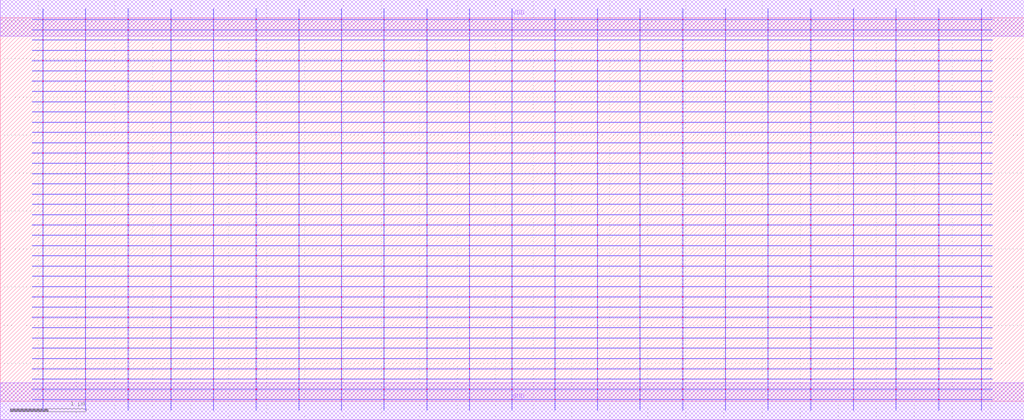
<source format=lef>
MACRO AAAOOAOI22221
 CLASS CORE ;
 FOREIGN AAAOOAOI22221 0 0 ;
 SIZE 13.44 BY 5.04 ;
 ORIGIN 0 0 ;
 SYMMETRY X Y R90 ;
 SITE unit ;
  PIN VDD
   DIRECTION INOUT ;
   USE POWER ;
   SHAPE ABUTMENT ;
    PORT
     CLASS CORE ;
       LAYER met1 ;
        RECT 0.00000000 4.80000000 13.44000000 5.28000000 ;
    END
  END VDD

  PIN GND
   DIRECTION INOUT ;
   USE POWER ;
   SHAPE ABUTMENT ;
    PORT
     CLASS CORE ;
       LAYER met1 ;
        RECT 0.00000000 -0.24000000 13.44000000 0.24000000 ;
    END
  END GND

 OBS
    LAYER polycont ;
     RECT 1.11600000 2.58300000 1.12400000 2.59100000 ;
     RECT 2.23600000 2.58300000 2.24400000 2.59100000 ;
     RECT 3.35600000 2.58300000 3.36400000 2.59100000 ;
     RECT 4.47600000 2.58300000 4.48400000 2.59100000 ;
     RECT 6.71600000 2.58300000 6.72400000 2.59100000 ;
     RECT 7.83600000 2.58300000 7.84400000 2.59100000 ;
     RECT 8.95600000 2.58300000 8.96400000 2.59100000 ;
     RECT 10.07600000 2.58300000 10.08400000 2.59100000 ;
     RECT 12.31600000 2.58300000 12.32400000 2.59100000 ;
     RECT 1.11600000 2.98800000 1.12400000 2.99600000 ;
     RECT 2.23600000 2.98800000 2.24400000 2.99600000 ;
     RECT 3.35600000 2.98800000 3.36400000 2.99600000 ;
     RECT 4.47600000 2.98800000 4.48400000 2.99600000 ;
     RECT 5.59600000 2.98800000 5.60400000 2.99600000 ;
     RECT 6.71600000 2.98800000 6.72400000 2.99600000 ;
     RECT 7.83600000 2.98800000 7.84400000 2.99600000 ;
     RECT 8.95600000 2.98800000 8.96400000 2.99600000 ;
     RECT 10.07600000 2.98800000 10.08400000 2.99600000 ;

    LAYER pdiffc ;
     RECT 0.55600000 3.39300000 0.56400000 3.40100000 ;
     RECT 1.67600000 3.39300000 1.68400000 3.40100000 ;
     RECT 2.79600000 3.39300000 2.80400000 3.40100000 ;
     RECT 3.91600000 3.39300000 3.92400000 3.40100000 ;
     RECT 5.03600000 3.39300000 5.04400000 3.40100000 ;
     RECT 6.15600000 3.39300000 6.16400000 3.40100000 ;
     RECT 7.27600000 3.39300000 7.28400000 3.40100000 ;
     RECT 8.39600000 3.39300000 8.40400000 3.40100000 ;
     RECT 9.51600000 3.39300000 9.52400000 3.40100000 ;
     RECT 10.63600000 3.39300000 10.64400000 3.40100000 ;
     RECT 0.55600000 3.52800000 0.56400000 3.53600000 ;
     RECT 1.67600000 3.52800000 1.68400000 3.53600000 ;
     RECT 2.79600000 3.52800000 2.80400000 3.53600000 ;
     RECT 3.91600000 3.52800000 3.92400000 3.53600000 ;
     RECT 5.03600000 3.52800000 5.04400000 3.53600000 ;
     RECT 6.15600000 3.52800000 6.16400000 3.53600000 ;
     RECT 7.27600000 3.52800000 7.28400000 3.53600000 ;
     RECT 8.39600000 3.52800000 8.40400000 3.53600000 ;
     RECT 9.51600000 3.52800000 9.52400000 3.53600000 ;
     RECT 10.63600000 3.52800000 10.64400000 3.53600000 ;
     RECT 0.55600000 3.66300000 0.56400000 3.67100000 ;
     RECT 1.67600000 3.66300000 1.68400000 3.67100000 ;
     RECT 2.79600000 3.66300000 2.80400000 3.67100000 ;
     RECT 3.91600000 3.66300000 3.92400000 3.67100000 ;
     RECT 5.03600000 3.66300000 5.04400000 3.67100000 ;
     RECT 6.15600000 3.66300000 6.16400000 3.67100000 ;
     RECT 7.27600000 3.66300000 7.28400000 3.67100000 ;
     RECT 8.39600000 3.66300000 8.40400000 3.67100000 ;
     RECT 9.51600000 3.66300000 9.52400000 3.67100000 ;
     RECT 10.63600000 3.66300000 10.64400000 3.67100000 ;
     RECT 0.55600000 3.79800000 0.56400000 3.80600000 ;
     RECT 1.67600000 3.79800000 1.68400000 3.80600000 ;
     RECT 2.79600000 3.79800000 2.80400000 3.80600000 ;
     RECT 3.91600000 3.79800000 3.92400000 3.80600000 ;
     RECT 5.03600000 3.79800000 5.04400000 3.80600000 ;
     RECT 6.15600000 3.79800000 6.16400000 3.80600000 ;
     RECT 7.27600000 3.79800000 7.28400000 3.80600000 ;
     RECT 8.39600000 3.79800000 8.40400000 3.80600000 ;
     RECT 9.51600000 3.79800000 9.52400000 3.80600000 ;
     RECT 10.63600000 3.79800000 10.64400000 3.80600000 ;
     RECT 0.55600000 3.93300000 0.56400000 3.94100000 ;
     RECT 1.67600000 3.93300000 1.68400000 3.94100000 ;
     RECT 2.79600000 3.93300000 2.80400000 3.94100000 ;
     RECT 3.91600000 3.93300000 3.92400000 3.94100000 ;
     RECT 5.03600000 3.93300000 5.04400000 3.94100000 ;
     RECT 6.15600000 3.93300000 6.16400000 3.94100000 ;
     RECT 7.27600000 3.93300000 7.28400000 3.94100000 ;
     RECT 8.39600000 3.93300000 8.40400000 3.94100000 ;
     RECT 9.51600000 3.93300000 9.52400000 3.94100000 ;
     RECT 10.63600000 3.93300000 10.64400000 3.94100000 ;
     RECT 0.55600000 4.06800000 0.56400000 4.07600000 ;
     RECT 1.67600000 4.06800000 1.68400000 4.07600000 ;
     RECT 2.79600000 4.06800000 2.80400000 4.07600000 ;
     RECT 3.91600000 4.06800000 3.92400000 4.07600000 ;
     RECT 5.03600000 4.06800000 5.04400000 4.07600000 ;
     RECT 6.15600000 4.06800000 6.16400000 4.07600000 ;
     RECT 7.27600000 4.06800000 7.28400000 4.07600000 ;
     RECT 8.39600000 4.06800000 8.40400000 4.07600000 ;
     RECT 9.51600000 4.06800000 9.52400000 4.07600000 ;
     RECT 10.63600000 4.06800000 10.64400000 4.07600000 ;
     RECT 0.55600000 4.20300000 0.56400000 4.21100000 ;
     RECT 1.67600000 4.20300000 1.68400000 4.21100000 ;
     RECT 2.79600000 4.20300000 2.80400000 4.21100000 ;
     RECT 3.91600000 4.20300000 3.92400000 4.21100000 ;
     RECT 5.03600000 4.20300000 5.04400000 4.21100000 ;
     RECT 6.15600000 4.20300000 6.16400000 4.21100000 ;
     RECT 7.27600000 4.20300000 7.28400000 4.21100000 ;
     RECT 8.39600000 4.20300000 8.40400000 4.21100000 ;
     RECT 9.51600000 4.20300000 9.52400000 4.21100000 ;
     RECT 10.63600000 4.20300000 10.64400000 4.21100000 ;
     RECT 0.55600000 4.33800000 0.56400000 4.34600000 ;
     RECT 1.67600000 4.33800000 1.68400000 4.34600000 ;
     RECT 2.79600000 4.33800000 2.80400000 4.34600000 ;
     RECT 3.91600000 4.33800000 3.92400000 4.34600000 ;
     RECT 5.03600000 4.33800000 5.04400000 4.34600000 ;
     RECT 6.15600000 4.33800000 6.16400000 4.34600000 ;
     RECT 7.27600000 4.33800000 7.28400000 4.34600000 ;
     RECT 8.39600000 4.33800000 8.40400000 4.34600000 ;
     RECT 9.51600000 4.33800000 9.52400000 4.34600000 ;
     RECT 10.63600000 4.33800000 10.64400000 4.34600000 ;
     RECT 0.55600000 4.47300000 0.56400000 4.48100000 ;
     RECT 1.67600000 4.47300000 1.68400000 4.48100000 ;
     RECT 2.79600000 4.47300000 2.80400000 4.48100000 ;
     RECT 3.91600000 4.47300000 3.92400000 4.48100000 ;
     RECT 5.03600000 4.47300000 5.04400000 4.48100000 ;
     RECT 6.15600000 4.47300000 6.16400000 4.48100000 ;
     RECT 7.27600000 4.47300000 7.28400000 4.48100000 ;
     RECT 8.39600000 4.47300000 8.40400000 4.48100000 ;
     RECT 9.51600000 4.47300000 9.52400000 4.48100000 ;
     RECT 10.63600000 4.47300000 10.64400000 4.48100000 ;
     RECT 0.55600000 4.60800000 0.56400000 4.61600000 ;
     RECT 1.67600000 4.60800000 1.68400000 4.61600000 ;
     RECT 2.79600000 4.60800000 2.80400000 4.61600000 ;
     RECT 3.91600000 4.60800000 3.92400000 4.61600000 ;
     RECT 5.03600000 4.60800000 5.04400000 4.61600000 ;
     RECT 6.15600000 4.60800000 6.16400000 4.61600000 ;
     RECT 7.27600000 4.60800000 7.28400000 4.61600000 ;
     RECT 8.39600000 4.60800000 8.40400000 4.61600000 ;
     RECT 9.51600000 4.60800000 9.52400000 4.61600000 ;
     RECT 10.63600000 4.60800000 10.64400000 4.61600000 ;

    LAYER ndiffc ;
     RECT 7.27600000 0.42300000 7.28400000 0.43100000 ;
     RECT 8.39600000 0.42300000 8.40400000 0.43100000 ;
     RECT 9.51600000 0.42300000 9.52400000 0.43100000 ;
     RECT 10.63600000 0.42300000 10.64400000 0.43100000 ;
     RECT 11.75600000 0.42300000 11.76400000 0.43100000 ;
     RECT 12.87600000 0.42300000 12.88400000 0.43100000 ;
     RECT 7.27600000 0.55800000 7.28400000 0.56600000 ;
     RECT 8.39600000 0.55800000 8.40400000 0.56600000 ;
     RECT 9.51600000 0.55800000 9.52400000 0.56600000 ;
     RECT 10.63600000 0.55800000 10.64400000 0.56600000 ;
     RECT 11.75600000 0.55800000 11.76400000 0.56600000 ;
     RECT 12.87600000 0.55800000 12.88400000 0.56600000 ;
     RECT 7.27600000 0.69300000 7.28400000 0.70100000 ;
     RECT 8.39600000 0.69300000 8.40400000 0.70100000 ;
     RECT 9.51600000 0.69300000 9.52400000 0.70100000 ;
     RECT 10.63600000 0.69300000 10.64400000 0.70100000 ;
     RECT 11.75600000 0.69300000 11.76400000 0.70100000 ;
     RECT 12.87600000 0.69300000 12.88400000 0.70100000 ;
     RECT 7.27600000 0.82800000 7.28400000 0.83600000 ;
     RECT 8.39600000 0.82800000 8.40400000 0.83600000 ;
     RECT 9.51600000 0.82800000 9.52400000 0.83600000 ;
     RECT 10.63600000 0.82800000 10.64400000 0.83600000 ;
     RECT 11.75600000 0.82800000 11.76400000 0.83600000 ;
     RECT 12.87600000 0.82800000 12.88400000 0.83600000 ;
     RECT 7.27600000 0.96300000 7.28400000 0.97100000 ;
     RECT 8.39600000 0.96300000 8.40400000 0.97100000 ;
     RECT 9.51600000 0.96300000 9.52400000 0.97100000 ;
     RECT 10.63600000 0.96300000 10.64400000 0.97100000 ;
     RECT 11.75600000 0.96300000 11.76400000 0.97100000 ;
     RECT 12.87600000 0.96300000 12.88400000 0.97100000 ;
     RECT 7.27600000 1.09800000 7.28400000 1.10600000 ;
     RECT 8.39600000 1.09800000 8.40400000 1.10600000 ;
     RECT 9.51600000 1.09800000 9.52400000 1.10600000 ;
     RECT 10.63600000 1.09800000 10.64400000 1.10600000 ;
     RECT 11.75600000 1.09800000 11.76400000 1.10600000 ;
     RECT 12.87600000 1.09800000 12.88400000 1.10600000 ;
     RECT 7.27600000 1.23300000 7.28400000 1.24100000 ;
     RECT 8.39600000 1.23300000 8.40400000 1.24100000 ;
     RECT 9.51600000 1.23300000 9.52400000 1.24100000 ;
     RECT 10.63600000 1.23300000 10.64400000 1.24100000 ;
     RECT 11.75600000 1.23300000 11.76400000 1.24100000 ;
     RECT 12.87600000 1.23300000 12.88400000 1.24100000 ;
     RECT 7.27600000 1.36800000 7.28400000 1.37600000 ;
     RECT 8.39600000 1.36800000 8.40400000 1.37600000 ;
     RECT 9.51600000 1.36800000 9.52400000 1.37600000 ;
     RECT 10.63600000 1.36800000 10.64400000 1.37600000 ;
     RECT 11.75600000 1.36800000 11.76400000 1.37600000 ;
     RECT 12.87600000 1.36800000 12.88400000 1.37600000 ;
     RECT 7.27600000 1.50300000 7.28400000 1.51100000 ;
     RECT 8.39600000 1.50300000 8.40400000 1.51100000 ;
     RECT 9.51600000 1.50300000 9.52400000 1.51100000 ;
     RECT 10.63600000 1.50300000 10.64400000 1.51100000 ;
     RECT 11.75600000 1.50300000 11.76400000 1.51100000 ;
     RECT 12.87600000 1.50300000 12.88400000 1.51100000 ;
     RECT 7.27600000 1.63800000 7.28400000 1.64600000 ;
     RECT 8.39600000 1.63800000 8.40400000 1.64600000 ;
     RECT 9.51600000 1.63800000 9.52400000 1.64600000 ;
     RECT 10.63600000 1.63800000 10.64400000 1.64600000 ;
     RECT 11.75600000 1.63800000 11.76400000 1.64600000 ;
     RECT 12.87600000 1.63800000 12.88400000 1.64600000 ;
     RECT 7.27600000 1.77300000 7.28400000 1.78100000 ;
     RECT 8.39600000 1.77300000 8.40400000 1.78100000 ;
     RECT 9.51600000 1.77300000 9.52400000 1.78100000 ;
     RECT 10.63600000 1.77300000 10.64400000 1.78100000 ;
     RECT 11.75600000 1.77300000 11.76400000 1.78100000 ;
     RECT 12.87600000 1.77300000 12.88400000 1.78100000 ;
     RECT 7.27600000 1.90800000 7.28400000 1.91600000 ;
     RECT 8.39600000 1.90800000 8.40400000 1.91600000 ;
     RECT 9.51600000 1.90800000 9.52400000 1.91600000 ;
     RECT 10.63600000 1.90800000 10.64400000 1.91600000 ;
     RECT 11.75600000 1.90800000 11.76400000 1.91600000 ;
     RECT 12.87600000 1.90800000 12.88400000 1.91600000 ;
     RECT 7.27600000 2.04300000 7.28400000 2.05100000 ;
     RECT 8.39600000 2.04300000 8.40400000 2.05100000 ;
     RECT 9.51600000 2.04300000 9.52400000 2.05100000 ;
     RECT 10.63600000 2.04300000 10.64400000 2.05100000 ;
     RECT 11.75600000 2.04300000 11.76400000 2.05100000 ;
     RECT 12.87600000 2.04300000 12.88400000 2.05100000 ;
     RECT 0.55600000 0.82800000 0.56400000 0.83600000 ;
     RECT 1.67600000 0.82800000 1.68400000 0.83600000 ;
     RECT 2.79600000 0.82800000 2.80400000 0.83600000 ;
     RECT 3.91600000 0.82800000 3.92400000 0.83600000 ;
     RECT 5.03600000 0.82800000 5.04400000 0.83600000 ;
     RECT 6.15600000 0.82800000 6.16400000 0.83600000 ;
     RECT 0.55600000 1.36800000 0.56400000 1.37600000 ;
     RECT 1.67600000 1.36800000 1.68400000 1.37600000 ;
     RECT 2.79600000 1.36800000 2.80400000 1.37600000 ;
     RECT 3.91600000 1.36800000 3.92400000 1.37600000 ;
     RECT 5.03600000 1.36800000 5.04400000 1.37600000 ;
     RECT 6.15600000 1.36800000 6.16400000 1.37600000 ;
     RECT 0.55600000 0.42300000 0.56400000 0.43100000 ;
     RECT 1.67600000 0.42300000 1.68400000 0.43100000 ;
     RECT 2.79600000 0.42300000 2.80400000 0.43100000 ;
     RECT 3.91600000 0.42300000 3.92400000 0.43100000 ;
     RECT 5.03600000 0.42300000 5.04400000 0.43100000 ;
     RECT 6.15600000 0.42300000 6.16400000 0.43100000 ;
     RECT 0.55600000 1.50300000 0.56400000 1.51100000 ;
     RECT 1.67600000 1.50300000 1.68400000 1.51100000 ;
     RECT 2.79600000 1.50300000 2.80400000 1.51100000 ;
     RECT 3.91600000 1.50300000 3.92400000 1.51100000 ;
     RECT 5.03600000 1.50300000 5.04400000 1.51100000 ;
     RECT 6.15600000 1.50300000 6.16400000 1.51100000 ;
     RECT 0.55600000 0.96300000 0.56400000 0.97100000 ;
     RECT 1.67600000 0.96300000 1.68400000 0.97100000 ;
     RECT 2.79600000 0.96300000 2.80400000 0.97100000 ;
     RECT 3.91600000 0.96300000 3.92400000 0.97100000 ;
     RECT 5.03600000 0.96300000 5.04400000 0.97100000 ;
     RECT 6.15600000 0.96300000 6.16400000 0.97100000 ;
     RECT 0.55600000 1.63800000 0.56400000 1.64600000 ;
     RECT 1.67600000 1.63800000 1.68400000 1.64600000 ;
     RECT 2.79600000 1.63800000 2.80400000 1.64600000 ;
     RECT 3.91600000 1.63800000 3.92400000 1.64600000 ;
     RECT 5.03600000 1.63800000 5.04400000 1.64600000 ;
     RECT 6.15600000 1.63800000 6.16400000 1.64600000 ;
     RECT 0.55600000 0.69300000 0.56400000 0.70100000 ;
     RECT 1.67600000 0.69300000 1.68400000 0.70100000 ;
     RECT 2.79600000 0.69300000 2.80400000 0.70100000 ;
     RECT 3.91600000 0.69300000 3.92400000 0.70100000 ;
     RECT 5.03600000 0.69300000 5.04400000 0.70100000 ;
     RECT 6.15600000 0.69300000 6.16400000 0.70100000 ;
     RECT 0.55600000 1.77300000 0.56400000 1.78100000 ;
     RECT 1.67600000 1.77300000 1.68400000 1.78100000 ;
     RECT 2.79600000 1.77300000 2.80400000 1.78100000 ;
     RECT 3.91600000 1.77300000 3.92400000 1.78100000 ;
     RECT 5.03600000 1.77300000 5.04400000 1.78100000 ;
     RECT 6.15600000 1.77300000 6.16400000 1.78100000 ;
     RECT 0.55600000 1.09800000 0.56400000 1.10600000 ;
     RECT 1.67600000 1.09800000 1.68400000 1.10600000 ;
     RECT 2.79600000 1.09800000 2.80400000 1.10600000 ;
     RECT 3.91600000 1.09800000 3.92400000 1.10600000 ;
     RECT 5.03600000 1.09800000 5.04400000 1.10600000 ;
     RECT 6.15600000 1.09800000 6.16400000 1.10600000 ;
     RECT 0.55600000 1.90800000 0.56400000 1.91600000 ;
     RECT 1.67600000 1.90800000 1.68400000 1.91600000 ;
     RECT 2.79600000 1.90800000 2.80400000 1.91600000 ;
     RECT 3.91600000 1.90800000 3.92400000 1.91600000 ;
     RECT 5.03600000 1.90800000 5.04400000 1.91600000 ;
     RECT 6.15600000 1.90800000 6.16400000 1.91600000 ;
     RECT 0.55600000 0.55800000 0.56400000 0.56600000 ;
     RECT 1.67600000 0.55800000 1.68400000 0.56600000 ;
     RECT 2.79600000 0.55800000 2.80400000 0.56600000 ;
     RECT 3.91600000 0.55800000 3.92400000 0.56600000 ;
     RECT 5.03600000 0.55800000 5.04400000 0.56600000 ;
     RECT 6.15600000 0.55800000 6.16400000 0.56600000 ;
     RECT 0.55600000 2.04300000 0.56400000 2.05100000 ;
     RECT 1.67600000 2.04300000 1.68400000 2.05100000 ;
     RECT 2.79600000 2.04300000 2.80400000 2.05100000 ;
     RECT 3.91600000 2.04300000 3.92400000 2.05100000 ;
     RECT 5.03600000 2.04300000 5.04400000 2.05100000 ;
     RECT 6.15600000 2.04300000 6.16400000 2.05100000 ;
     RECT 0.55600000 1.23300000 0.56400000 1.24100000 ;
     RECT 1.67600000 1.23300000 1.68400000 1.24100000 ;
     RECT 2.79600000 1.23300000 2.80400000 1.24100000 ;
     RECT 3.91600000 1.23300000 3.92400000 1.24100000 ;
     RECT 5.03600000 1.23300000 5.04400000 1.24100000 ;
     RECT 6.15600000 1.23300000 6.16400000 1.24100000 ;

    LAYER met1 ;
     RECT 0.00000000 -0.24000000 13.44000000 0.24000000 ;
     RECT 6.71600000 0.24000000 6.72400000 0.28800000 ;
     RECT 0.44500000 0.28800000 12.99500000 0.29600000 ;
     RECT 6.71600000 0.29600000 6.72400000 0.42300000 ;
     RECT 0.44500000 0.42300000 12.99500000 0.43100000 ;
     RECT 6.71600000 0.43100000 6.72400000 0.55800000 ;
     RECT 0.44500000 0.55800000 12.99500000 0.56600000 ;
     RECT 6.71600000 0.56600000 6.72400000 0.69300000 ;
     RECT 0.44500000 0.69300000 12.99500000 0.70100000 ;
     RECT 6.71600000 0.70100000 6.72400000 0.82800000 ;
     RECT 0.44500000 0.82800000 12.99500000 0.83600000 ;
     RECT 6.71600000 0.83600000 6.72400000 0.96300000 ;
     RECT 0.44500000 0.96300000 12.99500000 0.97100000 ;
     RECT 6.71600000 0.97100000 6.72400000 1.09800000 ;
     RECT 0.44500000 1.09800000 12.99500000 1.10600000 ;
     RECT 6.71600000 1.10600000 6.72400000 1.23300000 ;
     RECT 0.44500000 1.23300000 12.99500000 1.24100000 ;
     RECT 6.71600000 1.24100000 6.72400000 1.36800000 ;
     RECT 0.44500000 1.36800000 12.99500000 1.37600000 ;
     RECT 6.71600000 1.37600000 6.72400000 1.50300000 ;
     RECT 0.44500000 1.50300000 12.99500000 1.51100000 ;
     RECT 6.71600000 1.51100000 6.72400000 1.63800000 ;
     RECT 0.44500000 1.63800000 12.99500000 1.64600000 ;
     RECT 6.71600000 1.64600000 6.72400000 1.77300000 ;
     RECT 0.44500000 1.77300000 12.99500000 1.78100000 ;
     RECT 6.71600000 1.78100000 6.72400000 1.90800000 ;
     RECT 0.44500000 1.90800000 12.99500000 1.91600000 ;
     RECT 6.71600000 1.91600000 6.72400000 2.04300000 ;
     RECT 0.44500000 2.04300000 12.99500000 2.05100000 ;
     RECT 6.71600000 2.05100000 6.72400000 2.17800000 ;
     RECT 0.44500000 2.17800000 12.99500000 2.18600000 ;
     RECT 6.71600000 2.18600000 6.72400000 2.31300000 ;
     RECT 0.44500000 2.31300000 12.99500000 2.32100000 ;
     RECT 6.71600000 2.32100000 6.72400000 2.44800000 ;
     RECT 0.44500000 2.44800000 12.99500000 2.45600000 ;
     RECT 0.55600000 2.45600000 0.56400000 2.58300000 ;
     RECT 1.11600000 2.45600000 1.12400000 2.58300000 ;
     RECT 1.67600000 2.45600000 1.68400000 2.58300000 ;
     RECT 2.23600000 2.45600000 2.24400000 2.58300000 ;
     RECT 2.79600000 2.45600000 2.80400000 2.58300000 ;
     RECT 3.35600000 2.45600000 3.36400000 2.58300000 ;
     RECT 3.91600000 2.45600000 3.92400000 2.58300000 ;
     RECT 4.47600000 2.45600000 4.48400000 2.58300000 ;
     RECT 5.03600000 2.45600000 5.04400000 2.58300000 ;
     RECT 5.59600000 2.45600000 5.60400000 2.58300000 ;
     RECT 6.15600000 2.45600000 6.16400000 2.58300000 ;
     RECT 6.71600000 2.45600000 6.72400000 2.58300000 ;
     RECT 7.27600000 2.45600000 7.28400000 2.58300000 ;
     RECT 7.83600000 2.45600000 7.84400000 2.58300000 ;
     RECT 8.39600000 2.45600000 8.40400000 2.58300000 ;
     RECT 8.95600000 2.45600000 8.96400000 2.58300000 ;
     RECT 9.51600000 2.45600000 9.52400000 2.58300000 ;
     RECT 10.07600000 2.45600000 10.08400000 2.58300000 ;
     RECT 10.63600000 2.45600000 10.64400000 2.58300000 ;
     RECT 11.19600000 2.45600000 11.20400000 2.58300000 ;
     RECT 11.75600000 2.45600000 11.76400000 2.58300000 ;
     RECT 12.31600000 2.45600000 12.32400000 2.58300000 ;
     RECT 12.87600000 2.45600000 12.88400000 2.58300000 ;
     RECT 0.44500000 2.58300000 12.99500000 2.59100000 ;
     RECT 6.71600000 2.59100000 6.72400000 2.71800000 ;
     RECT 0.44500000 2.71800000 12.99500000 2.72600000 ;
     RECT 6.71600000 2.72600000 6.72400000 2.85300000 ;
     RECT 0.44500000 2.85300000 12.99500000 2.86100000 ;
     RECT 6.71600000 2.86100000 6.72400000 2.98800000 ;
     RECT 0.44500000 2.98800000 12.99500000 2.99600000 ;
     RECT 6.71600000 2.99600000 6.72400000 3.12300000 ;
     RECT 0.44500000 3.12300000 12.99500000 3.13100000 ;
     RECT 6.71600000 3.13100000 6.72400000 3.25800000 ;
     RECT 0.44500000 3.25800000 12.99500000 3.26600000 ;
     RECT 6.71600000 3.26600000 6.72400000 3.39300000 ;
     RECT 0.44500000 3.39300000 12.99500000 3.40100000 ;
     RECT 6.71600000 3.40100000 6.72400000 3.52800000 ;
     RECT 0.44500000 3.52800000 12.99500000 3.53600000 ;
     RECT 6.71600000 3.53600000 6.72400000 3.66300000 ;
     RECT 0.44500000 3.66300000 12.99500000 3.67100000 ;
     RECT 6.71600000 3.67100000 6.72400000 3.79800000 ;
     RECT 0.44500000 3.79800000 12.99500000 3.80600000 ;
     RECT 6.71600000 3.80600000 6.72400000 3.93300000 ;
     RECT 0.44500000 3.93300000 12.99500000 3.94100000 ;
     RECT 6.71600000 3.94100000 6.72400000 4.06800000 ;
     RECT 0.44500000 4.06800000 12.99500000 4.07600000 ;
     RECT 6.71600000 4.07600000 6.72400000 4.20300000 ;
     RECT 0.44500000 4.20300000 12.99500000 4.21100000 ;
     RECT 6.71600000 4.21100000 6.72400000 4.33800000 ;
     RECT 0.44500000 4.33800000 12.99500000 4.34600000 ;
     RECT 6.71600000 4.34600000 6.72400000 4.47300000 ;
     RECT 0.44500000 4.47300000 12.99500000 4.48100000 ;
     RECT 6.71600000 4.48100000 6.72400000 4.60800000 ;
     RECT 0.44500000 4.60800000 12.99500000 4.61600000 ;
     RECT 6.71600000 4.61600000 6.72400000 4.74300000 ;
     RECT 0.44500000 4.74300000 12.99500000 4.75100000 ;
     RECT 6.71600000 4.75100000 6.72400000 4.80000000 ;
     RECT 0.00000000 4.80000000 13.44000000 5.28000000 ;
     RECT 10.07600000 2.59100000 10.08400000 2.71800000 ;
     RECT 10.07600000 2.99600000 10.08400000 3.12300000 ;
     RECT 10.07600000 3.13100000 10.08400000 3.25800000 ;
     RECT 10.07600000 3.26600000 10.08400000 3.39300000 ;
     RECT 10.07600000 3.40100000 10.08400000 3.52800000 ;
     RECT 10.07600000 3.53600000 10.08400000 3.66300000 ;
     RECT 10.07600000 3.67100000 10.08400000 3.79800000 ;
     RECT 7.27600000 3.80600000 7.28400000 3.93300000 ;
     RECT 7.83600000 3.80600000 7.84400000 3.93300000 ;
     RECT 8.39600000 3.80600000 8.40400000 3.93300000 ;
     RECT 8.95600000 3.80600000 8.96400000 3.93300000 ;
     RECT 9.51600000 3.80600000 9.52400000 3.93300000 ;
     RECT 10.07600000 3.80600000 10.08400000 3.93300000 ;
     RECT 10.63600000 3.80600000 10.64400000 3.93300000 ;
     RECT 11.19600000 3.80600000 11.20400000 3.93300000 ;
     RECT 11.75600000 3.80600000 11.76400000 3.93300000 ;
     RECT 12.31600000 3.80600000 12.32400000 3.93300000 ;
     RECT 12.87600000 3.80600000 12.88400000 3.93300000 ;
     RECT 10.07600000 2.72600000 10.08400000 2.85300000 ;
     RECT 10.07600000 3.94100000 10.08400000 4.06800000 ;
     RECT 10.07600000 4.07600000 10.08400000 4.20300000 ;
     RECT 10.07600000 4.21100000 10.08400000 4.33800000 ;
     RECT 10.07600000 4.34600000 10.08400000 4.47300000 ;
     RECT 10.07600000 4.48100000 10.08400000 4.60800000 ;
     RECT 10.07600000 4.61600000 10.08400000 4.74300000 ;
     RECT 10.07600000 2.86100000 10.08400000 2.98800000 ;
     RECT 10.07600000 4.75100000 10.08400000 4.80000000 ;
     RECT 11.19600000 4.07600000 11.20400000 4.20300000 ;
     RECT 11.75600000 4.07600000 11.76400000 4.20300000 ;
     RECT 12.31600000 4.07600000 12.32400000 4.20300000 ;
     RECT 12.87600000 4.07600000 12.88400000 4.20300000 ;
     RECT 11.19600000 3.94100000 11.20400000 4.06800000 ;
     RECT 10.63600000 4.21100000 10.64400000 4.33800000 ;
     RECT 11.19600000 4.21100000 11.20400000 4.33800000 ;
     RECT 11.75600000 4.21100000 11.76400000 4.33800000 ;
     RECT 12.31600000 4.21100000 12.32400000 4.33800000 ;
     RECT 12.87600000 4.21100000 12.88400000 4.33800000 ;
     RECT 11.75600000 3.94100000 11.76400000 4.06800000 ;
     RECT 10.63600000 4.34600000 10.64400000 4.47300000 ;
     RECT 11.19600000 4.34600000 11.20400000 4.47300000 ;
     RECT 11.75600000 4.34600000 11.76400000 4.47300000 ;
     RECT 12.31600000 4.34600000 12.32400000 4.47300000 ;
     RECT 12.87600000 4.34600000 12.88400000 4.47300000 ;
     RECT 12.31600000 3.94100000 12.32400000 4.06800000 ;
     RECT 10.63600000 4.48100000 10.64400000 4.60800000 ;
     RECT 11.19600000 4.48100000 11.20400000 4.60800000 ;
     RECT 11.75600000 4.48100000 11.76400000 4.60800000 ;
     RECT 12.31600000 4.48100000 12.32400000 4.60800000 ;
     RECT 12.87600000 4.48100000 12.88400000 4.60800000 ;
     RECT 12.87600000 3.94100000 12.88400000 4.06800000 ;
     RECT 10.63600000 4.61600000 10.64400000 4.74300000 ;
     RECT 11.19600000 4.61600000 11.20400000 4.74300000 ;
     RECT 11.75600000 4.61600000 11.76400000 4.74300000 ;
     RECT 12.31600000 4.61600000 12.32400000 4.74300000 ;
     RECT 12.87600000 4.61600000 12.88400000 4.74300000 ;
     RECT 10.63600000 3.94100000 10.64400000 4.06800000 ;
     RECT 10.63600000 4.07600000 10.64400000 4.20300000 ;
     RECT 10.63600000 4.75100000 10.64400000 4.80000000 ;
     RECT 11.19600000 4.75100000 11.20400000 4.80000000 ;
     RECT 11.75600000 4.75100000 11.76400000 4.80000000 ;
     RECT 12.31600000 4.75100000 12.32400000 4.80000000 ;
     RECT 12.87600000 4.75100000 12.88400000 4.80000000 ;
     RECT 7.83600000 4.21100000 7.84400000 4.33800000 ;
     RECT 7.27600000 4.48100000 7.28400000 4.60800000 ;
     RECT 7.83600000 4.48100000 7.84400000 4.60800000 ;
     RECT 8.39600000 4.48100000 8.40400000 4.60800000 ;
     RECT 8.95600000 4.48100000 8.96400000 4.60800000 ;
     RECT 9.51600000 4.48100000 9.52400000 4.60800000 ;
     RECT 8.39600000 4.21100000 8.40400000 4.33800000 ;
     RECT 8.95600000 4.21100000 8.96400000 4.33800000 ;
     RECT 9.51600000 4.21100000 9.52400000 4.33800000 ;
     RECT 7.83600000 4.07600000 7.84400000 4.20300000 ;
     RECT 8.39600000 4.07600000 8.40400000 4.20300000 ;
     RECT 8.95600000 4.07600000 8.96400000 4.20300000 ;
     RECT 7.27600000 4.61600000 7.28400000 4.74300000 ;
     RECT 7.83600000 4.61600000 7.84400000 4.74300000 ;
     RECT 8.39600000 4.61600000 8.40400000 4.74300000 ;
     RECT 8.95600000 4.61600000 8.96400000 4.74300000 ;
     RECT 9.51600000 4.61600000 9.52400000 4.74300000 ;
     RECT 9.51600000 4.07600000 9.52400000 4.20300000 ;
     RECT 7.83600000 3.94100000 7.84400000 4.06800000 ;
     RECT 8.39600000 3.94100000 8.40400000 4.06800000 ;
     RECT 7.27600000 4.34600000 7.28400000 4.47300000 ;
     RECT 7.83600000 4.34600000 7.84400000 4.47300000 ;
     RECT 8.39600000 4.34600000 8.40400000 4.47300000 ;
     RECT 8.95600000 4.34600000 8.96400000 4.47300000 ;
     RECT 7.27600000 4.75100000 7.28400000 4.80000000 ;
     RECT 7.83600000 4.75100000 7.84400000 4.80000000 ;
     RECT 8.39600000 4.75100000 8.40400000 4.80000000 ;
     RECT 8.95600000 4.75100000 8.96400000 4.80000000 ;
     RECT 9.51600000 4.75100000 9.52400000 4.80000000 ;
     RECT 9.51600000 4.34600000 9.52400000 4.47300000 ;
     RECT 8.95600000 3.94100000 8.96400000 4.06800000 ;
     RECT 9.51600000 3.94100000 9.52400000 4.06800000 ;
     RECT 7.27600000 3.94100000 7.28400000 4.06800000 ;
     RECT 7.27600000 4.07600000 7.28400000 4.20300000 ;
     RECT 7.27600000 4.21100000 7.28400000 4.33800000 ;
     RECT 7.83600000 2.99600000 7.84400000 3.12300000 ;
     RECT 7.27600000 2.59100000 7.28400000 2.71800000 ;
     RECT 7.27600000 3.40100000 7.28400000 3.52800000 ;
     RECT 7.83600000 3.40100000 7.84400000 3.52800000 ;
     RECT 8.39600000 3.40100000 8.40400000 3.52800000 ;
     RECT 8.95600000 3.40100000 8.96400000 3.52800000 ;
     RECT 7.27600000 2.86100000 7.28400000 2.98800000 ;
     RECT 7.83600000 2.86100000 7.84400000 2.98800000 ;
     RECT 9.51600000 3.40100000 9.52400000 3.52800000 ;
     RECT 8.39600000 2.99600000 8.40400000 3.12300000 ;
     RECT 7.83600000 2.59100000 7.84400000 2.71800000 ;
     RECT 7.27600000 2.72600000 7.28400000 2.85300000 ;
     RECT 7.27600000 3.53600000 7.28400000 3.66300000 ;
     RECT 7.83600000 3.53600000 7.84400000 3.66300000 ;
     RECT 8.39600000 3.53600000 8.40400000 3.66300000 ;
     RECT 8.95600000 3.53600000 8.96400000 3.66300000 ;
     RECT 9.51600000 3.53600000 9.52400000 3.66300000 ;
     RECT 8.95600000 2.99600000 8.96400000 3.12300000 ;
     RECT 7.83600000 2.72600000 7.84400000 2.85300000 ;
     RECT 8.39600000 2.86100000 8.40400000 2.98800000 ;
     RECT 8.95600000 2.86100000 8.96400000 2.98800000 ;
     RECT 8.39600000 2.72600000 8.40400000 2.85300000 ;
     RECT 7.27600000 3.67100000 7.28400000 3.79800000 ;
     RECT 7.83600000 3.67100000 7.84400000 3.79800000 ;
     RECT 8.39600000 3.67100000 8.40400000 3.79800000 ;
     RECT 8.95600000 3.67100000 8.96400000 3.79800000 ;
     RECT 9.51600000 3.67100000 9.52400000 3.79800000 ;
     RECT 9.51600000 2.99600000 9.52400000 3.12300000 ;
     RECT 8.95600000 2.72600000 8.96400000 2.85300000 ;
     RECT 9.51600000 2.72600000 9.52400000 2.85300000 ;
     RECT 9.51600000 2.59100000 9.52400000 2.71800000 ;
     RECT 7.27600000 3.13100000 7.28400000 3.25800000 ;
     RECT 9.51600000 2.86100000 9.52400000 2.98800000 ;
     RECT 7.83600000 3.13100000 7.84400000 3.25800000 ;
     RECT 8.39600000 3.13100000 8.40400000 3.25800000 ;
     RECT 8.95600000 3.13100000 8.96400000 3.25800000 ;
     RECT 9.51600000 3.13100000 9.52400000 3.25800000 ;
     RECT 7.27600000 2.99600000 7.28400000 3.12300000 ;
     RECT 8.39600000 2.59100000 8.40400000 2.71800000 ;
     RECT 8.95600000 2.59100000 8.96400000 2.71800000 ;
     RECT 7.27600000 3.26600000 7.28400000 3.39300000 ;
     RECT 7.83600000 3.26600000 7.84400000 3.39300000 ;
     RECT 8.39600000 3.26600000 8.40400000 3.39300000 ;
     RECT 8.95600000 3.26600000 8.96400000 3.39300000 ;
     RECT 9.51600000 3.26600000 9.52400000 3.39300000 ;
     RECT 12.87600000 3.13100000 12.88400000 3.25800000 ;
     RECT 11.75600000 2.59100000 11.76400000 2.71800000 ;
     RECT 12.31600000 2.59100000 12.32400000 2.71800000 ;
     RECT 11.75600000 2.99600000 11.76400000 3.12300000 ;
     RECT 12.31600000 2.99600000 12.32400000 3.12300000 ;
     RECT 12.87600000 2.99600000 12.88400000 3.12300000 ;
     RECT 10.63600000 3.53600000 10.64400000 3.66300000 ;
     RECT 11.19600000 3.53600000 11.20400000 3.66300000 ;
     RECT 11.75600000 3.53600000 11.76400000 3.66300000 ;
     RECT 12.31600000 3.53600000 12.32400000 3.66300000 ;
     RECT 11.19600000 2.72600000 11.20400000 2.85300000 ;
     RECT 11.75600000 2.72600000 11.76400000 2.85300000 ;
     RECT 12.87600000 3.53600000 12.88400000 3.66300000 ;
     RECT 10.63600000 2.59100000 10.64400000 2.71800000 ;
     RECT 11.19600000 2.59100000 11.20400000 2.71800000 ;
     RECT 11.19600000 2.86100000 11.20400000 2.98800000 ;
     RECT 10.63600000 3.26600000 10.64400000 3.39300000 ;
     RECT 11.19600000 3.26600000 11.20400000 3.39300000 ;
     RECT 11.75600000 3.26600000 11.76400000 3.39300000 ;
     RECT 12.31600000 3.26600000 12.32400000 3.39300000 ;
     RECT 12.87600000 3.26600000 12.88400000 3.39300000 ;
     RECT 10.63600000 3.67100000 10.64400000 3.79800000 ;
     RECT 11.19600000 3.67100000 11.20400000 3.79800000 ;
     RECT 12.31600000 2.72600000 12.32400000 2.85300000 ;
     RECT 12.87600000 2.72600000 12.88400000 2.85300000 ;
     RECT 11.75600000 3.67100000 11.76400000 3.79800000 ;
     RECT 12.31600000 3.67100000 12.32400000 3.79800000 ;
     RECT 12.87600000 3.67100000 12.88400000 3.79800000 ;
     RECT 12.87600000 2.59100000 12.88400000 2.71800000 ;
     RECT 11.75600000 2.86100000 11.76400000 2.98800000 ;
     RECT 12.31600000 2.86100000 12.32400000 2.98800000 ;
     RECT 12.87600000 2.86100000 12.88400000 2.98800000 ;
     RECT 10.63600000 2.99600000 10.64400000 3.12300000 ;
     RECT 11.19600000 2.99600000 11.20400000 3.12300000 ;
     RECT 10.63600000 3.13100000 10.64400000 3.25800000 ;
     RECT 11.19600000 3.13100000 11.20400000 3.25800000 ;
     RECT 10.63600000 3.40100000 10.64400000 3.52800000 ;
     RECT 11.19600000 3.40100000 11.20400000 3.52800000 ;
     RECT 11.75600000 3.40100000 11.76400000 3.52800000 ;
     RECT 12.31600000 3.40100000 12.32400000 3.52800000 ;
     RECT 12.87600000 3.40100000 12.88400000 3.52800000 ;
     RECT 11.75600000 3.13100000 11.76400000 3.25800000 ;
     RECT 10.63600000 2.72600000 10.64400000 2.85300000 ;
     RECT 12.31600000 3.13100000 12.32400000 3.25800000 ;
     RECT 10.63600000 2.86100000 10.64400000 2.98800000 ;
     RECT 3.35600000 3.80600000 3.36400000 3.93300000 ;
     RECT 3.91600000 3.80600000 3.92400000 3.93300000 ;
     RECT 4.47600000 3.80600000 4.48400000 3.93300000 ;
     RECT 5.03600000 3.80600000 5.04400000 3.93300000 ;
     RECT 5.59600000 3.80600000 5.60400000 3.93300000 ;
     RECT 6.15600000 3.80600000 6.16400000 3.93300000 ;
     RECT 3.35600000 2.72600000 3.36400000 2.85300000 ;
     RECT 3.35600000 3.26600000 3.36400000 3.39300000 ;
     RECT 3.35600000 3.94100000 3.36400000 4.06800000 ;
     RECT 3.35600000 2.59100000 3.36400000 2.71800000 ;
     RECT 3.35600000 4.07600000 3.36400000 4.20300000 ;
     RECT 3.35600000 2.99600000 3.36400000 3.12300000 ;
     RECT 3.35600000 3.40100000 3.36400000 3.52800000 ;
     RECT 3.35600000 4.21100000 3.36400000 4.33800000 ;
     RECT 3.35600000 4.34600000 3.36400000 4.47300000 ;
     RECT 3.35600000 3.53600000 3.36400000 3.66300000 ;
     RECT 3.35600000 4.48100000 3.36400000 4.60800000 ;
     RECT 3.35600000 3.13100000 3.36400000 3.25800000 ;
     RECT 3.35600000 4.61600000 3.36400000 4.74300000 ;
     RECT 3.35600000 3.67100000 3.36400000 3.79800000 ;
     RECT 3.35600000 2.86100000 3.36400000 2.98800000 ;
     RECT 3.35600000 4.75100000 3.36400000 4.80000000 ;
     RECT 0.55600000 3.80600000 0.56400000 3.93300000 ;
     RECT 1.11600000 3.80600000 1.12400000 3.93300000 ;
     RECT 1.67600000 3.80600000 1.68400000 3.93300000 ;
     RECT 2.23600000 3.80600000 2.24400000 3.93300000 ;
     RECT 2.79600000 3.80600000 2.80400000 3.93300000 ;
     RECT 5.59600000 4.21100000 5.60400000 4.33800000 ;
     RECT 6.15600000 4.21100000 6.16400000 4.33800000 ;
     RECT 3.91600000 3.94100000 3.92400000 4.06800000 ;
     RECT 3.91600000 4.34600000 3.92400000 4.47300000 ;
     RECT 4.47600000 4.34600000 4.48400000 4.47300000 ;
     RECT 5.03600000 4.34600000 5.04400000 4.47300000 ;
     RECT 5.59600000 4.34600000 5.60400000 4.47300000 ;
     RECT 6.15600000 4.34600000 6.16400000 4.47300000 ;
     RECT 4.47600000 3.94100000 4.48400000 4.06800000 ;
     RECT 3.91600000 4.07600000 3.92400000 4.20300000 ;
     RECT 3.91600000 4.48100000 3.92400000 4.60800000 ;
     RECT 4.47600000 4.48100000 4.48400000 4.60800000 ;
     RECT 5.03600000 4.48100000 5.04400000 4.60800000 ;
     RECT 5.59600000 4.48100000 5.60400000 4.60800000 ;
     RECT 6.15600000 4.48100000 6.16400000 4.60800000 ;
     RECT 4.47600000 4.07600000 4.48400000 4.20300000 ;
     RECT 5.03600000 4.07600000 5.04400000 4.20300000 ;
     RECT 3.91600000 4.61600000 3.92400000 4.74300000 ;
     RECT 4.47600000 4.61600000 4.48400000 4.74300000 ;
     RECT 5.03600000 4.61600000 5.04400000 4.74300000 ;
     RECT 5.59600000 4.61600000 5.60400000 4.74300000 ;
     RECT 6.15600000 4.61600000 6.16400000 4.74300000 ;
     RECT 5.59600000 4.07600000 5.60400000 4.20300000 ;
     RECT 6.15600000 4.07600000 6.16400000 4.20300000 ;
     RECT 5.03600000 3.94100000 5.04400000 4.06800000 ;
     RECT 3.91600000 4.75100000 3.92400000 4.80000000 ;
     RECT 4.47600000 4.75100000 4.48400000 4.80000000 ;
     RECT 5.03600000 4.75100000 5.04400000 4.80000000 ;
     RECT 5.59600000 4.75100000 5.60400000 4.80000000 ;
     RECT 6.15600000 4.75100000 6.16400000 4.80000000 ;
     RECT 5.59600000 3.94100000 5.60400000 4.06800000 ;
     RECT 6.15600000 3.94100000 6.16400000 4.06800000 ;
     RECT 3.91600000 4.21100000 3.92400000 4.33800000 ;
     RECT 4.47600000 4.21100000 4.48400000 4.33800000 ;
     RECT 5.03600000 4.21100000 5.04400000 4.33800000 ;
     RECT 2.79600000 4.21100000 2.80400000 4.33800000 ;
     RECT 2.23600000 4.07600000 2.24400000 4.20300000 ;
     RECT 2.79600000 4.07600000 2.80400000 4.20300000 ;
     RECT 1.67600000 3.94100000 1.68400000 4.06800000 ;
     RECT 2.23600000 3.94100000 2.24400000 4.06800000 ;
     RECT 2.79600000 3.94100000 2.80400000 4.06800000 ;
     RECT 0.55600000 4.61600000 0.56400000 4.74300000 ;
     RECT 1.11600000 4.61600000 1.12400000 4.74300000 ;
     RECT 1.67600000 4.61600000 1.68400000 4.74300000 ;
     RECT 2.23600000 4.61600000 2.24400000 4.74300000 ;
     RECT 2.79600000 4.61600000 2.80400000 4.74300000 ;
     RECT 0.55600000 3.94100000 0.56400000 4.06800000 ;
     RECT 0.55600000 4.34600000 0.56400000 4.47300000 ;
     RECT 1.11600000 4.34600000 1.12400000 4.47300000 ;
     RECT 1.67600000 4.34600000 1.68400000 4.47300000 ;
     RECT 2.23600000 4.34600000 2.24400000 4.47300000 ;
     RECT 2.79600000 4.34600000 2.80400000 4.47300000 ;
     RECT 1.11600000 3.94100000 1.12400000 4.06800000 ;
     RECT 0.55600000 4.07600000 0.56400000 4.20300000 ;
     RECT 0.55600000 4.75100000 0.56400000 4.80000000 ;
     RECT 1.11600000 4.75100000 1.12400000 4.80000000 ;
     RECT 1.67600000 4.75100000 1.68400000 4.80000000 ;
     RECT 2.23600000 4.75100000 2.24400000 4.80000000 ;
     RECT 2.79600000 4.75100000 2.80400000 4.80000000 ;
     RECT 1.11600000 4.07600000 1.12400000 4.20300000 ;
     RECT 1.67600000 4.07600000 1.68400000 4.20300000 ;
     RECT 0.55600000 4.21100000 0.56400000 4.33800000 ;
     RECT 1.11600000 4.21100000 1.12400000 4.33800000 ;
     RECT 1.67600000 4.21100000 1.68400000 4.33800000 ;
     RECT 0.55600000 4.48100000 0.56400000 4.60800000 ;
     RECT 1.11600000 4.48100000 1.12400000 4.60800000 ;
     RECT 1.67600000 4.48100000 1.68400000 4.60800000 ;
     RECT 2.23600000 4.48100000 2.24400000 4.60800000 ;
     RECT 2.79600000 4.48100000 2.80400000 4.60800000 ;
     RECT 2.23600000 4.21100000 2.24400000 4.33800000 ;
     RECT 2.23600000 2.86100000 2.24400000 2.98800000 ;
     RECT 0.55600000 3.13100000 0.56400000 3.25800000 ;
     RECT 1.11600000 3.13100000 1.12400000 3.25800000 ;
     RECT 1.67600000 3.13100000 1.68400000 3.25800000 ;
     RECT 2.23600000 3.13100000 2.24400000 3.25800000 ;
     RECT 2.79600000 3.13100000 2.80400000 3.25800000 ;
     RECT 0.55600000 3.40100000 0.56400000 3.52800000 ;
     RECT 0.55600000 3.67100000 0.56400000 3.79800000 ;
     RECT 1.11600000 3.67100000 1.12400000 3.79800000 ;
     RECT 1.67600000 3.67100000 1.68400000 3.79800000 ;
     RECT 1.11600000 3.40100000 1.12400000 3.52800000 ;
     RECT 1.67600000 3.40100000 1.68400000 3.52800000 ;
     RECT 2.23600000 3.40100000 2.24400000 3.52800000 ;
     RECT 2.79600000 3.40100000 2.80400000 3.52800000 ;
     RECT 2.79600000 2.99600000 2.80400000 3.12300000 ;
     RECT 2.23600000 3.26600000 2.24400000 3.39300000 ;
     RECT 2.79600000 3.26600000 2.80400000 3.39300000 ;
     RECT 0.55600000 3.26600000 0.56400000 3.39300000 ;
     RECT 1.11600000 3.26600000 1.12400000 3.39300000 ;
     RECT 1.11600000 3.53600000 1.12400000 3.66300000 ;
     RECT 1.67600000 3.53600000 1.68400000 3.66300000 ;
     RECT 2.23600000 3.67100000 2.24400000 3.79800000 ;
     RECT 2.79600000 3.67100000 2.80400000 3.79800000 ;
     RECT 2.23600000 3.53600000 2.24400000 3.66300000 ;
     RECT 2.79600000 2.86100000 2.80400000 2.98800000 ;
     RECT 2.79600000 3.53600000 2.80400000 3.66300000 ;
     RECT 1.67600000 2.59100000 1.68400000 2.71800000 ;
     RECT 1.11600000 2.72600000 1.12400000 2.85300000 ;
     RECT 0.55600000 2.86100000 0.56400000 2.98800000 ;
     RECT 1.11600000 2.86100000 1.12400000 2.98800000 ;
     RECT 2.23600000 2.59100000 2.24400000 2.71800000 ;
     RECT 2.79600000 2.59100000 2.80400000 2.71800000 ;
     RECT 1.67600000 3.26600000 1.68400000 3.39300000 ;
     RECT 0.55600000 2.99600000 0.56400000 3.12300000 ;
     RECT 1.11600000 2.99600000 1.12400000 3.12300000 ;
     RECT 1.67600000 2.99600000 1.68400000 3.12300000 ;
     RECT 0.55600000 2.59100000 0.56400000 2.71800000 ;
     RECT 1.67600000 2.72600000 1.68400000 2.85300000 ;
     RECT 2.23600000 2.72600000 2.24400000 2.85300000 ;
     RECT 2.79600000 2.72600000 2.80400000 2.85300000 ;
     RECT 1.11600000 2.59100000 1.12400000 2.71800000 ;
     RECT 0.55600000 2.72600000 0.56400000 2.85300000 ;
     RECT 0.55600000 3.53600000 0.56400000 3.66300000 ;
     RECT 2.23600000 2.99600000 2.24400000 3.12300000 ;
     RECT 1.67600000 2.86100000 1.68400000 2.98800000 ;
     RECT 5.59600000 3.53600000 5.60400000 3.66300000 ;
     RECT 6.15600000 3.53600000 6.16400000 3.66300000 ;
     RECT 3.91600000 2.59100000 3.92400000 2.71800000 ;
     RECT 4.47600000 2.59100000 4.48400000 2.71800000 ;
     RECT 5.03600000 2.59100000 5.04400000 2.71800000 ;
     RECT 5.59600000 2.59100000 5.60400000 2.71800000 ;
     RECT 6.15600000 2.59100000 6.16400000 2.71800000 ;
     RECT 4.47600000 3.40100000 4.48400000 3.52800000 ;
     RECT 5.03600000 3.40100000 5.04400000 3.52800000 ;
     RECT 5.59600000 3.40100000 5.60400000 3.52800000 ;
     RECT 6.15600000 3.40100000 6.16400000 3.52800000 ;
     RECT 3.91600000 3.67100000 3.92400000 3.79800000 ;
     RECT 4.47600000 3.67100000 4.48400000 3.79800000 ;
     RECT 5.03600000 3.67100000 5.04400000 3.79800000 ;
     RECT 5.59600000 3.67100000 5.60400000 3.79800000 ;
     RECT 6.15600000 3.67100000 6.16400000 3.79800000 ;
     RECT 5.03600000 3.13100000 5.04400000 3.25800000 ;
     RECT 5.59600000 3.13100000 5.60400000 3.25800000 ;
     RECT 6.15600000 3.13100000 6.16400000 3.25800000 ;
     RECT 3.91600000 2.99600000 3.92400000 3.12300000 ;
     RECT 5.03600000 2.72600000 5.04400000 2.85300000 ;
     RECT 5.59600000 2.72600000 5.60400000 2.85300000 ;
     RECT 6.15600000 2.72600000 6.16400000 2.85300000 ;
     RECT 5.59600000 3.26600000 5.60400000 3.39300000 ;
     RECT 3.91600000 2.72600000 3.92400000 2.85300000 ;
     RECT 4.47600000 2.72600000 4.48400000 2.85300000 ;
     RECT 3.91600000 3.26600000 3.92400000 3.39300000 ;
     RECT 4.47600000 3.26600000 4.48400000 3.39300000 ;
     RECT 5.03600000 3.26600000 5.04400000 3.39300000 ;
     RECT 6.15600000 3.26600000 6.16400000 3.39300000 ;
     RECT 3.91600000 3.40100000 3.92400000 3.52800000 ;
     RECT 4.47600000 2.99600000 4.48400000 3.12300000 ;
     RECT 3.91600000 2.86100000 3.92400000 2.98800000 ;
     RECT 4.47600000 2.86100000 4.48400000 2.98800000 ;
     RECT 5.03600000 2.86100000 5.04400000 2.98800000 ;
     RECT 5.59600000 2.86100000 5.60400000 2.98800000 ;
     RECT 6.15600000 2.86100000 6.16400000 2.98800000 ;
     RECT 3.91600000 3.13100000 3.92400000 3.25800000 ;
     RECT 4.47600000 3.13100000 4.48400000 3.25800000 ;
     RECT 5.03600000 2.99600000 5.04400000 3.12300000 ;
     RECT 5.59600000 2.99600000 5.60400000 3.12300000 ;
     RECT 6.15600000 2.99600000 6.16400000 3.12300000 ;
     RECT 3.91600000 3.53600000 3.92400000 3.66300000 ;
     RECT 4.47600000 3.53600000 4.48400000 3.66300000 ;
     RECT 5.03600000 3.53600000 5.04400000 3.66300000 ;
     RECT 1.11600000 1.10600000 1.12400000 1.23300000 ;
     RECT 1.67600000 1.10600000 1.68400000 1.23300000 ;
     RECT 2.23600000 1.10600000 2.24400000 1.23300000 ;
     RECT 2.79600000 1.10600000 2.80400000 1.23300000 ;
     RECT 3.35600000 1.10600000 3.36400000 1.23300000 ;
     RECT 3.91600000 1.10600000 3.92400000 1.23300000 ;
     RECT 4.47600000 1.10600000 4.48400000 1.23300000 ;
     RECT 5.03600000 1.10600000 5.04400000 1.23300000 ;
     RECT 5.59600000 1.10600000 5.60400000 1.23300000 ;
     RECT 6.15600000 1.10600000 6.16400000 1.23300000 ;
     RECT 3.35600000 1.24100000 3.36400000 1.36800000 ;
     RECT 3.35600000 1.37600000 3.36400000 1.50300000 ;
     RECT 3.35600000 0.29600000 3.36400000 0.42300000 ;
     RECT 3.35600000 1.51100000 3.36400000 1.63800000 ;
     RECT 3.35600000 1.64600000 3.36400000 1.77300000 ;
     RECT 3.35600000 1.78100000 3.36400000 1.90800000 ;
     RECT 3.35600000 1.91600000 3.36400000 2.04300000 ;
     RECT 3.35600000 2.05100000 3.36400000 2.17800000 ;
     RECT 3.35600000 2.18600000 3.36400000 2.31300000 ;
     RECT 3.35600000 0.43100000 3.36400000 0.55800000 ;
     RECT 3.35600000 2.32100000 3.36400000 2.44800000 ;
     RECT 3.35600000 0.24000000 3.36400000 0.28800000 ;
     RECT 3.35600000 0.56600000 3.36400000 0.69300000 ;
     RECT 3.35600000 0.70100000 3.36400000 0.82800000 ;
     RECT 3.35600000 0.83600000 3.36400000 0.96300000 ;
     RECT 3.35600000 0.97100000 3.36400000 1.09800000 ;
     RECT 0.55600000 1.10600000 0.56400000 1.23300000 ;
     RECT 5.59600000 1.51100000 5.60400000 1.63800000 ;
     RECT 6.15600000 1.51100000 6.16400000 1.63800000 ;
     RECT 5.59600000 1.24100000 5.60400000 1.36800000 ;
     RECT 3.91600000 1.64600000 3.92400000 1.77300000 ;
     RECT 4.47600000 1.64600000 4.48400000 1.77300000 ;
     RECT 5.03600000 1.64600000 5.04400000 1.77300000 ;
     RECT 5.59600000 1.64600000 5.60400000 1.77300000 ;
     RECT 6.15600000 1.64600000 6.16400000 1.77300000 ;
     RECT 6.15600000 1.24100000 6.16400000 1.36800000 ;
     RECT 3.91600000 1.78100000 3.92400000 1.90800000 ;
     RECT 4.47600000 1.78100000 4.48400000 1.90800000 ;
     RECT 5.03600000 1.78100000 5.04400000 1.90800000 ;
     RECT 5.59600000 1.78100000 5.60400000 1.90800000 ;
     RECT 6.15600000 1.78100000 6.16400000 1.90800000 ;
     RECT 3.91600000 1.24100000 3.92400000 1.36800000 ;
     RECT 3.91600000 1.91600000 3.92400000 2.04300000 ;
     RECT 4.47600000 1.91600000 4.48400000 2.04300000 ;
     RECT 5.03600000 1.91600000 5.04400000 2.04300000 ;
     RECT 5.59600000 1.91600000 5.60400000 2.04300000 ;
     RECT 6.15600000 1.91600000 6.16400000 2.04300000 ;
     RECT 3.91600000 1.37600000 3.92400000 1.50300000 ;
     RECT 3.91600000 2.05100000 3.92400000 2.17800000 ;
     RECT 4.47600000 2.05100000 4.48400000 2.17800000 ;
     RECT 5.03600000 2.05100000 5.04400000 2.17800000 ;
     RECT 5.59600000 2.05100000 5.60400000 2.17800000 ;
     RECT 6.15600000 2.05100000 6.16400000 2.17800000 ;
     RECT 4.47600000 1.37600000 4.48400000 1.50300000 ;
     RECT 3.91600000 2.18600000 3.92400000 2.31300000 ;
     RECT 4.47600000 2.18600000 4.48400000 2.31300000 ;
     RECT 5.03600000 2.18600000 5.04400000 2.31300000 ;
     RECT 5.59600000 2.18600000 5.60400000 2.31300000 ;
     RECT 6.15600000 2.18600000 6.16400000 2.31300000 ;
     RECT 5.03600000 1.37600000 5.04400000 1.50300000 ;
     RECT 5.59600000 1.37600000 5.60400000 1.50300000 ;
     RECT 3.91600000 2.32100000 3.92400000 2.44800000 ;
     RECT 4.47600000 2.32100000 4.48400000 2.44800000 ;
     RECT 5.03600000 2.32100000 5.04400000 2.44800000 ;
     RECT 5.59600000 2.32100000 5.60400000 2.44800000 ;
     RECT 6.15600000 2.32100000 6.16400000 2.44800000 ;
     RECT 6.15600000 1.37600000 6.16400000 1.50300000 ;
     RECT 4.47600000 1.24100000 4.48400000 1.36800000 ;
     RECT 5.03600000 1.24100000 5.04400000 1.36800000 ;
     RECT 3.91600000 1.51100000 3.92400000 1.63800000 ;
     RECT 4.47600000 1.51100000 4.48400000 1.63800000 ;
     RECT 5.03600000 1.51100000 5.04400000 1.63800000 ;
     RECT 1.67600000 1.24100000 1.68400000 1.36800000 ;
     RECT 2.23600000 1.24100000 2.24400000 1.36800000 ;
     RECT 0.55600000 1.64600000 0.56400000 1.77300000 ;
     RECT 1.11600000 1.64600000 1.12400000 1.77300000 ;
     RECT 1.67600000 1.64600000 1.68400000 1.77300000 ;
     RECT 0.55600000 2.05100000 0.56400000 2.17800000 ;
     RECT 1.11600000 2.05100000 1.12400000 2.17800000 ;
     RECT 1.67600000 2.05100000 1.68400000 2.17800000 ;
     RECT 2.23600000 2.05100000 2.24400000 2.17800000 ;
     RECT 2.79600000 2.05100000 2.80400000 2.17800000 ;
     RECT 2.23600000 1.64600000 2.24400000 1.77300000 ;
     RECT 2.79600000 1.64600000 2.80400000 1.77300000 ;
     RECT 2.79600000 1.24100000 2.80400000 1.36800000 ;
     RECT 0.55600000 1.24100000 0.56400000 1.36800000 ;
     RECT 0.55600000 1.37600000 0.56400000 1.50300000 ;
     RECT 1.11600000 1.37600000 1.12400000 1.50300000 ;
     RECT 0.55600000 2.18600000 0.56400000 2.31300000 ;
     RECT 1.11600000 2.18600000 1.12400000 2.31300000 ;
     RECT 1.67600000 2.18600000 1.68400000 2.31300000 ;
     RECT 2.23600000 2.18600000 2.24400000 2.31300000 ;
     RECT 2.79600000 2.18600000 2.80400000 2.31300000 ;
     RECT 0.55600000 1.51100000 0.56400000 1.63800000 ;
     RECT 1.11600000 1.51100000 1.12400000 1.63800000 ;
     RECT 0.55600000 1.78100000 0.56400000 1.90800000 ;
     RECT 1.11600000 1.78100000 1.12400000 1.90800000 ;
     RECT 1.67600000 1.78100000 1.68400000 1.90800000 ;
     RECT 2.23600000 1.78100000 2.24400000 1.90800000 ;
     RECT 2.79600000 1.78100000 2.80400000 1.90800000 ;
     RECT 0.55600000 2.32100000 0.56400000 2.44800000 ;
     RECT 1.11600000 2.32100000 1.12400000 2.44800000 ;
     RECT 1.67600000 2.32100000 1.68400000 2.44800000 ;
     RECT 2.23600000 2.32100000 2.24400000 2.44800000 ;
     RECT 2.79600000 2.32100000 2.80400000 2.44800000 ;
     RECT 1.67600000 1.51100000 1.68400000 1.63800000 ;
     RECT 2.23600000 1.51100000 2.24400000 1.63800000 ;
     RECT 2.79600000 1.51100000 2.80400000 1.63800000 ;
     RECT 1.67600000 1.37600000 1.68400000 1.50300000 ;
     RECT 2.23600000 1.37600000 2.24400000 1.50300000 ;
     RECT 2.79600000 1.37600000 2.80400000 1.50300000 ;
     RECT 0.55600000 1.91600000 0.56400000 2.04300000 ;
     RECT 1.11600000 1.91600000 1.12400000 2.04300000 ;
     RECT 1.67600000 1.91600000 1.68400000 2.04300000 ;
     RECT 2.23600000 1.91600000 2.24400000 2.04300000 ;
     RECT 2.79600000 1.91600000 2.80400000 2.04300000 ;
     RECT 1.11600000 1.24100000 1.12400000 1.36800000 ;
     RECT 1.67600000 0.43100000 1.68400000 0.55800000 ;
     RECT 2.23600000 0.43100000 2.24400000 0.55800000 ;
     RECT 2.79600000 0.29600000 2.80400000 0.42300000 ;
     RECT 2.79600000 0.43100000 2.80400000 0.55800000 ;
     RECT 1.67600000 0.29600000 1.68400000 0.42300000 ;
     RECT 2.79600000 0.24000000 2.80400000 0.28800000 ;
     RECT 1.67600000 0.24000000 1.68400000 0.28800000 ;
     RECT 0.55600000 0.56600000 0.56400000 0.69300000 ;
     RECT 1.11600000 0.56600000 1.12400000 0.69300000 ;
     RECT 1.67600000 0.56600000 1.68400000 0.69300000 ;
     RECT 2.23600000 0.56600000 2.24400000 0.69300000 ;
     RECT 2.79600000 0.56600000 2.80400000 0.69300000 ;
     RECT 0.55600000 0.43100000 0.56400000 0.55800000 ;
     RECT 0.55600000 0.70100000 0.56400000 0.82800000 ;
     RECT 1.11600000 0.70100000 1.12400000 0.82800000 ;
     RECT 1.67600000 0.70100000 1.68400000 0.82800000 ;
     RECT 2.23600000 0.70100000 2.24400000 0.82800000 ;
     RECT 2.79600000 0.70100000 2.80400000 0.82800000 ;
     RECT 1.11600000 0.43100000 1.12400000 0.55800000 ;
     RECT 0.55600000 0.83600000 0.56400000 0.96300000 ;
     RECT 1.11600000 0.83600000 1.12400000 0.96300000 ;
     RECT 1.67600000 0.83600000 1.68400000 0.96300000 ;
     RECT 2.23600000 0.83600000 2.24400000 0.96300000 ;
     RECT 2.79600000 0.83600000 2.80400000 0.96300000 ;
     RECT 2.23600000 0.24000000 2.24400000 0.28800000 ;
     RECT 0.55600000 0.24000000 0.56400000 0.28800000 ;
     RECT 0.55600000 0.97100000 0.56400000 1.09800000 ;
     RECT 1.11600000 0.97100000 1.12400000 1.09800000 ;
     RECT 1.67600000 0.97100000 1.68400000 1.09800000 ;
     RECT 2.23600000 0.97100000 2.24400000 1.09800000 ;
     RECT 2.79600000 0.97100000 2.80400000 1.09800000 ;
     RECT 1.11600000 0.29600000 1.12400000 0.42300000 ;
     RECT 1.11600000 0.24000000 1.12400000 0.28800000 ;
     RECT 0.55600000 0.29600000 0.56400000 0.42300000 ;
     RECT 2.23600000 0.29600000 2.24400000 0.42300000 ;
     RECT 3.91600000 0.29600000 3.92400000 0.42300000 ;
     RECT 3.91600000 0.70100000 3.92400000 0.82800000 ;
     RECT 4.47600000 0.70100000 4.48400000 0.82800000 ;
     RECT 5.03600000 0.70100000 5.04400000 0.82800000 ;
     RECT 5.59600000 0.70100000 5.60400000 0.82800000 ;
     RECT 6.15600000 0.70100000 6.16400000 0.82800000 ;
     RECT 5.03600000 0.24000000 5.04400000 0.28800000 ;
     RECT 5.59600000 0.24000000 5.60400000 0.28800000 ;
     RECT 4.47600000 0.29600000 4.48400000 0.42300000 ;
     RECT 3.91600000 0.43100000 3.92400000 0.55800000 ;
     RECT 4.47600000 0.43100000 4.48400000 0.55800000 ;
     RECT 5.03600000 0.43100000 5.04400000 0.55800000 ;
     RECT 3.91600000 0.56600000 3.92400000 0.69300000 ;
     RECT 4.47600000 0.56600000 4.48400000 0.69300000 ;
     RECT 3.91600000 0.83600000 3.92400000 0.96300000 ;
     RECT 4.47600000 0.83600000 4.48400000 0.96300000 ;
     RECT 5.03600000 0.83600000 5.04400000 0.96300000 ;
     RECT 5.59600000 0.83600000 5.60400000 0.96300000 ;
     RECT 6.15600000 0.83600000 6.16400000 0.96300000 ;
     RECT 6.15600000 0.24000000 6.16400000 0.28800000 ;
     RECT 5.03600000 0.56600000 5.04400000 0.69300000 ;
     RECT 5.59600000 0.56600000 5.60400000 0.69300000 ;
     RECT 6.15600000 0.56600000 6.16400000 0.69300000 ;
     RECT 3.91600000 0.24000000 3.92400000 0.28800000 ;
     RECT 4.47600000 0.24000000 4.48400000 0.28800000 ;
     RECT 5.59600000 0.43100000 5.60400000 0.55800000 ;
     RECT 6.15600000 0.43100000 6.16400000 0.55800000 ;
     RECT 3.91600000 0.97100000 3.92400000 1.09800000 ;
     RECT 4.47600000 0.97100000 4.48400000 1.09800000 ;
     RECT 5.03600000 0.97100000 5.04400000 1.09800000 ;
     RECT 5.59600000 0.97100000 5.60400000 1.09800000 ;
     RECT 6.15600000 0.97100000 6.16400000 1.09800000 ;
     RECT 5.59600000 0.29600000 5.60400000 0.42300000 ;
     RECT 6.15600000 0.29600000 6.16400000 0.42300000 ;
     RECT 5.03600000 0.29600000 5.04400000 0.42300000 ;
     RECT 10.07600000 1.64600000 10.08400000 1.77300000 ;
     RECT 10.07600000 0.56600000 10.08400000 0.69300000 ;
     RECT 10.07600000 0.97100000 10.08400000 1.09800000 ;
     RECT 10.07600000 1.78100000 10.08400000 1.90800000 ;
     RECT 7.27600000 1.10600000 7.28400000 1.23300000 ;
     RECT 10.07600000 1.91600000 10.08400000 2.04300000 ;
     RECT 7.83600000 1.10600000 7.84400000 1.23300000 ;
     RECT 8.39600000 1.10600000 8.40400000 1.23300000 ;
     RECT 8.95600000 1.10600000 8.96400000 1.23300000 ;
     RECT 9.51600000 1.10600000 9.52400000 1.23300000 ;
     RECT 10.07600000 1.10600000 10.08400000 1.23300000 ;
     RECT 10.63600000 1.10600000 10.64400000 1.23300000 ;
     RECT 11.19600000 1.10600000 11.20400000 1.23300000 ;
     RECT 11.75600000 1.10600000 11.76400000 1.23300000 ;
     RECT 12.31600000 1.10600000 12.32400000 1.23300000 ;
     RECT 12.87600000 1.10600000 12.88400000 1.23300000 ;
     RECT 10.07600000 2.05100000 10.08400000 2.17800000 ;
     RECT 10.07600000 0.70100000 10.08400000 0.82800000 ;
     RECT 10.07600000 2.18600000 10.08400000 2.31300000 ;
     RECT 10.07600000 1.24100000 10.08400000 1.36800000 ;
     RECT 10.07600000 0.43100000 10.08400000 0.55800000 ;
     RECT 10.07600000 2.32100000 10.08400000 2.44800000 ;
     RECT 10.07600000 1.37600000 10.08400000 1.50300000 ;
     RECT 10.07600000 0.29600000 10.08400000 0.42300000 ;
     RECT 10.07600000 0.83600000 10.08400000 0.96300000 ;
     RECT 10.07600000 1.51100000 10.08400000 1.63800000 ;
     RECT 10.07600000 0.24000000 10.08400000 0.28800000 ;
     RECT 12.31600000 1.78100000 12.32400000 1.90800000 ;
     RECT 12.87600000 1.78100000 12.88400000 1.90800000 ;
     RECT 12.31600000 1.64600000 12.32400000 1.77300000 ;
     RECT 12.87600000 1.64600000 12.88400000 1.77300000 ;
     RECT 10.63600000 1.91600000 10.64400000 2.04300000 ;
     RECT 10.63600000 2.05100000 10.64400000 2.17800000 ;
     RECT 11.19600000 2.05100000 11.20400000 2.17800000 ;
     RECT 11.75600000 2.05100000 11.76400000 2.17800000 ;
     RECT 12.31600000 2.05100000 12.32400000 2.17800000 ;
     RECT 12.87600000 2.05100000 12.88400000 2.17800000 ;
     RECT 11.19600000 1.91600000 11.20400000 2.04300000 ;
     RECT 11.75600000 1.91600000 11.76400000 2.04300000 ;
     RECT 10.63600000 2.18600000 10.64400000 2.31300000 ;
     RECT 11.19600000 2.18600000 11.20400000 2.31300000 ;
     RECT 11.75600000 2.18600000 11.76400000 2.31300000 ;
     RECT 12.31600000 2.18600000 12.32400000 2.31300000 ;
     RECT 12.87600000 2.18600000 12.88400000 2.31300000 ;
     RECT 12.31600000 1.91600000 12.32400000 2.04300000 ;
     RECT 10.63600000 1.24100000 10.64400000 1.36800000 ;
     RECT 11.19600000 1.24100000 11.20400000 1.36800000 ;
     RECT 11.75600000 1.24100000 11.76400000 1.36800000 ;
     RECT 12.31600000 1.24100000 12.32400000 1.36800000 ;
     RECT 12.87600000 1.24100000 12.88400000 1.36800000 ;
     RECT 12.87600000 1.91600000 12.88400000 2.04300000 ;
     RECT 10.63600000 1.64600000 10.64400000 1.77300000 ;
     RECT 10.63600000 2.32100000 10.64400000 2.44800000 ;
     RECT 11.19600000 2.32100000 11.20400000 2.44800000 ;
     RECT 11.75600000 2.32100000 11.76400000 2.44800000 ;
     RECT 12.31600000 2.32100000 12.32400000 2.44800000 ;
     RECT 12.87600000 2.32100000 12.88400000 2.44800000 ;
     RECT 11.19600000 1.64600000 11.20400000 1.77300000 ;
     RECT 10.63600000 1.37600000 10.64400000 1.50300000 ;
     RECT 11.19600000 1.37600000 11.20400000 1.50300000 ;
     RECT 11.75600000 1.37600000 11.76400000 1.50300000 ;
     RECT 12.31600000 1.37600000 12.32400000 1.50300000 ;
     RECT 12.87600000 1.37600000 12.88400000 1.50300000 ;
     RECT 11.75600000 1.64600000 11.76400000 1.77300000 ;
     RECT 10.63600000 1.78100000 10.64400000 1.90800000 ;
     RECT 11.19600000 1.78100000 11.20400000 1.90800000 ;
     RECT 10.63600000 1.51100000 10.64400000 1.63800000 ;
     RECT 11.19600000 1.51100000 11.20400000 1.63800000 ;
     RECT 11.75600000 1.51100000 11.76400000 1.63800000 ;
     RECT 12.31600000 1.51100000 12.32400000 1.63800000 ;
     RECT 12.87600000 1.51100000 12.88400000 1.63800000 ;
     RECT 11.75600000 1.78100000 11.76400000 1.90800000 ;
     RECT 8.39600000 2.05100000 8.40400000 2.17800000 ;
     RECT 8.95600000 2.05100000 8.96400000 2.17800000 ;
     RECT 9.51600000 2.05100000 9.52400000 2.17800000 ;
     RECT 8.39600000 1.78100000 8.40400000 1.90800000 ;
     RECT 8.95600000 1.78100000 8.96400000 1.90800000 ;
     RECT 9.51600000 1.78100000 9.52400000 1.90800000 ;
     RECT 7.27600000 2.32100000 7.28400000 2.44800000 ;
     RECT 7.83600000 2.32100000 7.84400000 2.44800000 ;
     RECT 8.39600000 2.32100000 8.40400000 2.44800000 ;
     RECT 8.95600000 2.32100000 8.96400000 2.44800000 ;
     RECT 9.51600000 2.32100000 9.52400000 2.44800000 ;
     RECT 7.27600000 1.91600000 7.28400000 2.04300000 ;
     RECT 7.83600000 1.91600000 7.84400000 2.04300000 ;
     RECT 8.39600000 1.91600000 8.40400000 2.04300000 ;
     RECT 8.95600000 1.91600000 8.96400000 2.04300000 ;
     RECT 7.27600000 1.24100000 7.28400000 1.36800000 ;
     RECT 7.83600000 1.24100000 7.84400000 1.36800000 ;
     RECT 7.27600000 1.37600000 7.28400000 1.50300000 ;
     RECT 7.83600000 1.37600000 7.84400000 1.50300000 ;
     RECT 8.39600000 1.37600000 8.40400000 1.50300000 ;
     RECT 8.95600000 1.37600000 8.96400000 1.50300000 ;
     RECT 9.51600000 1.37600000 9.52400000 1.50300000 ;
     RECT 8.39600000 1.24100000 8.40400000 1.36800000 ;
     RECT 7.27600000 2.18600000 7.28400000 2.31300000 ;
     RECT 7.83600000 2.18600000 7.84400000 2.31300000 ;
     RECT 8.39600000 2.18600000 8.40400000 2.31300000 ;
     RECT 8.95600000 2.18600000 8.96400000 2.31300000 ;
     RECT 9.51600000 2.18600000 9.52400000 2.31300000 ;
     RECT 9.51600000 1.91600000 9.52400000 2.04300000 ;
     RECT 8.95600000 1.64600000 8.96400000 1.77300000 ;
     RECT 7.27600000 1.51100000 7.28400000 1.63800000 ;
     RECT 7.83600000 1.51100000 7.84400000 1.63800000 ;
     RECT 8.39600000 1.51100000 8.40400000 1.63800000 ;
     RECT 8.95600000 1.51100000 8.96400000 1.63800000 ;
     RECT 9.51600000 1.51100000 9.52400000 1.63800000 ;
     RECT 9.51600000 1.64600000 9.52400000 1.77300000 ;
     RECT 7.27600000 1.78100000 7.28400000 1.90800000 ;
     RECT 7.83600000 1.78100000 7.84400000 1.90800000 ;
     RECT 7.27600000 2.05100000 7.28400000 2.17800000 ;
     RECT 8.95600000 1.24100000 8.96400000 1.36800000 ;
     RECT 9.51600000 1.24100000 9.52400000 1.36800000 ;
     RECT 7.83600000 2.05100000 7.84400000 2.17800000 ;
     RECT 7.27600000 1.64600000 7.28400000 1.77300000 ;
     RECT 7.83600000 1.64600000 7.84400000 1.77300000 ;
     RECT 8.39600000 1.64600000 8.40400000 1.77300000 ;
     RECT 9.51600000 0.43100000 9.52400000 0.55800000 ;
     RECT 7.27600000 0.97100000 7.28400000 1.09800000 ;
     RECT 7.83600000 0.97100000 7.84400000 1.09800000 ;
     RECT 7.27600000 0.24000000 7.28400000 0.28800000 ;
     RECT 7.83600000 0.29600000 7.84400000 0.42300000 ;
     RECT 7.27600000 0.43100000 7.28400000 0.55800000 ;
     RECT 7.27600000 0.83600000 7.28400000 0.96300000 ;
     RECT 7.83600000 0.83600000 7.84400000 0.96300000 ;
     RECT 8.39600000 0.83600000 8.40400000 0.96300000 ;
     RECT 8.95600000 0.83600000 8.96400000 0.96300000 ;
     RECT 9.51600000 0.83600000 9.52400000 0.96300000 ;
     RECT 7.83600000 0.43100000 7.84400000 0.55800000 ;
     RECT 8.39600000 0.43100000 8.40400000 0.55800000 ;
     RECT 8.95600000 0.43100000 8.96400000 0.55800000 ;
     RECT 7.27600000 0.70100000 7.28400000 0.82800000 ;
     RECT 7.83600000 0.70100000 7.84400000 0.82800000 ;
     RECT 8.39600000 0.70100000 8.40400000 0.82800000 ;
     RECT 8.95600000 0.70100000 8.96400000 0.82800000 ;
     RECT 8.39600000 0.29600000 8.40400000 0.42300000 ;
     RECT 8.95600000 0.29600000 8.96400000 0.42300000 ;
     RECT 9.51600000 0.29600000 9.52400000 0.42300000 ;
     RECT 9.51600000 0.70100000 9.52400000 0.82800000 ;
     RECT 7.83600000 0.24000000 7.84400000 0.28800000 ;
     RECT 8.39600000 0.24000000 8.40400000 0.28800000 ;
     RECT 8.95600000 0.24000000 8.96400000 0.28800000 ;
     RECT 9.51600000 0.24000000 9.52400000 0.28800000 ;
     RECT 7.27600000 0.29600000 7.28400000 0.42300000 ;
     RECT 7.27600000 0.56600000 7.28400000 0.69300000 ;
     RECT 7.83600000 0.56600000 7.84400000 0.69300000 ;
     RECT 8.39600000 0.56600000 8.40400000 0.69300000 ;
     RECT 8.95600000 0.56600000 8.96400000 0.69300000 ;
     RECT 9.51600000 0.56600000 9.52400000 0.69300000 ;
     RECT 8.39600000 0.97100000 8.40400000 1.09800000 ;
     RECT 8.95600000 0.97100000 8.96400000 1.09800000 ;
     RECT 9.51600000 0.97100000 9.52400000 1.09800000 ;
     RECT 10.63600000 0.70100000 10.64400000 0.82800000 ;
     RECT 11.19600000 0.70100000 11.20400000 0.82800000 ;
     RECT 11.19600000 0.97100000 11.20400000 1.09800000 ;
     RECT 10.63600000 0.43100000 10.64400000 0.55800000 ;
     RECT 10.63600000 0.83600000 10.64400000 0.96300000 ;
     RECT 11.19600000 0.83600000 11.20400000 0.96300000 ;
     RECT 11.75600000 0.83600000 11.76400000 0.96300000 ;
     RECT 12.31600000 0.83600000 12.32400000 0.96300000 ;
     RECT 11.19600000 0.43100000 11.20400000 0.55800000 ;
     RECT 11.75600000 0.43100000 11.76400000 0.55800000 ;
     RECT 12.31600000 0.43100000 12.32400000 0.55800000 ;
     RECT 12.87600000 0.43100000 12.88400000 0.55800000 ;
     RECT 11.75600000 0.97100000 11.76400000 1.09800000 ;
     RECT 12.31600000 0.97100000 12.32400000 1.09800000 ;
     RECT 12.87600000 0.97100000 12.88400000 1.09800000 ;
     RECT 11.19600000 0.56600000 11.20400000 0.69300000 ;
     RECT 11.75600000 0.70100000 11.76400000 0.82800000 ;
     RECT 12.31600000 0.70100000 12.32400000 0.82800000 ;
     RECT 12.87600000 0.70100000 12.88400000 0.82800000 ;
     RECT 12.87600000 0.83600000 12.88400000 0.96300000 ;
     RECT 11.75600000 0.29600000 11.76400000 0.42300000 ;
     RECT 12.31600000 0.29600000 12.32400000 0.42300000 ;
     RECT 12.87600000 0.29600000 12.88400000 0.42300000 ;
     RECT 11.75600000 0.56600000 11.76400000 0.69300000 ;
     RECT 12.31600000 0.56600000 12.32400000 0.69300000 ;
     RECT 12.87600000 0.56600000 12.88400000 0.69300000 ;
     RECT 10.63600000 0.24000000 10.64400000 0.28800000 ;
     RECT 11.19600000 0.24000000 11.20400000 0.28800000 ;
     RECT 11.75600000 0.24000000 11.76400000 0.28800000 ;
     RECT 12.31600000 0.24000000 12.32400000 0.28800000 ;
     RECT 12.87600000 0.24000000 12.88400000 0.28800000 ;
     RECT 10.63600000 0.29600000 10.64400000 0.42300000 ;
     RECT 11.19600000 0.29600000 11.20400000 0.42300000 ;
     RECT 10.63600000 0.56600000 10.64400000 0.69300000 ;
     RECT 10.63600000 0.97100000 10.64400000 1.09800000 ;

    LAYER via1 ;
     RECT 6.71600000 0.01800000 6.72400000 0.02600000 ;
     RECT 6.71600000 0.15300000 6.72400000 0.16100000 ;
     RECT 6.71600000 0.28800000 6.72400000 0.29600000 ;
     RECT 6.71600000 0.42300000 6.72400000 0.43100000 ;
     RECT 6.71600000 0.55800000 6.72400000 0.56600000 ;
     RECT 6.71600000 0.69300000 6.72400000 0.70100000 ;
     RECT 6.71600000 0.82800000 6.72400000 0.83600000 ;
     RECT 6.71600000 0.96300000 6.72400000 0.97100000 ;
     RECT 6.71600000 1.09800000 6.72400000 1.10600000 ;
     RECT 6.71600000 1.23300000 6.72400000 1.24100000 ;
     RECT 6.71600000 1.36800000 6.72400000 1.37600000 ;
     RECT 6.71600000 1.50300000 6.72400000 1.51100000 ;
     RECT 6.71600000 1.63800000 6.72400000 1.64600000 ;
     RECT 6.71600000 1.77300000 6.72400000 1.78100000 ;
     RECT 6.71600000 1.90800000 6.72400000 1.91600000 ;
     RECT 6.71600000 2.04300000 6.72400000 2.05100000 ;
     RECT 6.71600000 2.17800000 6.72400000 2.18600000 ;
     RECT 6.71600000 2.31300000 6.72400000 2.32100000 ;
     RECT 6.71600000 2.44800000 6.72400000 2.45600000 ;
     RECT 6.71600000 2.58300000 6.72400000 2.59100000 ;
     RECT 6.71600000 2.71800000 6.72400000 2.72600000 ;
     RECT 6.71600000 2.85300000 6.72400000 2.86100000 ;
     RECT 6.71600000 2.98800000 6.72400000 2.99600000 ;
     RECT 6.71600000 3.12300000 6.72400000 3.13100000 ;
     RECT 6.71600000 3.25800000 6.72400000 3.26600000 ;
     RECT 6.71600000 3.39300000 6.72400000 3.40100000 ;
     RECT 6.71600000 3.52800000 6.72400000 3.53600000 ;
     RECT 6.71600000 3.66300000 6.72400000 3.67100000 ;
     RECT 6.71600000 3.79800000 6.72400000 3.80600000 ;
     RECT 6.71600000 3.93300000 6.72400000 3.94100000 ;
     RECT 6.71600000 4.06800000 6.72400000 4.07600000 ;
     RECT 6.71600000 4.20300000 6.72400000 4.21100000 ;
     RECT 6.71600000 4.33800000 6.72400000 4.34600000 ;
     RECT 6.71600000 4.47300000 6.72400000 4.48100000 ;
     RECT 6.71600000 4.60800000 6.72400000 4.61600000 ;
     RECT 6.71600000 4.74300000 6.72400000 4.75100000 ;
     RECT 6.71600000 4.87800000 6.72400000 4.88600000 ;
     RECT 6.71600000 5.01300000 6.72400000 5.02100000 ;
     RECT 10.07600000 3.79800000 10.08400000 3.80600000 ;
     RECT 10.63600000 3.79800000 10.64400000 3.80600000 ;
     RECT 11.19600000 3.79800000 11.20400000 3.80600000 ;
     RECT 11.75600000 3.79800000 11.76400000 3.80600000 ;
     RECT 12.31600000 3.79800000 12.32400000 3.80600000 ;
     RECT 12.87600000 3.79800000 12.88400000 3.80600000 ;
     RECT 10.07600000 3.93300000 10.08400000 3.94100000 ;
     RECT 10.63600000 3.93300000 10.64400000 3.94100000 ;
     RECT 11.19600000 3.93300000 11.20400000 3.94100000 ;
     RECT 11.75600000 3.93300000 11.76400000 3.94100000 ;
     RECT 12.31600000 3.93300000 12.32400000 3.94100000 ;
     RECT 12.87600000 3.93300000 12.88400000 3.94100000 ;
     RECT 10.07600000 4.06800000 10.08400000 4.07600000 ;
     RECT 10.63600000 4.06800000 10.64400000 4.07600000 ;
     RECT 11.19600000 4.06800000 11.20400000 4.07600000 ;
     RECT 11.75600000 4.06800000 11.76400000 4.07600000 ;
     RECT 12.31600000 4.06800000 12.32400000 4.07600000 ;
     RECT 12.87600000 4.06800000 12.88400000 4.07600000 ;
     RECT 10.07600000 4.20300000 10.08400000 4.21100000 ;
     RECT 10.63600000 4.20300000 10.64400000 4.21100000 ;
     RECT 11.19600000 4.20300000 11.20400000 4.21100000 ;
     RECT 11.75600000 4.20300000 11.76400000 4.21100000 ;
     RECT 12.31600000 4.20300000 12.32400000 4.21100000 ;
     RECT 12.87600000 4.20300000 12.88400000 4.21100000 ;
     RECT 10.07600000 4.33800000 10.08400000 4.34600000 ;
     RECT 10.63600000 4.33800000 10.64400000 4.34600000 ;
     RECT 11.19600000 4.33800000 11.20400000 4.34600000 ;
     RECT 11.75600000 4.33800000 11.76400000 4.34600000 ;
     RECT 12.31600000 4.33800000 12.32400000 4.34600000 ;
     RECT 12.87600000 4.33800000 12.88400000 4.34600000 ;
     RECT 10.07600000 4.47300000 10.08400000 4.48100000 ;
     RECT 10.63600000 4.47300000 10.64400000 4.48100000 ;
     RECT 11.19600000 4.47300000 11.20400000 4.48100000 ;
     RECT 11.75600000 4.47300000 11.76400000 4.48100000 ;
     RECT 12.31600000 4.47300000 12.32400000 4.48100000 ;
     RECT 12.87600000 4.47300000 12.88400000 4.48100000 ;
     RECT 10.07600000 4.60800000 10.08400000 4.61600000 ;
     RECT 10.63600000 4.60800000 10.64400000 4.61600000 ;
     RECT 11.19600000 4.60800000 11.20400000 4.61600000 ;
     RECT 11.75600000 4.60800000 11.76400000 4.61600000 ;
     RECT 12.31600000 4.60800000 12.32400000 4.61600000 ;
     RECT 12.87600000 4.60800000 12.88400000 4.61600000 ;
     RECT 10.07600000 4.74300000 10.08400000 4.75100000 ;
     RECT 10.63600000 4.74300000 10.64400000 4.75100000 ;
     RECT 11.19600000 4.74300000 11.20400000 4.75100000 ;
     RECT 11.75600000 4.74300000 11.76400000 4.75100000 ;
     RECT 12.31600000 4.74300000 12.32400000 4.75100000 ;
     RECT 12.87600000 4.74300000 12.88400000 4.75100000 ;
     RECT 10.07600000 4.87800000 10.08400000 4.88600000 ;
     RECT 10.63600000 4.87800000 10.64400000 4.88600000 ;
     RECT 11.19600000 4.87800000 11.20400000 4.88600000 ;
     RECT 11.75600000 4.87800000 11.76400000 4.88600000 ;
     RECT 12.31600000 4.87800000 12.32400000 4.88600000 ;
     RECT 12.87600000 4.87800000 12.88400000 4.88600000 ;
     RECT 10.07600000 5.01300000 10.08400000 5.02100000 ;
     RECT 10.63600000 5.01300000 10.64400000 5.02100000 ;
     RECT 11.19600000 5.01300000 11.20400000 5.02100000 ;
     RECT 11.75600000 5.01300000 11.76400000 5.02100000 ;
     RECT 12.31600000 5.01300000 12.32400000 5.02100000 ;
     RECT 12.87600000 5.01300000 12.88400000 5.02100000 ;
     RECT 9.51600000 3.93300000 9.52400000 3.94100000 ;
     RECT 7.83600000 3.79800000 7.84400000 3.80600000 ;
     RECT 8.39600000 3.79800000 8.40400000 3.80600000 ;
     RECT 7.27600000 4.20300000 7.28400000 4.21100000 ;
     RECT 7.83600000 4.20300000 7.84400000 4.21100000 ;
     RECT 8.39600000 4.20300000 8.40400000 4.21100000 ;
     RECT 7.27600000 4.60800000 7.28400000 4.61600000 ;
     RECT 7.83600000 4.60800000 7.84400000 4.61600000 ;
     RECT 8.39600000 4.60800000 8.40400000 4.61600000 ;
     RECT 8.95600000 4.60800000 8.96400000 4.61600000 ;
     RECT 9.51600000 4.60800000 9.52400000 4.61600000 ;
     RECT 8.95600000 4.20300000 8.96400000 4.21100000 ;
     RECT 9.51600000 4.20300000 9.52400000 4.21100000 ;
     RECT 8.95600000 3.79800000 8.96400000 3.80600000 ;
     RECT 9.51600000 3.79800000 9.52400000 3.80600000 ;
     RECT 7.27600000 3.79800000 7.28400000 3.80600000 ;
     RECT 7.27600000 3.93300000 7.28400000 3.94100000 ;
     RECT 7.27600000 4.74300000 7.28400000 4.75100000 ;
     RECT 7.83600000 4.74300000 7.84400000 4.75100000 ;
     RECT 8.39600000 4.74300000 8.40400000 4.75100000 ;
     RECT 8.95600000 4.74300000 8.96400000 4.75100000 ;
     RECT 9.51600000 4.74300000 9.52400000 4.75100000 ;
     RECT 7.27600000 4.06800000 7.28400000 4.07600000 ;
     RECT 7.83600000 4.06800000 7.84400000 4.07600000 ;
     RECT 7.27600000 4.33800000 7.28400000 4.34600000 ;
     RECT 7.83600000 4.33800000 7.84400000 4.34600000 ;
     RECT 8.39600000 4.33800000 8.40400000 4.34600000 ;
     RECT 8.95600000 4.33800000 8.96400000 4.34600000 ;
     RECT 7.27600000 4.87800000 7.28400000 4.88600000 ;
     RECT 7.83600000 4.87800000 7.84400000 4.88600000 ;
     RECT 8.39600000 4.87800000 8.40400000 4.88600000 ;
     RECT 8.95600000 4.87800000 8.96400000 4.88600000 ;
     RECT 9.51600000 4.87800000 9.52400000 4.88600000 ;
     RECT 9.51600000 4.33800000 9.52400000 4.34600000 ;
     RECT 8.39600000 4.06800000 8.40400000 4.07600000 ;
     RECT 8.95600000 4.06800000 8.96400000 4.07600000 ;
     RECT 9.51600000 4.06800000 9.52400000 4.07600000 ;
     RECT 7.83600000 3.93300000 7.84400000 3.94100000 ;
     RECT 8.39600000 3.93300000 8.40400000 3.94100000 ;
     RECT 7.27600000 5.01300000 7.28400000 5.02100000 ;
     RECT 7.83600000 5.01300000 7.84400000 5.02100000 ;
     RECT 8.39600000 5.01300000 8.40400000 5.02100000 ;
     RECT 8.95600000 5.01300000 8.96400000 5.02100000 ;
     RECT 9.51600000 5.01300000 9.52400000 5.02100000 ;
     RECT 8.95600000 3.93300000 8.96400000 3.94100000 ;
     RECT 7.27600000 4.47300000 7.28400000 4.48100000 ;
     RECT 7.83600000 4.47300000 7.84400000 4.48100000 ;
     RECT 8.39600000 4.47300000 8.40400000 4.48100000 ;
     RECT 8.95600000 4.47300000 8.96400000 4.48100000 ;
     RECT 9.51600000 4.47300000 9.52400000 4.48100000 ;
     RECT 9.51600000 3.39300000 9.52400000 3.40100000 ;
     RECT 7.27600000 3.52800000 7.28400000 3.53600000 ;
     RECT 7.83600000 3.52800000 7.84400000 3.53600000 ;
     RECT 8.39600000 3.52800000 8.40400000 3.53600000 ;
     RECT 8.95600000 3.52800000 8.96400000 3.53600000 ;
     RECT 7.27600000 2.58300000 7.28400000 2.59100000 ;
     RECT 9.51600000 3.52800000 9.52400000 3.53600000 ;
     RECT 7.27600000 3.66300000 7.28400000 3.67100000 ;
     RECT 7.83600000 3.66300000 7.84400000 3.67100000 ;
     RECT 8.39600000 3.66300000 8.40400000 3.67100000 ;
     RECT 8.95600000 2.71800000 8.96400000 2.72600000 ;
     RECT 8.95600000 3.66300000 8.96400000 3.67100000 ;
     RECT 9.51600000 3.66300000 9.52400000 3.67100000 ;
     RECT 7.83600000 2.58300000 7.84400000 2.59100000 ;
     RECT 7.27600000 2.85300000 7.28400000 2.86100000 ;
     RECT 7.83600000 2.85300000 7.84400000 2.86100000 ;
     RECT 8.39600000 2.85300000 8.40400000 2.86100000 ;
     RECT 8.95600000 2.85300000 8.96400000 2.86100000 ;
     RECT 7.27600000 2.71800000 7.28400000 2.72600000 ;
     RECT 9.51600000 2.85300000 9.52400000 2.86100000 ;
     RECT 8.39600000 2.58300000 8.40400000 2.59100000 ;
     RECT 7.27600000 2.98800000 7.28400000 2.99600000 ;
     RECT 9.51600000 2.71800000 9.52400000 2.72600000 ;
     RECT 7.83600000 2.98800000 7.84400000 2.99600000 ;
     RECT 8.39600000 2.98800000 8.40400000 2.99600000 ;
     RECT 8.95600000 2.98800000 8.96400000 2.99600000 ;
     RECT 9.51600000 2.98800000 9.52400000 2.99600000 ;
     RECT 8.95600000 2.58300000 8.96400000 2.59100000 ;
     RECT 7.27600000 3.12300000 7.28400000 3.13100000 ;
     RECT 7.83600000 3.12300000 7.84400000 3.13100000 ;
     RECT 8.39600000 3.12300000 8.40400000 3.13100000 ;
     RECT 7.83600000 2.71800000 7.84400000 2.72600000 ;
     RECT 8.95600000 3.12300000 8.96400000 3.13100000 ;
     RECT 9.51600000 3.12300000 9.52400000 3.13100000 ;
     RECT 9.51600000 2.58300000 9.52400000 2.59100000 ;
     RECT 7.27600000 3.25800000 7.28400000 3.26600000 ;
     RECT 7.83600000 3.25800000 7.84400000 3.26600000 ;
     RECT 8.39600000 3.25800000 8.40400000 3.26600000 ;
     RECT 8.95600000 3.25800000 8.96400000 3.26600000 ;
     RECT 9.51600000 3.25800000 9.52400000 3.26600000 ;
     RECT 7.27600000 3.39300000 7.28400000 3.40100000 ;
     RECT 7.83600000 3.39300000 7.84400000 3.40100000 ;
     RECT 8.39600000 3.39300000 8.40400000 3.40100000 ;
     RECT 8.39600000 2.71800000 8.40400000 2.72600000 ;
     RECT 8.95600000 3.39300000 8.96400000 3.40100000 ;
     RECT 11.75600000 3.25800000 11.76400000 3.26600000 ;
     RECT 12.31600000 3.25800000 12.32400000 3.26600000 ;
     RECT 12.87600000 3.25800000 12.88400000 3.26600000 ;
     RECT 10.07600000 2.58300000 10.08400000 2.59100000 ;
     RECT 10.63600000 2.98800000 10.64400000 2.99600000 ;
     RECT 11.19600000 2.98800000 11.20400000 2.99600000 ;
     RECT 11.75600000 2.98800000 11.76400000 2.99600000 ;
     RECT 12.31600000 2.98800000 12.32400000 2.99600000 ;
     RECT 12.87600000 2.98800000 12.88400000 2.99600000 ;
     RECT 10.07600000 3.39300000 10.08400000 3.40100000 ;
     RECT 10.63600000 3.39300000 10.64400000 3.40100000 ;
     RECT 12.87600000 2.58300000 12.88400000 2.59100000 ;
     RECT 11.19600000 3.39300000 11.20400000 3.40100000 ;
     RECT 11.75600000 3.39300000 11.76400000 3.40100000 ;
     RECT 12.31600000 3.39300000 12.32400000 3.40100000 ;
     RECT 12.87600000 3.39300000 12.88400000 3.40100000 ;
     RECT 10.63600000 2.58300000 10.64400000 2.59100000 ;
     RECT 10.63600000 2.85300000 10.64400000 2.86100000 ;
     RECT 11.19600000 2.85300000 11.20400000 2.86100000 ;
     RECT 11.75600000 2.85300000 11.76400000 2.86100000 ;
     RECT 12.31600000 2.85300000 12.32400000 2.86100000 ;
     RECT 12.87600000 2.85300000 12.88400000 2.86100000 ;
     RECT 10.07600000 3.52800000 10.08400000 3.53600000 ;
     RECT 10.63600000 3.52800000 10.64400000 3.53600000 ;
     RECT 11.19600000 3.52800000 11.20400000 3.53600000 ;
     RECT 11.75600000 3.52800000 11.76400000 3.53600000 ;
     RECT 12.31600000 3.52800000 12.32400000 3.53600000 ;
     RECT 12.87600000 3.52800000 12.88400000 3.53600000 ;
     RECT 11.19600000 2.58300000 11.20400000 2.59100000 ;
     RECT 11.19600000 2.71800000 11.20400000 2.72600000 ;
     RECT 10.07600000 3.12300000 10.08400000 3.13100000 ;
     RECT 10.63600000 3.12300000 10.64400000 3.13100000 ;
     RECT 11.19600000 3.12300000 11.20400000 3.13100000 ;
     RECT 11.75600000 3.12300000 11.76400000 3.13100000 ;
     RECT 10.07600000 3.66300000 10.08400000 3.67100000 ;
     RECT 10.63600000 3.66300000 10.64400000 3.67100000 ;
     RECT 11.19600000 3.66300000 11.20400000 3.67100000 ;
     RECT 11.75600000 3.66300000 11.76400000 3.67100000 ;
     RECT 12.31600000 3.66300000 12.32400000 3.67100000 ;
     RECT 12.87600000 3.66300000 12.88400000 3.67100000 ;
     RECT 11.75600000 2.58300000 11.76400000 2.59100000 ;
     RECT 12.31600000 3.12300000 12.32400000 3.13100000 ;
     RECT 10.07600000 2.71800000 10.08400000 2.72600000 ;
     RECT 12.87600000 3.12300000 12.88400000 3.13100000 ;
     RECT 11.75600000 2.71800000 11.76400000 2.72600000 ;
     RECT 12.31600000 2.71800000 12.32400000 2.72600000 ;
     RECT 12.87600000 2.71800000 12.88400000 2.72600000 ;
     RECT 10.63600000 2.71800000 10.64400000 2.72600000 ;
     RECT 10.07600000 2.85300000 10.08400000 2.86100000 ;
     RECT 10.07600000 2.98800000 10.08400000 2.99600000 ;
     RECT 10.07600000 3.25800000 10.08400000 3.26600000 ;
     RECT 10.63600000 3.25800000 10.64400000 3.26600000 ;
     RECT 11.19600000 3.25800000 11.20400000 3.26600000 ;
     RECT 12.31600000 2.58300000 12.32400000 2.59100000 ;
     RECT 3.91600000 3.93300000 3.92400000 3.94100000 ;
     RECT 4.47600000 3.93300000 4.48400000 3.94100000 ;
     RECT 5.03600000 3.93300000 5.04400000 3.94100000 ;
     RECT 5.59600000 3.93300000 5.60400000 3.94100000 ;
     RECT 6.15600000 3.93300000 6.16400000 3.94100000 ;
     RECT 3.91600000 4.06800000 3.92400000 4.07600000 ;
     RECT 4.47600000 4.06800000 4.48400000 4.07600000 ;
     RECT 5.03600000 4.06800000 5.04400000 4.07600000 ;
     RECT 5.59600000 4.06800000 5.60400000 4.07600000 ;
     RECT 6.15600000 4.06800000 6.16400000 4.07600000 ;
     RECT 3.91600000 4.20300000 3.92400000 4.21100000 ;
     RECT 4.47600000 4.20300000 4.48400000 4.21100000 ;
     RECT 5.03600000 4.20300000 5.04400000 4.21100000 ;
     RECT 5.59600000 4.20300000 5.60400000 4.21100000 ;
     RECT 6.15600000 4.20300000 6.16400000 4.21100000 ;
     RECT 3.91600000 4.33800000 3.92400000 4.34600000 ;
     RECT 4.47600000 4.33800000 4.48400000 4.34600000 ;
     RECT 5.03600000 4.33800000 5.04400000 4.34600000 ;
     RECT 5.59600000 4.33800000 5.60400000 4.34600000 ;
     RECT 6.15600000 4.33800000 6.16400000 4.34600000 ;
     RECT 3.91600000 4.47300000 3.92400000 4.48100000 ;
     RECT 4.47600000 4.47300000 4.48400000 4.48100000 ;
     RECT 5.03600000 4.47300000 5.04400000 4.48100000 ;
     RECT 5.59600000 4.47300000 5.60400000 4.48100000 ;
     RECT 6.15600000 4.47300000 6.16400000 4.48100000 ;
     RECT 3.91600000 4.60800000 3.92400000 4.61600000 ;
     RECT 4.47600000 4.60800000 4.48400000 4.61600000 ;
     RECT 5.03600000 4.60800000 5.04400000 4.61600000 ;
     RECT 5.59600000 4.60800000 5.60400000 4.61600000 ;
     RECT 6.15600000 4.60800000 6.16400000 4.61600000 ;
     RECT 3.91600000 4.74300000 3.92400000 4.75100000 ;
     RECT 4.47600000 4.74300000 4.48400000 4.75100000 ;
     RECT 5.03600000 4.74300000 5.04400000 4.75100000 ;
     RECT 5.59600000 4.74300000 5.60400000 4.75100000 ;
     RECT 6.15600000 4.74300000 6.16400000 4.75100000 ;
     RECT 3.91600000 4.87800000 3.92400000 4.88600000 ;
     RECT 4.47600000 4.87800000 4.48400000 4.88600000 ;
     RECT 5.03600000 4.87800000 5.04400000 4.88600000 ;
     RECT 5.59600000 4.87800000 5.60400000 4.88600000 ;
     RECT 6.15600000 4.87800000 6.16400000 4.88600000 ;
     RECT 3.91600000 3.79800000 3.92400000 3.80600000 ;
     RECT 4.47600000 3.79800000 4.48400000 3.80600000 ;
     RECT 5.03600000 3.79800000 5.04400000 3.80600000 ;
     RECT 3.91600000 5.01300000 3.92400000 5.02100000 ;
     RECT 4.47600000 5.01300000 4.48400000 5.02100000 ;
     RECT 5.03600000 5.01300000 5.04400000 5.02100000 ;
     RECT 5.59600000 5.01300000 5.60400000 5.02100000 ;
     RECT 6.15600000 5.01300000 6.16400000 5.02100000 ;
     RECT 5.59600000 3.79800000 5.60400000 3.80600000 ;
     RECT 6.15600000 3.79800000 6.16400000 3.80600000 ;
     RECT 1.67600000 3.93300000 1.68400000 3.94100000 ;
     RECT 2.23600000 3.93300000 2.24400000 3.94100000 ;
     RECT 0.55600000 4.20300000 0.56400000 4.21100000 ;
     RECT 1.11600000 4.20300000 1.12400000 4.21100000 ;
     RECT 1.67600000 4.20300000 1.68400000 4.21100000 ;
     RECT 0.55600000 4.60800000 0.56400000 4.61600000 ;
     RECT 1.11600000 4.60800000 1.12400000 4.61600000 ;
     RECT 1.67600000 4.60800000 1.68400000 4.61600000 ;
     RECT 2.23600000 4.60800000 2.24400000 4.61600000 ;
     RECT 2.79600000 4.60800000 2.80400000 4.61600000 ;
     RECT 3.35600000 4.60800000 3.36400000 4.61600000 ;
     RECT 2.23600000 4.20300000 2.24400000 4.21100000 ;
     RECT 2.79600000 4.20300000 2.80400000 4.21100000 ;
     RECT 3.35600000 4.20300000 3.36400000 4.21100000 ;
     RECT 2.79600000 3.93300000 2.80400000 3.94100000 ;
     RECT 0.55600000 4.06800000 0.56400000 4.07600000 ;
     RECT 0.55600000 4.74300000 0.56400000 4.75100000 ;
     RECT 1.11600000 4.74300000 1.12400000 4.75100000 ;
     RECT 1.67600000 4.74300000 1.68400000 4.75100000 ;
     RECT 2.23600000 4.74300000 2.24400000 4.75100000 ;
     RECT 2.79600000 4.74300000 2.80400000 4.75100000 ;
     RECT 3.35600000 4.74300000 3.36400000 4.75100000 ;
     RECT 1.11600000 4.06800000 1.12400000 4.07600000 ;
     RECT 1.67600000 4.06800000 1.68400000 4.07600000 ;
     RECT 2.23600000 4.06800000 2.24400000 4.07600000 ;
     RECT 0.55600000 4.33800000 0.56400000 4.34600000 ;
     RECT 1.11600000 4.33800000 1.12400000 4.34600000 ;
     RECT 0.55600000 4.87800000 0.56400000 4.88600000 ;
     RECT 1.11600000 4.87800000 1.12400000 4.88600000 ;
     RECT 1.67600000 4.87800000 1.68400000 4.88600000 ;
     RECT 2.23600000 4.87800000 2.24400000 4.88600000 ;
     RECT 2.79600000 4.87800000 2.80400000 4.88600000 ;
     RECT 3.35600000 4.87800000 3.36400000 4.88600000 ;
     RECT 1.67600000 4.33800000 1.68400000 4.34600000 ;
     RECT 2.23600000 4.33800000 2.24400000 4.34600000 ;
     RECT 2.79600000 4.33800000 2.80400000 4.34600000 ;
     RECT 3.35600000 4.33800000 3.36400000 4.34600000 ;
     RECT 2.79600000 4.06800000 2.80400000 4.07600000 ;
     RECT 0.55600000 3.79800000 0.56400000 3.80600000 ;
     RECT 1.11600000 3.79800000 1.12400000 3.80600000 ;
     RECT 1.67600000 3.79800000 1.68400000 3.80600000 ;
     RECT 2.23600000 3.79800000 2.24400000 3.80600000 ;
     RECT 2.79600000 3.79800000 2.80400000 3.80600000 ;
     RECT 3.35600000 3.79800000 3.36400000 3.80600000 ;
     RECT 3.35600000 4.06800000 3.36400000 4.07600000 ;
     RECT 3.35600000 3.93300000 3.36400000 3.94100000 ;
     RECT 0.55600000 3.93300000 0.56400000 3.94100000 ;
     RECT 0.55600000 5.01300000 0.56400000 5.02100000 ;
     RECT 1.11600000 5.01300000 1.12400000 5.02100000 ;
     RECT 1.67600000 5.01300000 1.68400000 5.02100000 ;
     RECT 2.23600000 5.01300000 2.24400000 5.02100000 ;
     RECT 2.79600000 5.01300000 2.80400000 5.02100000 ;
     RECT 3.35600000 5.01300000 3.36400000 5.02100000 ;
     RECT 1.11600000 3.93300000 1.12400000 3.94100000 ;
     RECT 0.55600000 4.47300000 0.56400000 4.48100000 ;
     RECT 1.11600000 4.47300000 1.12400000 4.48100000 ;
     RECT 1.67600000 4.47300000 1.68400000 4.48100000 ;
     RECT 2.23600000 4.47300000 2.24400000 4.48100000 ;
     RECT 2.79600000 4.47300000 2.80400000 4.48100000 ;
     RECT 3.35600000 4.47300000 3.36400000 4.48100000 ;
     RECT 1.67600000 3.52800000 1.68400000 3.53600000 ;
     RECT 2.23600000 3.52800000 2.24400000 3.53600000 ;
     RECT 2.79600000 3.52800000 2.80400000 3.53600000 ;
     RECT 3.35600000 3.52800000 3.36400000 3.53600000 ;
     RECT 1.67600000 2.58300000 1.68400000 2.59100000 ;
     RECT 0.55600000 2.98800000 0.56400000 2.99600000 ;
     RECT 1.11600000 2.98800000 1.12400000 2.99600000 ;
     RECT 1.67600000 2.98800000 1.68400000 2.99600000 ;
     RECT 0.55600000 3.39300000 0.56400000 3.40100000 ;
     RECT 2.79600000 3.12300000 2.80400000 3.13100000 ;
     RECT 3.35600000 3.12300000 3.36400000 3.13100000 ;
     RECT 1.67600000 2.85300000 1.68400000 2.86100000 ;
     RECT 2.23600000 2.85300000 2.24400000 2.86100000 ;
     RECT 2.23600000 2.98800000 2.24400000 2.99600000 ;
     RECT 2.79600000 2.98800000 2.80400000 2.99600000 ;
     RECT 3.35600000 2.98800000 3.36400000 2.99600000 ;
     RECT 1.11600000 3.39300000 1.12400000 3.40100000 ;
     RECT 1.67600000 3.39300000 1.68400000 3.40100000 ;
     RECT 2.23600000 3.39300000 2.24400000 3.40100000 ;
     RECT 0.55600000 2.58300000 0.56400000 2.59100000 ;
     RECT 0.55600000 2.71800000 0.56400000 2.72600000 ;
     RECT 0.55600000 2.85300000 0.56400000 2.86100000 ;
     RECT 1.11600000 2.85300000 1.12400000 2.86100000 ;
     RECT 2.79600000 3.39300000 2.80400000 3.40100000 ;
     RECT 2.79600000 2.85300000 2.80400000 2.86100000 ;
     RECT 3.35600000 2.85300000 3.36400000 2.86100000 ;
     RECT 3.35600000 3.39300000 3.36400000 3.40100000 ;
     RECT 2.23600000 3.25800000 2.24400000 3.26600000 ;
     RECT 3.35600000 3.25800000 3.36400000 3.26600000 ;
     RECT 2.79600000 2.71800000 2.80400000 2.72600000 ;
     RECT 3.35600000 2.71800000 3.36400000 2.72600000 ;
     RECT 2.79600000 3.25800000 2.80400000 3.26600000 ;
     RECT 1.11600000 2.58300000 1.12400000 2.59100000 ;
     RECT 2.23600000 2.58300000 2.24400000 2.59100000 ;
     RECT 2.79600000 2.58300000 2.80400000 2.59100000 ;
     RECT 3.35600000 2.58300000 3.36400000 2.59100000 ;
     RECT 0.55600000 3.12300000 0.56400000 3.13100000 ;
     RECT 1.11600000 3.12300000 1.12400000 3.13100000 ;
     RECT 1.67600000 3.12300000 1.68400000 3.13100000 ;
     RECT 2.23600000 3.12300000 2.24400000 3.13100000 ;
     RECT 0.55600000 3.66300000 0.56400000 3.67100000 ;
     RECT 1.11600000 3.66300000 1.12400000 3.67100000 ;
     RECT 1.67600000 3.66300000 1.68400000 3.67100000 ;
     RECT 2.23600000 3.66300000 2.24400000 3.67100000 ;
     RECT 2.79600000 3.66300000 2.80400000 3.67100000 ;
     RECT 3.35600000 3.66300000 3.36400000 3.67100000 ;
     RECT 0.55600000 3.52800000 0.56400000 3.53600000 ;
     RECT 1.11600000 3.52800000 1.12400000 3.53600000 ;
     RECT 1.11600000 2.71800000 1.12400000 2.72600000 ;
     RECT 1.67600000 2.71800000 1.68400000 2.72600000 ;
     RECT 2.23600000 2.71800000 2.24400000 2.72600000 ;
     RECT 0.55600000 3.25800000 0.56400000 3.26600000 ;
     RECT 1.11600000 3.25800000 1.12400000 3.26600000 ;
     RECT 1.67600000 3.25800000 1.68400000 3.26600000 ;
     RECT 5.59600000 2.71800000 5.60400000 2.72600000 ;
     RECT 5.03600000 3.25800000 5.04400000 3.26600000 ;
     RECT 5.59600000 3.25800000 5.60400000 3.26600000 ;
     RECT 6.15600000 2.71800000 6.16400000 2.72600000 ;
     RECT 6.15600000 3.25800000 6.16400000 3.26600000 ;
     RECT 3.91600000 3.25800000 3.92400000 3.26600000 ;
     RECT 3.91600000 3.39300000 3.92400000 3.40100000 ;
     RECT 4.47600000 3.39300000 4.48400000 3.40100000 ;
     RECT 5.03600000 3.39300000 5.04400000 3.40100000 ;
     RECT 5.59600000 3.39300000 5.60400000 3.40100000 ;
     RECT 6.15600000 2.98800000 6.16400000 2.99600000 ;
     RECT 4.47600000 3.52800000 4.48400000 3.53600000 ;
     RECT 3.91600000 2.85300000 3.92400000 2.86100000 ;
     RECT 5.03600000 3.52800000 5.04400000 3.53600000 ;
     RECT 5.59600000 3.52800000 5.60400000 3.53600000 ;
     RECT 3.91600000 3.66300000 3.92400000 3.67100000 ;
     RECT 4.47600000 3.66300000 4.48400000 3.67100000 ;
     RECT 6.15600000 3.52800000 6.16400000 3.53600000 ;
     RECT 4.47600000 2.58300000 4.48400000 2.59100000 ;
     RECT 5.03600000 2.58300000 5.04400000 2.59100000 ;
     RECT 5.59600000 2.58300000 5.60400000 2.59100000 ;
     RECT 6.15600000 2.58300000 6.16400000 2.59100000 ;
     RECT 6.15600000 3.39300000 6.16400000 3.40100000 ;
     RECT 4.47600000 3.25800000 4.48400000 3.26600000 ;
     RECT 3.91600000 2.71800000 3.92400000 2.72600000 ;
     RECT 3.91600000 2.58300000 3.92400000 2.59100000 ;
     RECT 4.47600000 2.71800000 4.48400000 2.72600000 ;
     RECT 3.91600000 2.98800000 3.92400000 2.99600000 ;
     RECT 5.03600000 3.66300000 5.04400000 3.67100000 ;
     RECT 5.59600000 3.66300000 5.60400000 3.67100000 ;
     RECT 6.15600000 3.66300000 6.16400000 3.67100000 ;
     RECT 4.47600000 2.98800000 4.48400000 2.99600000 ;
     RECT 5.03600000 2.98800000 5.04400000 2.99600000 ;
     RECT 3.91600000 3.12300000 3.92400000 3.13100000 ;
     RECT 4.47600000 3.12300000 4.48400000 3.13100000 ;
     RECT 4.47600000 2.85300000 4.48400000 2.86100000 ;
     RECT 5.03600000 2.85300000 5.04400000 2.86100000 ;
     RECT 5.59600000 2.85300000 5.60400000 2.86100000 ;
     RECT 6.15600000 2.85300000 6.16400000 2.86100000 ;
     RECT 5.03600000 3.12300000 5.04400000 3.13100000 ;
     RECT 5.59600000 3.12300000 5.60400000 3.13100000 ;
     RECT 6.15600000 3.12300000 6.16400000 3.13100000 ;
     RECT 5.59600000 2.98800000 5.60400000 2.99600000 ;
     RECT 5.03600000 2.71800000 5.04400000 2.72600000 ;
     RECT 3.91600000 3.52800000 3.92400000 3.53600000 ;
     RECT 3.91600000 1.36800000 3.92400000 1.37600000 ;
     RECT 4.47600000 1.36800000 4.48400000 1.37600000 ;
     RECT 5.03600000 1.36800000 5.04400000 1.37600000 ;
     RECT 5.59600000 1.36800000 5.60400000 1.37600000 ;
     RECT 6.15600000 1.36800000 6.16400000 1.37600000 ;
     RECT 3.91600000 1.50300000 3.92400000 1.51100000 ;
     RECT 4.47600000 1.50300000 4.48400000 1.51100000 ;
     RECT 5.03600000 1.50300000 5.04400000 1.51100000 ;
     RECT 5.59600000 1.50300000 5.60400000 1.51100000 ;
     RECT 6.15600000 1.50300000 6.16400000 1.51100000 ;
     RECT 3.91600000 1.63800000 3.92400000 1.64600000 ;
     RECT 4.47600000 1.63800000 4.48400000 1.64600000 ;
     RECT 5.03600000 1.63800000 5.04400000 1.64600000 ;
     RECT 5.59600000 1.63800000 5.60400000 1.64600000 ;
     RECT 6.15600000 1.63800000 6.16400000 1.64600000 ;
     RECT 3.91600000 1.77300000 3.92400000 1.78100000 ;
     RECT 4.47600000 1.77300000 4.48400000 1.78100000 ;
     RECT 5.03600000 1.77300000 5.04400000 1.78100000 ;
     RECT 5.59600000 1.77300000 5.60400000 1.78100000 ;
     RECT 6.15600000 1.77300000 6.16400000 1.78100000 ;
     RECT 3.91600000 1.90800000 3.92400000 1.91600000 ;
     RECT 4.47600000 1.90800000 4.48400000 1.91600000 ;
     RECT 5.03600000 1.90800000 5.04400000 1.91600000 ;
     RECT 5.59600000 1.90800000 5.60400000 1.91600000 ;
     RECT 6.15600000 1.90800000 6.16400000 1.91600000 ;
     RECT 3.91600000 2.04300000 3.92400000 2.05100000 ;
     RECT 4.47600000 2.04300000 4.48400000 2.05100000 ;
     RECT 5.03600000 2.04300000 5.04400000 2.05100000 ;
     RECT 5.59600000 2.04300000 5.60400000 2.05100000 ;
     RECT 6.15600000 2.04300000 6.16400000 2.05100000 ;
     RECT 3.91600000 2.17800000 3.92400000 2.18600000 ;
     RECT 4.47600000 2.17800000 4.48400000 2.18600000 ;
     RECT 5.03600000 2.17800000 5.04400000 2.18600000 ;
     RECT 5.59600000 2.17800000 5.60400000 2.18600000 ;
     RECT 6.15600000 2.17800000 6.16400000 2.18600000 ;
     RECT 3.91600000 2.31300000 3.92400000 2.32100000 ;
     RECT 4.47600000 2.31300000 4.48400000 2.32100000 ;
     RECT 5.03600000 2.31300000 5.04400000 2.32100000 ;
     RECT 5.59600000 2.31300000 5.60400000 2.32100000 ;
     RECT 6.15600000 2.31300000 6.16400000 2.32100000 ;
     RECT 3.91600000 2.44800000 3.92400000 2.45600000 ;
     RECT 4.47600000 2.44800000 4.48400000 2.45600000 ;
     RECT 5.03600000 2.44800000 5.04400000 2.45600000 ;
     RECT 5.59600000 2.44800000 5.60400000 2.45600000 ;
     RECT 6.15600000 2.44800000 6.16400000 2.45600000 ;
     RECT 1.11600000 1.90800000 1.12400000 1.91600000 ;
     RECT 1.67600000 1.90800000 1.68400000 1.91600000 ;
     RECT 2.23600000 1.90800000 2.24400000 1.91600000 ;
     RECT 2.79600000 1.90800000 2.80400000 1.91600000 ;
     RECT 3.35600000 1.90800000 3.36400000 1.91600000 ;
     RECT 1.67600000 1.36800000 1.68400000 1.37600000 ;
     RECT 2.23600000 1.36800000 2.24400000 1.37600000 ;
     RECT 0.55600000 1.63800000 0.56400000 1.64600000 ;
     RECT 1.11600000 1.63800000 1.12400000 1.64600000 ;
     RECT 1.67600000 1.63800000 1.68400000 1.64600000 ;
     RECT 0.55600000 2.04300000 0.56400000 2.05100000 ;
     RECT 1.11600000 2.04300000 1.12400000 2.05100000 ;
     RECT 1.67600000 2.04300000 1.68400000 2.05100000 ;
     RECT 2.23600000 2.04300000 2.24400000 2.05100000 ;
     RECT 2.79600000 2.04300000 2.80400000 2.05100000 ;
     RECT 3.35600000 2.04300000 3.36400000 2.05100000 ;
     RECT 2.23600000 1.63800000 2.24400000 1.64600000 ;
     RECT 2.79600000 1.63800000 2.80400000 1.64600000 ;
     RECT 3.35600000 1.63800000 3.36400000 1.64600000 ;
     RECT 2.79600000 1.36800000 2.80400000 1.37600000 ;
     RECT 0.55600000 1.50300000 0.56400000 1.51100000 ;
     RECT 0.55600000 2.17800000 0.56400000 2.18600000 ;
     RECT 1.11600000 2.17800000 1.12400000 2.18600000 ;
     RECT 1.67600000 2.17800000 1.68400000 2.18600000 ;
     RECT 2.23600000 2.17800000 2.24400000 2.18600000 ;
     RECT 2.79600000 2.17800000 2.80400000 2.18600000 ;
     RECT 3.35600000 2.17800000 3.36400000 2.18600000 ;
     RECT 1.11600000 1.50300000 1.12400000 1.51100000 ;
     RECT 1.67600000 1.50300000 1.68400000 1.51100000 ;
     RECT 2.23600000 1.50300000 2.24400000 1.51100000 ;
     RECT 0.55600000 1.77300000 0.56400000 1.78100000 ;
     RECT 1.11600000 1.77300000 1.12400000 1.78100000 ;
     RECT 0.55600000 2.31300000 0.56400000 2.32100000 ;
     RECT 1.11600000 2.31300000 1.12400000 2.32100000 ;
     RECT 1.67600000 2.31300000 1.68400000 2.32100000 ;
     RECT 2.23600000 2.31300000 2.24400000 2.32100000 ;
     RECT 2.79600000 2.31300000 2.80400000 2.32100000 ;
     RECT 3.35600000 2.31300000 3.36400000 2.32100000 ;
     RECT 1.67600000 1.77300000 1.68400000 1.78100000 ;
     RECT 2.23600000 1.77300000 2.24400000 1.78100000 ;
     RECT 2.79600000 1.77300000 2.80400000 1.78100000 ;
     RECT 3.35600000 1.77300000 3.36400000 1.78100000 ;
     RECT 2.79600000 1.50300000 2.80400000 1.51100000 ;
     RECT 0.55600000 2.44800000 0.56400000 2.45600000 ;
     RECT 1.11600000 2.44800000 1.12400000 2.45600000 ;
     RECT 1.67600000 2.44800000 1.68400000 2.45600000 ;
     RECT 2.23600000 2.44800000 2.24400000 2.45600000 ;
     RECT 2.79600000 2.44800000 2.80400000 2.45600000 ;
     RECT 3.35600000 2.44800000 3.36400000 2.45600000 ;
     RECT 3.35600000 1.50300000 3.36400000 1.51100000 ;
     RECT 3.35600000 1.36800000 3.36400000 1.37600000 ;
     RECT 0.55600000 1.36800000 0.56400000 1.37600000 ;
     RECT 1.11600000 1.36800000 1.12400000 1.37600000 ;
     RECT 0.55600000 1.90800000 0.56400000 1.91600000 ;
     RECT 3.35600000 0.55800000 3.36400000 0.56600000 ;
     RECT 2.79600000 0.01800000 2.80400000 0.02600000 ;
     RECT 1.67600000 0.15300000 1.68400000 0.16100000 ;
     RECT 0.55600000 0.69300000 0.56400000 0.70100000 ;
     RECT 1.11600000 0.69300000 1.12400000 0.70100000 ;
     RECT 1.67600000 0.69300000 1.68400000 0.70100000 ;
     RECT 2.23600000 0.69300000 2.24400000 0.70100000 ;
     RECT 2.79600000 0.69300000 2.80400000 0.70100000 ;
     RECT 3.35600000 0.69300000 3.36400000 0.70100000 ;
     RECT 3.35600000 0.01800000 3.36400000 0.02600000 ;
     RECT 0.55600000 0.82800000 0.56400000 0.83600000 ;
     RECT 1.11600000 0.82800000 1.12400000 0.83600000 ;
     RECT 1.67600000 0.82800000 1.68400000 0.83600000 ;
     RECT 0.55600000 0.01800000 0.56400000 0.02600000 ;
     RECT 2.23600000 0.15300000 2.24400000 0.16100000 ;
     RECT 2.23600000 0.82800000 2.24400000 0.83600000 ;
     RECT 2.79600000 0.82800000 2.80400000 0.83600000 ;
     RECT 3.35600000 0.82800000 3.36400000 0.83600000 ;
     RECT 0.55600000 0.96300000 0.56400000 0.97100000 ;
     RECT 1.11600000 0.96300000 1.12400000 0.97100000 ;
     RECT 1.67600000 0.96300000 1.68400000 0.97100000 ;
     RECT 2.23600000 0.96300000 2.24400000 0.97100000 ;
     RECT 2.79600000 0.96300000 2.80400000 0.97100000 ;
     RECT 3.35600000 0.96300000 3.36400000 0.97100000 ;
     RECT 0.55600000 1.09800000 0.56400000 1.10600000 ;
     RECT 1.11600000 1.09800000 1.12400000 1.10600000 ;
     RECT 2.79600000 0.15300000 2.80400000 0.16100000 ;
     RECT 0.55600000 0.15300000 0.56400000 0.16100000 ;
     RECT 1.67600000 1.09800000 1.68400000 1.10600000 ;
     RECT 2.23600000 1.09800000 2.24400000 1.10600000 ;
     RECT 2.79600000 1.09800000 2.80400000 1.10600000 ;
     RECT 3.35600000 1.09800000 3.36400000 1.10600000 ;
     RECT 0.55600000 1.23300000 0.56400000 1.24100000 ;
     RECT 1.11600000 1.23300000 1.12400000 1.24100000 ;
     RECT 1.67600000 1.23300000 1.68400000 1.24100000 ;
     RECT 2.23600000 1.23300000 2.24400000 1.24100000 ;
     RECT 2.79600000 1.23300000 2.80400000 1.24100000 ;
     RECT 3.35600000 1.23300000 3.36400000 1.24100000 ;
     RECT 3.35600000 0.15300000 3.36400000 0.16100000 ;
     RECT 1.67600000 0.42300000 1.68400000 0.43100000 ;
     RECT 1.11600000 0.15300000 1.12400000 0.16100000 ;
     RECT 2.23600000 0.42300000 2.24400000 0.43100000 ;
     RECT 2.79600000 0.42300000 2.80400000 0.43100000 ;
     RECT 3.35600000 0.42300000 3.36400000 0.43100000 ;
     RECT 2.23600000 0.01800000 2.24400000 0.02600000 ;
     RECT 0.55600000 0.55800000 0.56400000 0.56600000 ;
     RECT 1.11600000 0.55800000 1.12400000 0.56600000 ;
     RECT 1.67600000 0.55800000 1.68400000 0.56600000 ;
     RECT 2.23600000 0.55800000 2.24400000 0.56600000 ;
     RECT 2.79600000 0.55800000 2.80400000 0.56600000 ;
     RECT 1.11600000 0.01800000 1.12400000 0.02600000 ;
     RECT 0.55600000 0.28800000 0.56400000 0.29600000 ;
     RECT 1.11600000 0.28800000 1.12400000 0.29600000 ;
     RECT 1.67600000 0.28800000 1.68400000 0.29600000 ;
     RECT 2.23600000 0.28800000 2.24400000 0.29600000 ;
     RECT 2.79600000 0.28800000 2.80400000 0.29600000 ;
     RECT 3.35600000 0.28800000 3.36400000 0.29600000 ;
     RECT 1.67600000 0.01800000 1.68400000 0.02600000 ;
     RECT 0.55600000 0.42300000 0.56400000 0.43100000 ;
     RECT 1.11600000 0.42300000 1.12400000 0.43100000 ;
     RECT 5.59600000 1.23300000 5.60400000 1.24100000 ;
     RECT 6.15600000 1.23300000 6.16400000 1.24100000 ;
     RECT 5.59600000 0.01800000 5.60400000 0.02600000 ;
     RECT 5.59600000 0.82800000 5.60400000 0.83600000 ;
     RECT 6.15600000 0.82800000 6.16400000 0.83600000 ;
     RECT 3.91600000 0.01800000 3.92400000 0.02600000 ;
     RECT 4.47600000 0.42300000 4.48400000 0.43100000 ;
     RECT 3.91600000 0.55800000 3.92400000 0.56600000 ;
     RECT 4.47600000 0.55800000 4.48400000 0.56600000 ;
     RECT 3.91600000 0.69300000 3.92400000 0.70100000 ;
     RECT 4.47600000 0.69300000 4.48400000 0.70100000 ;
     RECT 5.03600000 0.69300000 5.04400000 0.70100000 ;
     RECT 3.91600000 0.96300000 3.92400000 0.97100000 ;
     RECT 4.47600000 0.96300000 4.48400000 0.97100000 ;
     RECT 6.15600000 0.01800000 6.16400000 0.02600000 ;
     RECT 5.03600000 0.96300000 5.04400000 0.97100000 ;
     RECT 5.59600000 0.96300000 5.60400000 0.97100000 ;
     RECT 6.15600000 0.96300000 6.16400000 0.97100000 ;
     RECT 4.47600000 0.01800000 4.48400000 0.02600000 ;
     RECT 5.59600000 0.69300000 5.60400000 0.70100000 ;
     RECT 6.15600000 0.69300000 6.16400000 0.70100000 ;
     RECT 5.03600000 0.55800000 5.04400000 0.56600000 ;
     RECT 5.59600000 0.55800000 5.60400000 0.56600000 ;
     RECT 6.15600000 0.55800000 6.16400000 0.56600000 ;
     RECT 5.03600000 0.42300000 5.04400000 0.43100000 ;
     RECT 3.91600000 1.09800000 3.92400000 1.10600000 ;
     RECT 4.47600000 1.09800000 4.48400000 1.10600000 ;
     RECT 5.03600000 1.09800000 5.04400000 1.10600000 ;
     RECT 5.59600000 1.09800000 5.60400000 1.10600000 ;
     RECT 6.15600000 1.09800000 6.16400000 1.10600000 ;
     RECT 3.91600000 0.15300000 3.92400000 0.16100000 ;
     RECT 4.47600000 0.15300000 4.48400000 0.16100000 ;
     RECT 5.03600000 0.15300000 5.04400000 0.16100000 ;
     RECT 5.59600000 0.15300000 5.60400000 0.16100000 ;
     RECT 6.15600000 0.15300000 6.16400000 0.16100000 ;
     RECT 5.03600000 0.01800000 5.04400000 0.02600000 ;
     RECT 5.59600000 0.42300000 5.60400000 0.43100000 ;
     RECT 6.15600000 0.42300000 6.16400000 0.43100000 ;
     RECT 3.91600000 0.42300000 3.92400000 0.43100000 ;
     RECT 3.91600000 0.82800000 3.92400000 0.83600000 ;
     RECT 4.47600000 0.82800000 4.48400000 0.83600000 ;
     RECT 5.03600000 0.82800000 5.04400000 0.83600000 ;
     RECT 3.91600000 0.28800000 3.92400000 0.29600000 ;
     RECT 4.47600000 0.28800000 4.48400000 0.29600000 ;
     RECT 5.03600000 0.28800000 5.04400000 0.29600000 ;
     RECT 5.59600000 0.28800000 5.60400000 0.29600000 ;
     RECT 6.15600000 0.28800000 6.16400000 0.29600000 ;
     RECT 3.91600000 1.23300000 3.92400000 1.24100000 ;
     RECT 4.47600000 1.23300000 4.48400000 1.24100000 ;
     RECT 5.03600000 1.23300000 5.04400000 1.24100000 ;
     RECT 10.07600000 1.36800000 10.08400000 1.37600000 ;
     RECT 10.63600000 1.36800000 10.64400000 1.37600000 ;
     RECT 11.19600000 1.36800000 11.20400000 1.37600000 ;
     RECT 11.75600000 1.36800000 11.76400000 1.37600000 ;
     RECT 12.31600000 1.36800000 12.32400000 1.37600000 ;
     RECT 12.87600000 1.36800000 12.88400000 1.37600000 ;
     RECT 10.07600000 1.50300000 10.08400000 1.51100000 ;
     RECT 10.63600000 1.50300000 10.64400000 1.51100000 ;
     RECT 11.19600000 1.50300000 11.20400000 1.51100000 ;
     RECT 11.75600000 1.50300000 11.76400000 1.51100000 ;
     RECT 12.31600000 1.50300000 12.32400000 1.51100000 ;
     RECT 12.87600000 1.50300000 12.88400000 1.51100000 ;
     RECT 10.07600000 1.63800000 10.08400000 1.64600000 ;
     RECT 10.63600000 1.63800000 10.64400000 1.64600000 ;
     RECT 11.19600000 1.63800000 11.20400000 1.64600000 ;
     RECT 11.75600000 1.63800000 11.76400000 1.64600000 ;
     RECT 12.31600000 1.63800000 12.32400000 1.64600000 ;
     RECT 12.87600000 1.63800000 12.88400000 1.64600000 ;
     RECT 10.07600000 1.77300000 10.08400000 1.78100000 ;
     RECT 10.63600000 1.77300000 10.64400000 1.78100000 ;
     RECT 11.19600000 1.77300000 11.20400000 1.78100000 ;
     RECT 11.75600000 1.77300000 11.76400000 1.78100000 ;
     RECT 12.31600000 1.77300000 12.32400000 1.78100000 ;
     RECT 12.87600000 1.77300000 12.88400000 1.78100000 ;
     RECT 10.07600000 1.90800000 10.08400000 1.91600000 ;
     RECT 10.63600000 1.90800000 10.64400000 1.91600000 ;
     RECT 11.19600000 1.90800000 11.20400000 1.91600000 ;
     RECT 11.75600000 1.90800000 11.76400000 1.91600000 ;
     RECT 12.31600000 1.90800000 12.32400000 1.91600000 ;
     RECT 12.87600000 1.90800000 12.88400000 1.91600000 ;
     RECT 10.07600000 2.04300000 10.08400000 2.05100000 ;
     RECT 10.63600000 2.04300000 10.64400000 2.05100000 ;
     RECT 11.19600000 2.04300000 11.20400000 2.05100000 ;
     RECT 11.75600000 2.04300000 11.76400000 2.05100000 ;
     RECT 12.31600000 2.04300000 12.32400000 2.05100000 ;
     RECT 12.87600000 2.04300000 12.88400000 2.05100000 ;
     RECT 10.07600000 2.17800000 10.08400000 2.18600000 ;
     RECT 10.63600000 2.17800000 10.64400000 2.18600000 ;
     RECT 11.19600000 2.17800000 11.20400000 2.18600000 ;
     RECT 11.75600000 2.17800000 11.76400000 2.18600000 ;
     RECT 12.31600000 2.17800000 12.32400000 2.18600000 ;
     RECT 12.87600000 2.17800000 12.88400000 2.18600000 ;
     RECT 10.07600000 2.31300000 10.08400000 2.32100000 ;
     RECT 10.63600000 2.31300000 10.64400000 2.32100000 ;
     RECT 11.19600000 2.31300000 11.20400000 2.32100000 ;
     RECT 11.75600000 2.31300000 11.76400000 2.32100000 ;
     RECT 12.31600000 2.31300000 12.32400000 2.32100000 ;
     RECT 12.87600000 2.31300000 12.88400000 2.32100000 ;
     RECT 10.07600000 2.44800000 10.08400000 2.45600000 ;
     RECT 10.63600000 2.44800000 10.64400000 2.45600000 ;
     RECT 11.19600000 2.44800000 11.20400000 2.45600000 ;
     RECT 11.75600000 2.44800000 11.76400000 2.45600000 ;
     RECT 12.31600000 2.44800000 12.32400000 2.45600000 ;
     RECT 12.87600000 2.44800000 12.88400000 2.45600000 ;
     RECT 9.51600000 2.04300000 9.52400000 2.05100000 ;
     RECT 8.39600000 1.77300000 8.40400000 1.78100000 ;
     RECT 8.95600000 1.77300000 8.96400000 1.78100000 ;
     RECT 9.51600000 1.77300000 9.52400000 1.78100000 ;
     RECT 7.83600000 1.63800000 7.84400000 1.64600000 ;
     RECT 8.39600000 1.63800000 8.40400000 1.64600000 ;
     RECT 8.95600000 1.63800000 8.96400000 1.64600000 ;
     RECT 7.27600000 2.17800000 7.28400000 2.18600000 ;
     RECT 7.83600000 2.17800000 7.84400000 2.18600000 ;
     RECT 8.39600000 2.17800000 8.40400000 2.18600000 ;
     RECT 8.95600000 2.17800000 8.96400000 2.18600000 ;
     RECT 9.51600000 2.17800000 9.52400000 2.18600000 ;
     RECT 9.51600000 1.63800000 9.52400000 1.64600000 ;
     RECT 7.83600000 1.50300000 7.84400000 1.51100000 ;
     RECT 8.39600000 1.50300000 8.40400000 1.51100000 ;
     RECT 7.27600000 1.90800000 7.28400000 1.91600000 ;
     RECT 7.83600000 1.90800000 7.84400000 1.91600000 ;
     RECT 8.39600000 1.90800000 8.40400000 1.91600000 ;
     RECT 7.27600000 2.31300000 7.28400000 2.32100000 ;
     RECT 7.83600000 2.31300000 7.84400000 2.32100000 ;
     RECT 8.39600000 2.31300000 8.40400000 2.32100000 ;
     RECT 8.95600000 2.31300000 8.96400000 2.32100000 ;
     RECT 9.51600000 2.31300000 9.52400000 2.32100000 ;
     RECT 8.95600000 1.90800000 8.96400000 1.91600000 ;
     RECT 9.51600000 1.90800000 9.52400000 1.91600000 ;
     RECT 8.95600000 1.50300000 8.96400000 1.51100000 ;
     RECT 9.51600000 1.50300000 9.52400000 1.51100000 ;
     RECT 7.27600000 1.50300000 7.28400000 1.51100000 ;
     RECT 7.27600000 1.63800000 7.28400000 1.64600000 ;
     RECT 7.27600000 2.44800000 7.28400000 2.45600000 ;
     RECT 7.83600000 2.44800000 7.84400000 2.45600000 ;
     RECT 8.39600000 2.44800000 8.40400000 2.45600000 ;
     RECT 8.95600000 2.44800000 8.96400000 2.45600000 ;
     RECT 9.51600000 2.44800000 9.52400000 2.45600000 ;
     RECT 7.27600000 1.77300000 7.28400000 1.78100000 ;
     RECT 7.83600000 1.77300000 7.84400000 1.78100000 ;
     RECT 7.27600000 2.04300000 7.28400000 2.05100000 ;
     RECT 7.83600000 2.04300000 7.84400000 2.05100000 ;
     RECT 8.39600000 2.04300000 8.40400000 2.05100000 ;
     RECT 8.95600000 2.04300000 8.96400000 2.05100000 ;
     RECT 7.27600000 1.36800000 7.28400000 1.37600000 ;
     RECT 7.83600000 1.36800000 7.84400000 1.37600000 ;
     RECT 8.39600000 1.36800000 8.40400000 1.37600000 ;
     RECT 8.95600000 1.36800000 8.96400000 1.37600000 ;
     RECT 9.51600000 1.36800000 9.52400000 1.37600000 ;
     RECT 8.39600000 0.42300000 8.40400000 0.43100000 ;
     RECT 7.27600000 0.82800000 7.28400000 0.83600000 ;
     RECT 7.83600000 0.82800000 7.84400000 0.83600000 ;
     RECT 8.39600000 0.82800000 8.40400000 0.83600000 ;
     RECT 7.27600000 0.01800000 7.28400000 0.02600000 ;
     RECT 7.27600000 0.15300000 7.28400000 0.16100000 ;
     RECT 9.51600000 0.55800000 9.52400000 0.56600000 ;
     RECT 8.39600000 0.28800000 8.40400000 0.29600000 ;
     RECT 8.95600000 0.28800000 8.96400000 0.29600000 ;
     RECT 7.27600000 0.28800000 7.28400000 0.29600000 ;
     RECT 7.83600000 0.28800000 7.84400000 0.29600000 ;
     RECT 8.95600000 0.82800000 8.96400000 0.83600000 ;
     RECT 9.51600000 0.82800000 9.52400000 0.83600000 ;
     RECT 8.95600000 0.01800000 8.96400000 0.02600000 ;
     RECT 9.51600000 0.01800000 9.52400000 0.02600000 ;
     RECT 7.27600000 0.96300000 7.28400000 0.97100000 ;
     RECT 7.83600000 0.96300000 7.84400000 0.97100000 ;
     RECT 8.39600000 0.96300000 8.40400000 0.97100000 ;
     RECT 8.95600000 0.96300000 8.96400000 0.97100000 ;
     RECT 9.51600000 0.96300000 9.52400000 0.97100000 ;
     RECT 9.51600000 0.28800000 9.52400000 0.29600000 ;
     RECT 7.27600000 1.23300000 7.28400000 1.24100000 ;
     RECT 7.83600000 1.23300000 7.84400000 1.24100000 ;
     RECT 8.39600000 1.23300000 8.40400000 1.24100000 ;
     RECT 8.95600000 1.23300000 8.96400000 1.24100000 ;
     RECT 9.51600000 1.23300000 9.52400000 1.24100000 ;
     RECT 8.95600000 0.42300000 8.96400000 0.43100000 ;
     RECT 9.51600000 0.42300000 9.52400000 0.43100000 ;
     RECT 7.27600000 0.55800000 7.28400000 0.56600000 ;
     RECT 7.83600000 0.55800000 7.84400000 0.56600000 ;
     RECT 8.39600000 0.55800000 8.40400000 0.56600000 ;
     RECT 8.95600000 0.55800000 8.96400000 0.56600000 ;
     RECT 7.27600000 1.09800000 7.28400000 1.10600000 ;
     RECT 7.83600000 1.09800000 7.84400000 1.10600000 ;
     RECT 8.39600000 1.09800000 8.40400000 1.10600000 ;
     RECT 8.95600000 1.09800000 8.96400000 1.10600000 ;
     RECT 9.51600000 1.09800000 9.52400000 1.10600000 ;
     RECT 7.83600000 0.15300000 7.84400000 0.16100000 ;
     RECT 8.39600000 0.15300000 8.40400000 0.16100000 ;
     RECT 8.95600000 0.15300000 8.96400000 0.16100000 ;
     RECT 7.27600000 0.69300000 7.28400000 0.70100000 ;
     RECT 7.83600000 0.69300000 7.84400000 0.70100000 ;
     RECT 8.39600000 0.69300000 8.40400000 0.70100000 ;
     RECT 8.95600000 0.69300000 8.96400000 0.70100000 ;
     RECT 9.51600000 0.69300000 9.52400000 0.70100000 ;
     RECT 9.51600000 0.15300000 9.52400000 0.16100000 ;
     RECT 7.83600000 0.01800000 7.84400000 0.02600000 ;
     RECT 8.39600000 0.01800000 8.40400000 0.02600000 ;
     RECT 7.27600000 0.42300000 7.28400000 0.43100000 ;
     RECT 7.83600000 0.42300000 7.84400000 0.43100000 ;
     RECT 10.63600000 0.55800000 10.64400000 0.56600000 ;
     RECT 11.19600000 0.55800000 11.20400000 0.56600000 ;
     RECT 11.75600000 0.55800000 11.76400000 0.56600000 ;
     RECT 12.31600000 0.55800000 12.32400000 0.56600000 ;
     RECT 12.87600000 0.55800000 12.88400000 0.56600000 ;
     RECT 12.87600000 0.69300000 12.88400000 0.70100000 ;
     RECT 10.07600000 0.69300000 10.08400000 0.70100000 ;
     RECT 10.07600000 0.15300000 10.08400000 0.16100000 ;
     RECT 10.63600000 0.15300000 10.64400000 0.16100000 ;
     RECT 11.19600000 0.15300000 11.20400000 0.16100000 ;
     RECT 12.87600000 0.42300000 12.88400000 0.43100000 ;
     RECT 10.63600000 0.82800000 10.64400000 0.83600000 ;
     RECT 11.19600000 0.82800000 11.20400000 0.83600000 ;
     RECT 10.07600000 0.01800000 10.08400000 0.02600000 ;
     RECT 10.63600000 0.01800000 10.64400000 0.02600000 ;
     RECT 11.75600000 0.82800000 11.76400000 0.83600000 ;
     RECT 12.31600000 0.82800000 12.32400000 0.83600000 ;
     RECT 12.87600000 0.82800000 12.88400000 0.83600000 ;
     RECT 11.75600000 0.15300000 11.76400000 0.16100000 ;
     RECT 10.07600000 0.28800000 10.08400000 0.29600000 ;
     RECT 10.63600000 0.28800000 10.64400000 0.29600000 ;
     RECT 10.07600000 0.82800000 10.08400000 0.83600000 ;
     RECT 10.07600000 0.96300000 10.08400000 0.97100000 ;
     RECT 10.63600000 0.96300000 10.64400000 0.97100000 ;
     RECT 10.07600000 0.42300000 10.08400000 0.43100000 ;
     RECT 10.63600000 0.42300000 10.64400000 0.43100000 ;
     RECT 10.07600000 1.23300000 10.08400000 1.24100000 ;
     RECT 10.63600000 1.23300000 10.64400000 1.24100000 ;
     RECT 11.19600000 1.23300000 11.20400000 1.24100000 ;
     RECT 11.75600000 1.23300000 11.76400000 1.24100000 ;
     RECT 11.19600000 0.42300000 11.20400000 0.43100000 ;
     RECT 11.75600000 0.42300000 11.76400000 0.43100000 ;
     RECT 12.31600000 0.42300000 12.32400000 0.43100000 ;
     RECT 12.31600000 0.15300000 12.32400000 0.16100000 ;
     RECT 12.87600000 0.15300000 12.88400000 0.16100000 ;
     RECT 10.07600000 1.09800000 10.08400000 1.10600000 ;
     RECT 10.63600000 1.09800000 10.64400000 1.10600000 ;
     RECT 11.19600000 1.09800000 11.20400000 1.10600000 ;
     RECT 10.63600000 0.69300000 10.64400000 0.70100000 ;
     RECT 11.19600000 0.69300000 11.20400000 0.70100000 ;
     RECT 11.75600000 0.69300000 11.76400000 0.70100000 ;
     RECT 12.31600000 1.23300000 12.32400000 1.24100000 ;
     RECT 12.87600000 1.23300000 12.88400000 1.24100000 ;
     RECT 11.19600000 0.28800000 11.20400000 0.29600000 ;
     RECT 11.75600000 0.28800000 11.76400000 0.29600000 ;
     RECT 12.31600000 0.28800000 12.32400000 0.29600000 ;
     RECT 12.87600000 0.28800000 12.88400000 0.29600000 ;
     RECT 12.31600000 0.69300000 12.32400000 0.70100000 ;
     RECT 11.19600000 0.96300000 11.20400000 0.97100000 ;
     RECT 11.75600000 0.96300000 11.76400000 0.97100000 ;
     RECT 12.31600000 0.96300000 12.32400000 0.97100000 ;
     RECT 12.87600000 0.96300000 12.88400000 0.97100000 ;
     RECT 11.19600000 0.01800000 11.20400000 0.02600000 ;
     RECT 11.75600000 0.01800000 11.76400000 0.02600000 ;
     RECT 12.31600000 0.01800000 12.32400000 0.02600000 ;
     RECT 11.75600000 1.09800000 11.76400000 1.10600000 ;
     RECT 12.31600000 1.09800000 12.32400000 1.10600000 ;
     RECT 12.87600000 1.09800000 12.88400000 1.10600000 ;
     RECT 12.87600000 0.01800000 12.88400000 0.02600000 ;
     RECT 10.07600000 0.55800000 10.08400000 0.56600000 ;

    LAYER met2 ;
     RECT 6.71600000 -0.11800000 6.72400000 0.01800000 ;
     RECT 0.42000000 0.01800000 13.02000000 0.02600000 ;
     RECT 6.71600000 0.02600000 6.72400000 0.15300000 ;
     RECT 0.42000000 0.15300000 13.02000000 0.16100000 ;
     RECT 6.71600000 0.16100000 6.72400000 0.28800000 ;
     RECT 0.42000000 0.28800000 13.02000000 0.29600000 ;
     RECT 6.71600000 0.29600000 6.72400000 0.42300000 ;
     RECT 0.42000000 0.42300000 13.02000000 0.43100000 ;
     RECT 6.71600000 0.43100000 6.72400000 0.55800000 ;
     RECT 0.42000000 0.55800000 13.02000000 0.56600000 ;
     RECT 6.71600000 0.56600000 6.72400000 0.69300000 ;
     RECT 0.42000000 0.69300000 13.02000000 0.70100000 ;
     RECT 6.71600000 0.70100000 6.72400000 0.82800000 ;
     RECT 0.42000000 0.82800000 13.02000000 0.83600000 ;
     RECT 6.71600000 0.83600000 6.72400000 0.96300000 ;
     RECT 0.42000000 0.96300000 13.02000000 0.97100000 ;
     RECT 6.71600000 0.97100000 6.72400000 1.09800000 ;
     RECT 0.42000000 1.09800000 13.02000000 1.10600000 ;
     RECT 6.71600000 1.10600000 6.72400000 1.23300000 ;
     RECT 0.42000000 1.23300000 13.02000000 1.24100000 ;
     RECT 6.71600000 1.24100000 6.72400000 1.36800000 ;
     RECT 0.42000000 1.36800000 13.02000000 1.37600000 ;
     RECT 6.71600000 1.37600000 6.72400000 1.50300000 ;
     RECT 0.42000000 1.50300000 13.02000000 1.51100000 ;
     RECT 6.71600000 1.51100000 6.72400000 1.63800000 ;
     RECT 0.42000000 1.63800000 13.02000000 1.64600000 ;
     RECT 6.71600000 1.64600000 6.72400000 1.77300000 ;
     RECT 0.42000000 1.77300000 13.02000000 1.78100000 ;
     RECT 6.71600000 1.78100000 6.72400000 1.90800000 ;
     RECT 0.42000000 1.90800000 13.02000000 1.91600000 ;
     RECT 6.71600000 1.91600000 6.72400000 2.04300000 ;
     RECT 0.42000000 2.04300000 13.02000000 2.05100000 ;
     RECT 6.71600000 2.05100000 6.72400000 2.17800000 ;
     RECT 0.42000000 2.17800000 13.02000000 2.18600000 ;
     RECT 6.71600000 2.18600000 6.72400000 2.31300000 ;
     RECT 0.42000000 2.31300000 13.02000000 2.32100000 ;
     RECT 6.71600000 2.32100000 6.72400000 2.44800000 ;
     RECT 0.42000000 2.44800000 13.02000000 2.45600000 ;
     RECT 0.55600000 2.45600000 0.56400000 2.58300000 ;
     RECT 1.11600000 2.45600000 1.12400000 2.58300000 ;
     RECT 1.67600000 2.45600000 1.68400000 2.58300000 ;
     RECT 2.23600000 2.45600000 2.24400000 2.58300000 ;
     RECT 2.79600000 2.45600000 2.80400000 2.58300000 ;
     RECT 3.35600000 2.45600000 3.36400000 2.58300000 ;
     RECT 3.91600000 2.45600000 3.92400000 2.58300000 ;
     RECT 4.47600000 2.45600000 4.48400000 2.58300000 ;
     RECT 5.03600000 2.45600000 5.04400000 2.58300000 ;
     RECT 5.59600000 2.45600000 5.60400000 2.58300000 ;
     RECT 6.15600000 2.45600000 6.16400000 2.58300000 ;
     RECT 6.71600000 2.45600000 6.72400000 2.58300000 ;
     RECT 7.27600000 2.45600000 7.28400000 2.58300000 ;
     RECT 7.83600000 2.45600000 7.84400000 2.58300000 ;
     RECT 8.39600000 2.45600000 8.40400000 2.58300000 ;
     RECT 8.95600000 2.45600000 8.96400000 2.58300000 ;
     RECT 9.51600000 2.45600000 9.52400000 2.58300000 ;
     RECT 10.07600000 2.45600000 10.08400000 2.58300000 ;
     RECT 10.63600000 2.45600000 10.64400000 2.58300000 ;
     RECT 11.19600000 2.45600000 11.20400000 2.58300000 ;
     RECT 11.75600000 2.45600000 11.76400000 2.58300000 ;
     RECT 12.31600000 2.45600000 12.32400000 2.58300000 ;
     RECT 12.87600000 2.45600000 12.88400000 2.58300000 ;
     RECT 0.42000000 2.58300000 13.02000000 2.59100000 ;
     RECT 6.71600000 2.59100000 6.72400000 2.71800000 ;
     RECT 0.42000000 2.71800000 13.02000000 2.72600000 ;
     RECT 6.71600000 2.72600000 6.72400000 2.85300000 ;
     RECT 0.42000000 2.85300000 13.02000000 2.86100000 ;
     RECT 6.71600000 2.86100000 6.72400000 2.98800000 ;
     RECT 0.42000000 2.98800000 13.02000000 2.99600000 ;
     RECT 6.71600000 2.99600000 6.72400000 3.12300000 ;
     RECT 0.42000000 3.12300000 13.02000000 3.13100000 ;
     RECT 6.71600000 3.13100000 6.72400000 3.25800000 ;
     RECT 0.42000000 3.25800000 13.02000000 3.26600000 ;
     RECT 6.71600000 3.26600000 6.72400000 3.39300000 ;
     RECT 0.42000000 3.39300000 13.02000000 3.40100000 ;
     RECT 6.71600000 3.40100000 6.72400000 3.52800000 ;
     RECT 0.42000000 3.52800000 13.02000000 3.53600000 ;
     RECT 6.71600000 3.53600000 6.72400000 3.66300000 ;
     RECT 0.42000000 3.66300000 13.02000000 3.67100000 ;
     RECT 6.71600000 3.67100000 6.72400000 3.79800000 ;
     RECT 0.42000000 3.79800000 13.02000000 3.80600000 ;
     RECT 6.71600000 3.80600000 6.72400000 3.93300000 ;
     RECT 0.42000000 3.93300000 13.02000000 3.94100000 ;
     RECT 6.71600000 3.94100000 6.72400000 4.06800000 ;
     RECT 0.42000000 4.06800000 13.02000000 4.07600000 ;
     RECT 6.71600000 4.07600000 6.72400000 4.20300000 ;
     RECT 0.42000000 4.20300000 13.02000000 4.21100000 ;
     RECT 6.71600000 4.21100000 6.72400000 4.33800000 ;
     RECT 0.42000000 4.33800000 13.02000000 4.34600000 ;
     RECT 6.71600000 4.34600000 6.72400000 4.47300000 ;
     RECT 0.42000000 4.47300000 13.02000000 4.48100000 ;
     RECT 6.71600000 4.48100000 6.72400000 4.60800000 ;
     RECT 0.42000000 4.60800000 13.02000000 4.61600000 ;
     RECT 6.71600000 4.61600000 6.72400000 4.74300000 ;
     RECT 0.42000000 4.74300000 13.02000000 4.75100000 ;
     RECT 6.71600000 4.75100000 6.72400000 4.87800000 ;
     RECT 0.42000000 4.87800000 13.02000000 4.88600000 ;
     RECT 6.71600000 4.88600000 6.72400000 5.01300000 ;
     RECT 0.42000000 5.01300000 13.02000000 5.02100000 ;
     RECT 6.71600000 5.02100000 6.72400000 5.15700000 ;
     RECT 7.27600000 3.80600000 7.28400000 3.93300000 ;
     RECT 7.83600000 3.80600000 7.84400000 3.93300000 ;
     RECT 8.39600000 3.80600000 8.40400000 3.93300000 ;
     RECT 8.95600000 3.80600000 8.96400000 3.93300000 ;
     RECT 9.51600000 3.80600000 9.52400000 3.93300000 ;
     RECT 10.07600000 3.80600000 10.08400000 3.93300000 ;
     RECT 10.63600000 3.80600000 10.64400000 3.93300000 ;
     RECT 11.19600000 3.80600000 11.20400000 3.93300000 ;
     RECT 11.75600000 3.80600000 11.76400000 3.93300000 ;
     RECT 12.31600000 3.80600000 12.32400000 3.93300000 ;
     RECT 12.87600000 3.80600000 12.88400000 3.93300000 ;
     RECT 10.07600000 3.94100000 10.08400000 4.06800000 ;
     RECT 10.63600000 3.94100000 10.64400000 4.06800000 ;
     RECT 11.19600000 3.94100000 11.20400000 4.06800000 ;
     RECT 11.75600000 3.94100000 11.76400000 4.06800000 ;
     RECT 12.31600000 3.94100000 12.32400000 4.06800000 ;
     RECT 12.87600000 3.94100000 12.88400000 4.06800000 ;
     RECT 10.07600000 4.07600000 10.08400000 4.20300000 ;
     RECT 10.63600000 4.07600000 10.64400000 4.20300000 ;
     RECT 11.19600000 4.07600000 11.20400000 4.20300000 ;
     RECT 11.75600000 4.07600000 11.76400000 4.20300000 ;
     RECT 12.31600000 4.07600000 12.32400000 4.20300000 ;
     RECT 12.87600000 4.07600000 12.88400000 4.20300000 ;
     RECT 10.07600000 4.21100000 10.08400000 4.33800000 ;
     RECT 10.63600000 4.21100000 10.64400000 4.33800000 ;
     RECT 11.19600000 4.21100000 11.20400000 4.33800000 ;
     RECT 11.75600000 4.21100000 11.76400000 4.33800000 ;
     RECT 12.31600000 4.21100000 12.32400000 4.33800000 ;
     RECT 12.87600000 4.21100000 12.88400000 4.33800000 ;
     RECT 10.07600000 4.34600000 10.08400000 4.47300000 ;
     RECT 10.63600000 4.34600000 10.64400000 4.47300000 ;
     RECT 11.19600000 4.34600000 11.20400000 4.47300000 ;
     RECT 11.75600000 4.34600000 11.76400000 4.47300000 ;
     RECT 12.31600000 4.34600000 12.32400000 4.47300000 ;
     RECT 12.87600000 4.34600000 12.88400000 4.47300000 ;
     RECT 10.07600000 4.48100000 10.08400000 4.60800000 ;
     RECT 10.63600000 4.48100000 10.64400000 4.60800000 ;
     RECT 11.19600000 4.48100000 11.20400000 4.60800000 ;
     RECT 11.75600000 4.48100000 11.76400000 4.60800000 ;
     RECT 12.31600000 4.48100000 12.32400000 4.60800000 ;
     RECT 12.87600000 4.48100000 12.88400000 4.60800000 ;
     RECT 10.07600000 4.61600000 10.08400000 4.74300000 ;
     RECT 10.63600000 4.61600000 10.64400000 4.74300000 ;
     RECT 11.19600000 4.61600000 11.20400000 4.74300000 ;
     RECT 11.75600000 4.61600000 11.76400000 4.74300000 ;
     RECT 12.31600000 4.61600000 12.32400000 4.74300000 ;
     RECT 12.87600000 4.61600000 12.88400000 4.74300000 ;
     RECT 10.07600000 4.75100000 10.08400000 4.87800000 ;
     RECT 10.63600000 4.75100000 10.64400000 4.87800000 ;
     RECT 11.19600000 4.75100000 11.20400000 4.87800000 ;
     RECT 11.75600000 4.75100000 11.76400000 4.87800000 ;
     RECT 12.31600000 4.75100000 12.32400000 4.87800000 ;
     RECT 12.87600000 4.75100000 12.88400000 4.87800000 ;
     RECT 10.07600000 4.88600000 10.08400000 5.01300000 ;
     RECT 10.63600000 4.88600000 10.64400000 5.01300000 ;
     RECT 11.19600000 4.88600000 11.20400000 5.01300000 ;
     RECT 11.75600000 4.88600000 11.76400000 5.01300000 ;
     RECT 12.31600000 4.88600000 12.32400000 5.01300000 ;
     RECT 12.87600000 4.88600000 12.88400000 5.01300000 ;
     RECT 10.07600000 5.02100000 10.08400000 5.15700000 ;
     RECT 10.63600000 5.02100000 10.64400000 5.15700000 ;
     RECT 11.19600000 5.02100000 11.20400000 5.15700000 ;
     RECT 11.75600000 5.02100000 11.76400000 5.15700000 ;
     RECT 12.31600000 5.02100000 12.32400000 5.15700000 ;
     RECT 12.87600000 5.02100000 12.88400000 5.15700000 ;
     RECT 8.95600000 4.07600000 8.96400000 4.20300000 ;
     RECT 7.27600000 4.61600000 7.28400000 4.74300000 ;
     RECT 7.83600000 4.61600000 7.84400000 4.74300000 ;
     RECT 8.39600000 4.61600000 8.40400000 4.74300000 ;
     RECT 8.95600000 4.61600000 8.96400000 4.74300000 ;
     RECT 9.51600000 4.61600000 9.52400000 4.74300000 ;
     RECT 9.51600000 4.07600000 9.52400000 4.20300000 ;
     RECT 7.83600000 3.94100000 7.84400000 4.06800000 ;
     RECT 8.39600000 3.94100000 8.40400000 4.06800000 ;
     RECT 7.27600000 4.34600000 7.28400000 4.47300000 ;
     RECT 7.83600000 4.34600000 7.84400000 4.47300000 ;
     RECT 8.39600000 4.34600000 8.40400000 4.47300000 ;
     RECT 7.27600000 4.75100000 7.28400000 4.87800000 ;
     RECT 7.83600000 4.75100000 7.84400000 4.87800000 ;
     RECT 8.39600000 4.75100000 8.40400000 4.87800000 ;
     RECT 8.95600000 4.75100000 8.96400000 4.87800000 ;
     RECT 9.51600000 4.75100000 9.52400000 4.87800000 ;
     RECT 8.95600000 4.34600000 8.96400000 4.47300000 ;
     RECT 9.51600000 4.34600000 9.52400000 4.47300000 ;
     RECT 8.95600000 3.94100000 8.96400000 4.06800000 ;
     RECT 9.51600000 3.94100000 9.52400000 4.06800000 ;
     RECT 7.27600000 3.94100000 7.28400000 4.06800000 ;
     RECT 7.27600000 4.07600000 7.28400000 4.20300000 ;
     RECT 7.27600000 4.88600000 7.28400000 5.01300000 ;
     RECT 7.83600000 4.88600000 7.84400000 5.01300000 ;
     RECT 8.39600000 4.88600000 8.40400000 5.01300000 ;
     RECT 8.95600000 4.88600000 8.96400000 5.01300000 ;
     RECT 9.51600000 4.88600000 9.52400000 5.01300000 ;
     RECT 7.27600000 4.21100000 7.28400000 4.33800000 ;
     RECT 7.83600000 4.21100000 7.84400000 4.33800000 ;
     RECT 7.27600000 4.48100000 7.28400000 4.60800000 ;
     RECT 7.83600000 4.48100000 7.84400000 4.60800000 ;
     RECT 8.39600000 4.48100000 8.40400000 4.60800000 ;
     RECT 8.95600000 4.48100000 8.96400000 4.60800000 ;
     RECT 7.27600000 5.02100000 7.28400000 5.15700000 ;
     RECT 7.83600000 5.02100000 7.84400000 5.15700000 ;
     RECT 8.39600000 5.02100000 8.40400000 5.15700000 ;
     RECT 8.95600000 5.02100000 8.96400000 5.15700000 ;
     RECT 9.51600000 5.02100000 9.52400000 5.15700000 ;
     RECT 9.51600000 4.48100000 9.52400000 4.60800000 ;
     RECT 8.39600000 4.21100000 8.40400000 4.33800000 ;
     RECT 8.95600000 4.21100000 8.96400000 4.33800000 ;
     RECT 9.51600000 4.21100000 9.52400000 4.33800000 ;
     RECT 7.83600000 4.07600000 7.84400000 4.20300000 ;
     RECT 8.39600000 4.07600000 8.40400000 4.20300000 ;
     RECT 9.51600000 3.53600000 9.52400000 3.66300000 ;
     RECT 7.83600000 2.72600000 7.84400000 2.85300000 ;
     RECT 8.39600000 2.72600000 8.40400000 2.85300000 ;
     RECT 7.27600000 3.67100000 7.28400000 3.79800000 ;
     RECT 7.83600000 3.67100000 7.84400000 3.79800000 ;
     RECT 8.39600000 3.67100000 8.40400000 3.79800000 ;
     RECT 8.95600000 3.67100000 8.96400000 3.79800000 ;
     RECT 9.51600000 3.67100000 9.52400000 3.79800000 ;
     RECT 8.95600000 2.72600000 8.96400000 2.85300000 ;
     RECT 9.51600000 2.72600000 9.52400000 2.85300000 ;
     RECT 9.51600000 2.59100000 9.52400000 2.71800000 ;
     RECT 9.51600000 2.86100000 9.52400000 2.98800000 ;
     RECT 7.27600000 2.99600000 7.28400000 3.12300000 ;
     RECT 7.83600000 2.99600000 7.84400000 3.12300000 ;
     RECT 8.39600000 2.99600000 8.40400000 3.12300000 ;
     RECT 8.95600000 2.99600000 8.96400000 3.12300000 ;
     RECT 9.51600000 2.99600000 9.52400000 3.12300000 ;
     RECT 8.39600000 2.59100000 8.40400000 2.71800000 ;
     RECT 8.95600000 2.59100000 8.96400000 2.71800000 ;
     RECT 7.27600000 3.13100000 7.28400000 3.25800000 ;
     RECT 7.83600000 3.13100000 7.84400000 3.25800000 ;
     RECT 8.39600000 3.13100000 8.40400000 3.25800000 ;
     RECT 8.95600000 3.13100000 8.96400000 3.25800000 ;
     RECT 9.51600000 3.13100000 9.52400000 3.25800000 ;
     RECT 7.27600000 3.26600000 7.28400000 3.39300000 ;
     RECT 7.83600000 3.26600000 7.84400000 3.39300000 ;
     RECT 8.39600000 3.26600000 8.40400000 3.39300000 ;
     RECT 8.95600000 3.26600000 8.96400000 3.39300000 ;
     RECT 9.51600000 3.26600000 9.52400000 3.39300000 ;
     RECT 7.27600000 2.59100000 7.28400000 2.71800000 ;
     RECT 7.27600000 2.86100000 7.28400000 2.98800000 ;
     RECT 7.83600000 2.86100000 7.84400000 2.98800000 ;
     RECT 7.27600000 3.40100000 7.28400000 3.52800000 ;
     RECT 7.83600000 3.40100000 7.84400000 3.52800000 ;
     RECT 8.39600000 3.40100000 8.40400000 3.52800000 ;
     RECT 8.95600000 3.40100000 8.96400000 3.52800000 ;
     RECT 9.51600000 3.40100000 9.52400000 3.52800000 ;
     RECT 7.83600000 2.59100000 7.84400000 2.71800000 ;
     RECT 7.27600000 2.72600000 7.28400000 2.85300000 ;
     RECT 7.27600000 3.53600000 7.28400000 3.66300000 ;
     RECT 7.83600000 3.53600000 7.84400000 3.66300000 ;
     RECT 8.39600000 3.53600000 8.40400000 3.66300000 ;
     RECT 8.95600000 3.53600000 8.96400000 3.66300000 ;
     RECT 8.39600000 2.86100000 8.40400000 2.98800000 ;
     RECT 8.95600000 2.86100000 8.96400000 2.98800000 ;
     RECT 11.75600000 2.72600000 11.76400000 2.85300000 ;
     RECT 10.07600000 3.53600000 10.08400000 3.66300000 ;
     RECT 10.63600000 3.53600000 10.64400000 3.66300000 ;
     RECT 11.19600000 3.53600000 11.20400000 3.66300000 ;
     RECT 11.75600000 3.53600000 11.76400000 3.66300000 ;
     RECT 12.31600000 3.53600000 12.32400000 3.66300000 ;
     RECT 12.87600000 3.53600000 12.88400000 3.66300000 ;
     RECT 11.75600000 2.99600000 11.76400000 3.12300000 ;
     RECT 12.31600000 2.99600000 12.32400000 3.12300000 ;
     RECT 12.87600000 2.99600000 12.88400000 3.12300000 ;
     RECT 10.63600000 2.59100000 10.64400000 2.71800000 ;
     RECT 11.19600000 2.59100000 11.20400000 2.71800000 ;
     RECT 12.31600000 2.72600000 12.32400000 2.85300000 ;
     RECT 12.87600000 2.72600000 12.88400000 2.85300000 ;
     RECT 10.07600000 3.26600000 10.08400000 3.39300000 ;
     RECT 10.63600000 3.26600000 10.64400000 3.39300000 ;
     RECT 10.07600000 2.86100000 10.08400000 2.98800000 ;
     RECT 10.07600000 3.67100000 10.08400000 3.79800000 ;
     RECT 10.63600000 3.67100000 10.64400000 3.79800000 ;
     RECT 11.19600000 3.67100000 11.20400000 3.79800000 ;
     RECT 11.75600000 3.67100000 11.76400000 3.79800000 ;
     RECT 12.31600000 3.67100000 12.32400000 3.79800000 ;
     RECT 12.87600000 3.67100000 12.88400000 3.79800000 ;
     RECT 11.19600000 3.26600000 11.20400000 3.39300000 ;
     RECT 11.75600000 3.26600000 11.76400000 3.39300000 ;
     RECT 12.31600000 3.26600000 12.32400000 3.39300000 ;
     RECT 12.87600000 3.26600000 12.88400000 3.39300000 ;
     RECT 12.87600000 2.59100000 12.88400000 2.71800000 ;
     RECT 10.63600000 2.86100000 10.64400000 2.98800000 ;
     RECT 11.19600000 2.86100000 11.20400000 2.98800000 ;
     RECT 10.07600000 2.59100000 10.08400000 2.71800000 ;
     RECT 12.87600000 2.86100000 12.88400000 2.98800000 ;
     RECT 10.07600000 2.99600000 10.08400000 3.12300000 ;
     RECT 10.63600000 2.99600000 10.64400000 3.12300000 ;
     RECT 11.19600000 2.99600000 11.20400000 3.12300000 ;
     RECT 10.07600000 3.13100000 10.08400000 3.25800000 ;
     RECT 10.07600000 3.40100000 10.08400000 3.52800000 ;
     RECT 10.63600000 3.40100000 10.64400000 3.52800000 ;
     RECT 10.07600000 2.72600000 10.08400000 2.85300000 ;
     RECT 10.63600000 2.72600000 10.64400000 2.85300000 ;
     RECT 11.19600000 3.40100000 11.20400000 3.52800000 ;
     RECT 11.75600000 2.86100000 11.76400000 2.98800000 ;
     RECT 12.31600000 2.86100000 12.32400000 2.98800000 ;
     RECT 11.75600000 3.40100000 11.76400000 3.52800000 ;
     RECT 12.31600000 3.40100000 12.32400000 3.52800000 ;
     RECT 12.87600000 3.40100000 12.88400000 3.52800000 ;
     RECT 10.63600000 3.13100000 10.64400000 3.25800000 ;
     RECT 11.19600000 3.13100000 11.20400000 3.25800000 ;
     RECT 11.75600000 3.13100000 11.76400000 3.25800000 ;
     RECT 12.31600000 3.13100000 12.32400000 3.25800000 ;
     RECT 12.87600000 3.13100000 12.88400000 3.25800000 ;
     RECT 11.75600000 2.59100000 11.76400000 2.71800000 ;
     RECT 12.31600000 2.59100000 12.32400000 2.71800000 ;
     RECT 11.19600000 2.72600000 11.20400000 2.85300000 ;
     RECT 0.55600000 3.80600000 0.56400000 3.93300000 ;
     RECT 1.11600000 3.80600000 1.12400000 3.93300000 ;
     RECT 1.67600000 3.80600000 1.68400000 3.93300000 ;
     RECT 2.23600000 3.80600000 2.24400000 3.93300000 ;
     RECT 2.79600000 3.80600000 2.80400000 3.93300000 ;
     RECT 3.35600000 3.80600000 3.36400000 3.93300000 ;
     RECT 3.91600000 3.80600000 3.92400000 3.93300000 ;
     RECT 4.47600000 3.80600000 4.48400000 3.93300000 ;
     RECT 5.03600000 3.80600000 5.04400000 3.93300000 ;
     RECT 5.59600000 3.80600000 5.60400000 3.93300000 ;
     RECT 6.15600000 3.80600000 6.16400000 3.93300000 ;
     RECT 4.47600000 4.21100000 4.48400000 4.33800000 ;
     RECT 5.03600000 4.21100000 5.04400000 4.33800000 ;
     RECT 5.59600000 4.21100000 5.60400000 4.33800000 ;
     RECT 6.15600000 4.21100000 6.16400000 4.33800000 ;
     RECT 3.91600000 4.34600000 3.92400000 4.47300000 ;
     RECT 4.47600000 4.34600000 4.48400000 4.47300000 ;
     RECT 5.03600000 4.34600000 5.04400000 4.47300000 ;
     RECT 5.59600000 4.34600000 5.60400000 4.47300000 ;
     RECT 6.15600000 4.34600000 6.16400000 4.47300000 ;
     RECT 3.91600000 4.48100000 3.92400000 4.60800000 ;
     RECT 4.47600000 4.48100000 4.48400000 4.60800000 ;
     RECT 5.03600000 4.48100000 5.04400000 4.60800000 ;
     RECT 5.59600000 4.48100000 5.60400000 4.60800000 ;
     RECT 6.15600000 4.48100000 6.16400000 4.60800000 ;
     RECT 3.91600000 4.61600000 3.92400000 4.74300000 ;
     RECT 4.47600000 4.61600000 4.48400000 4.74300000 ;
     RECT 5.03600000 4.61600000 5.04400000 4.74300000 ;
     RECT 5.59600000 4.61600000 5.60400000 4.74300000 ;
     RECT 6.15600000 4.61600000 6.16400000 4.74300000 ;
     RECT 3.91600000 4.75100000 3.92400000 4.87800000 ;
     RECT 4.47600000 4.75100000 4.48400000 4.87800000 ;
     RECT 5.03600000 4.75100000 5.04400000 4.87800000 ;
     RECT 5.59600000 4.75100000 5.60400000 4.87800000 ;
     RECT 6.15600000 4.75100000 6.16400000 4.87800000 ;
     RECT 3.91600000 3.94100000 3.92400000 4.06800000 ;
     RECT 4.47600000 3.94100000 4.48400000 4.06800000 ;
     RECT 5.03600000 3.94100000 5.04400000 4.06800000 ;
     RECT 5.59600000 3.94100000 5.60400000 4.06800000 ;
     RECT 6.15600000 3.94100000 6.16400000 4.06800000 ;
     RECT 3.91600000 4.88600000 3.92400000 5.01300000 ;
     RECT 4.47600000 4.88600000 4.48400000 5.01300000 ;
     RECT 5.03600000 4.88600000 5.04400000 5.01300000 ;
     RECT 5.59600000 4.88600000 5.60400000 5.01300000 ;
     RECT 6.15600000 4.88600000 6.16400000 5.01300000 ;
     RECT 3.91600000 4.07600000 3.92400000 4.20300000 ;
     RECT 4.47600000 4.07600000 4.48400000 4.20300000 ;
     RECT 5.03600000 4.07600000 5.04400000 4.20300000 ;
     RECT 5.59600000 4.07600000 5.60400000 4.20300000 ;
     RECT 6.15600000 4.07600000 6.16400000 4.20300000 ;
     RECT 3.91600000 4.21100000 3.92400000 4.33800000 ;
     RECT 3.91600000 5.02100000 3.92400000 5.15700000 ;
     RECT 4.47600000 5.02100000 4.48400000 5.15700000 ;
     RECT 5.03600000 5.02100000 5.04400000 5.15700000 ;
     RECT 5.59600000 5.02100000 5.60400000 5.15700000 ;
     RECT 6.15600000 5.02100000 6.16400000 5.15700000 ;
     RECT 2.23600000 4.07600000 2.24400000 4.20300000 ;
     RECT 0.55600000 4.34600000 0.56400000 4.47300000 ;
     RECT 1.11600000 4.34600000 1.12400000 4.47300000 ;
     RECT 1.67600000 4.34600000 1.68400000 4.47300000 ;
     RECT 0.55600000 4.75100000 0.56400000 4.87800000 ;
     RECT 1.11600000 4.75100000 1.12400000 4.87800000 ;
     RECT 1.67600000 4.75100000 1.68400000 4.87800000 ;
     RECT 2.23600000 4.75100000 2.24400000 4.87800000 ;
     RECT 2.79600000 4.75100000 2.80400000 4.87800000 ;
     RECT 3.35600000 4.75100000 3.36400000 4.87800000 ;
     RECT 2.23600000 4.34600000 2.24400000 4.47300000 ;
     RECT 2.79600000 4.34600000 2.80400000 4.47300000 ;
     RECT 3.35600000 4.34600000 3.36400000 4.47300000 ;
     RECT 2.79600000 4.07600000 2.80400000 4.20300000 ;
     RECT 0.55600000 4.21100000 0.56400000 4.33800000 ;
     RECT 1.11600000 4.21100000 1.12400000 4.33800000 ;
     RECT 1.67600000 4.21100000 1.68400000 4.33800000 ;
     RECT 2.23600000 4.21100000 2.24400000 4.33800000 ;
     RECT 0.55600000 4.48100000 0.56400000 4.60800000 ;
     RECT 1.11600000 4.48100000 1.12400000 4.60800000 ;
     RECT 0.55600000 4.88600000 0.56400000 5.01300000 ;
     RECT 1.11600000 4.88600000 1.12400000 5.01300000 ;
     RECT 1.67600000 4.88600000 1.68400000 5.01300000 ;
     RECT 2.23600000 4.88600000 2.24400000 5.01300000 ;
     RECT 2.79600000 4.88600000 2.80400000 5.01300000 ;
     RECT 3.35600000 4.88600000 3.36400000 5.01300000 ;
     RECT 1.67600000 4.48100000 1.68400000 4.60800000 ;
     RECT 2.23600000 4.48100000 2.24400000 4.60800000 ;
     RECT 2.79600000 4.48100000 2.80400000 4.60800000 ;
     RECT 3.35600000 4.48100000 3.36400000 4.60800000 ;
     RECT 2.79600000 4.21100000 2.80400000 4.33800000 ;
     RECT 3.35600000 4.21100000 3.36400000 4.33800000 ;
     RECT 3.35600000 4.07600000 3.36400000 4.20300000 ;
     RECT 0.55600000 4.07600000 0.56400000 4.20300000 ;
     RECT 1.11600000 4.07600000 1.12400000 4.20300000 ;
     RECT 0.55600000 4.61600000 0.56400000 4.74300000 ;
     RECT 1.11600000 4.61600000 1.12400000 4.74300000 ;
     RECT 0.55600000 5.02100000 0.56400000 5.15700000 ;
     RECT 1.11600000 5.02100000 1.12400000 5.15700000 ;
     RECT 1.67600000 5.02100000 1.68400000 5.15700000 ;
     RECT 2.23600000 5.02100000 2.24400000 5.15700000 ;
     RECT 2.79600000 5.02100000 2.80400000 5.15700000 ;
     RECT 3.35600000 5.02100000 3.36400000 5.15700000 ;
     RECT 1.67600000 4.61600000 1.68400000 4.74300000 ;
     RECT 2.23600000 4.61600000 2.24400000 4.74300000 ;
     RECT 2.79600000 4.61600000 2.80400000 4.74300000 ;
     RECT 3.35600000 4.61600000 3.36400000 4.74300000 ;
     RECT 1.67600000 4.07600000 1.68400000 4.20300000 ;
     RECT 0.55600000 3.94100000 0.56400000 4.06800000 ;
     RECT 1.11600000 3.94100000 1.12400000 4.06800000 ;
     RECT 1.67600000 3.94100000 1.68400000 4.06800000 ;
     RECT 2.23600000 3.94100000 2.24400000 4.06800000 ;
     RECT 2.79600000 3.94100000 2.80400000 4.06800000 ;
     RECT 3.35600000 3.94100000 3.36400000 4.06800000 ;
     RECT 2.79600000 2.99600000 2.80400000 3.12300000 ;
     RECT 1.67600000 2.59100000 1.68400000 2.71800000 ;
     RECT 2.23600000 2.59100000 2.24400000 2.71800000 ;
     RECT 3.35600000 2.99600000 3.36400000 3.12300000 ;
     RECT 0.55600000 3.40100000 0.56400000 3.52800000 ;
     RECT 1.67600000 2.72600000 1.68400000 2.85300000 ;
     RECT 2.23600000 2.72600000 2.24400000 2.85300000 ;
     RECT 2.79600000 2.72600000 2.80400000 2.85300000 ;
     RECT 0.55600000 2.59100000 0.56400000 2.71800000 ;
     RECT 1.11600000 2.59100000 1.12400000 2.71800000 ;
     RECT 0.55600000 2.72600000 0.56400000 2.85300000 ;
     RECT 0.55600000 3.53600000 0.56400000 3.66300000 ;
     RECT 1.11600000 3.40100000 1.12400000 3.52800000 ;
     RECT 1.67600000 3.40100000 1.68400000 3.52800000 ;
     RECT 1.67600000 2.86100000 1.68400000 2.98800000 ;
     RECT 2.23600000 2.86100000 2.24400000 2.98800000 ;
     RECT 0.55600000 3.13100000 0.56400000 3.25800000 ;
     RECT 1.11600000 3.13100000 1.12400000 3.25800000 ;
     RECT 1.67600000 3.13100000 1.68400000 3.25800000 ;
     RECT 2.23600000 3.13100000 2.24400000 3.25800000 ;
     RECT 2.79600000 3.13100000 2.80400000 3.25800000 ;
     RECT 3.35600000 3.13100000 3.36400000 3.25800000 ;
     RECT 0.55600000 3.67100000 0.56400000 3.79800000 ;
     RECT 1.11600000 3.67100000 1.12400000 3.79800000 ;
     RECT 1.67600000 3.67100000 1.68400000 3.79800000 ;
     RECT 2.23600000 3.40100000 2.24400000 3.52800000 ;
     RECT 2.79600000 3.40100000 2.80400000 3.52800000 ;
     RECT 3.35600000 3.40100000 3.36400000 3.52800000 ;
     RECT 2.79600000 2.59100000 2.80400000 2.71800000 ;
     RECT 3.35600000 2.59100000 3.36400000 2.71800000 ;
     RECT 3.35600000 2.72600000 3.36400000 2.85300000 ;
     RECT 0.55600000 3.26600000 0.56400000 3.39300000 ;
     RECT 1.11600000 3.26600000 1.12400000 3.39300000 ;
     RECT 1.67600000 3.26600000 1.68400000 3.39300000 ;
     RECT 2.23600000 3.26600000 2.24400000 3.39300000 ;
     RECT 0.55600000 2.99600000 0.56400000 3.12300000 ;
     RECT 1.11600000 2.99600000 1.12400000 3.12300000 ;
     RECT 1.67600000 2.99600000 1.68400000 3.12300000 ;
     RECT 2.23600000 2.99600000 2.24400000 3.12300000 ;
     RECT 1.11600000 3.53600000 1.12400000 3.66300000 ;
     RECT 1.67600000 3.53600000 1.68400000 3.66300000 ;
     RECT 2.23600000 3.67100000 2.24400000 3.79800000 ;
     RECT 2.79600000 3.67100000 2.80400000 3.79800000 ;
     RECT 3.35600000 3.67100000 3.36400000 3.79800000 ;
     RECT 2.79600000 2.86100000 2.80400000 2.98800000 ;
     RECT 3.35600000 2.86100000 3.36400000 2.98800000 ;
     RECT 2.79600000 3.26600000 2.80400000 3.39300000 ;
     RECT 3.35600000 3.26600000 3.36400000 3.39300000 ;
     RECT 2.23600000 3.53600000 2.24400000 3.66300000 ;
     RECT 2.79600000 3.53600000 2.80400000 3.66300000 ;
     RECT 3.35600000 3.53600000 3.36400000 3.66300000 ;
     RECT 1.11600000 2.72600000 1.12400000 2.85300000 ;
     RECT 0.55600000 2.86100000 0.56400000 2.98800000 ;
     RECT 1.11600000 2.86100000 1.12400000 2.98800000 ;
     RECT 6.15600000 2.99600000 6.16400000 3.12300000 ;
     RECT 3.91600000 2.59100000 3.92400000 2.71800000 ;
     RECT 4.47600000 2.59100000 4.48400000 2.71800000 ;
     RECT 3.91600000 3.67100000 3.92400000 3.79800000 ;
     RECT 4.47600000 3.67100000 4.48400000 3.79800000 ;
     RECT 5.03600000 3.67100000 5.04400000 3.79800000 ;
     RECT 5.59600000 3.67100000 5.60400000 3.79800000 ;
     RECT 6.15600000 3.67100000 6.16400000 3.79800000 ;
     RECT 5.03600000 3.13100000 5.04400000 3.25800000 ;
     RECT 5.59600000 3.13100000 5.60400000 3.25800000 ;
     RECT 6.15600000 3.13100000 6.16400000 3.25800000 ;
     RECT 5.03600000 2.59100000 5.04400000 2.71800000 ;
     RECT 5.59600000 2.59100000 5.60400000 2.71800000 ;
     RECT 6.15600000 2.59100000 6.16400000 2.71800000 ;
     RECT 6.15600000 3.26600000 6.16400000 3.39300000 ;
     RECT 3.91600000 3.53600000 3.92400000 3.66300000 ;
     RECT 3.91600000 2.72600000 3.92400000 2.85300000 ;
     RECT 4.47600000 2.72600000 4.48400000 2.85300000 ;
     RECT 4.47600000 3.53600000 4.48400000 3.66300000 ;
     RECT 5.03600000 3.53600000 5.04400000 3.66300000 ;
     RECT 3.91600000 3.13100000 3.92400000 3.25800000 ;
     RECT 4.47600000 3.13100000 4.48400000 3.25800000 ;
     RECT 5.59600000 3.53600000 5.60400000 3.66300000 ;
     RECT 6.15600000 3.53600000 6.16400000 3.66300000 ;
     RECT 5.03600000 2.72600000 5.04400000 2.85300000 ;
     RECT 5.59600000 2.72600000 5.60400000 2.85300000 ;
     RECT 3.91600000 2.86100000 3.92400000 2.98800000 ;
     RECT 4.47600000 2.86100000 4.48400000 2.98800000 ;
     RECT 5.03600000 2.86100000 5.04400000 2.98800000 ;
     RECT 5.59600000 2.86100000 5.60400000 2.98800000 ;
     RECT 6.15600000 2.86100000 6.16400000 2.98800000 ;
     RECT 3.91600000 3.40100000 3.92400000 3.52800000 ;
     RECT 4.47600000 3.40100000 4.48400000 3.52800000 ;
     RECT 5.03600000 3.40100000 5.04400000 3.52800000 ;
     RECT 5.59600000 3.40100000 5.60400000 3.52800000 ;
     RECT 3.91600000 3.26600000 3.92400000 3.39300000 ;
     RECT 4.47600000 3.26600000 4.48400000 3.39300000 ;
     RECT 5.03600000 3.26600000 5.04400000 3.39300000 ;
     RECT 5.59600000 3.26600000 5.60400000 3.39300000 ;
     RECT 6.15600000 3.40100000 6.16400000 3.52800000 ;
     RECT 3.91600000 2.99600000 3.92400000 3.12300000 ;
     RECT 6.15600000 2.72600000 6.16400000 2.85300000 ;
     RECT 4.47600000 2.99600000 4.48400000 3.12300000 ;
     RECT 5.03600000 2.99600000 5.04400000 3.12300000 ;
     RECT 5.59600000 2.99600000 5.60400000 3.12300000 ;
     RECT 0.55600000 1.10600000 0.56400000 1.23300000 ;
     RECT 1.11600000 1.10600000 1.12400000 1.23300000 ;
     RECT 1.67600000 1.10600000 1.68400000 1.23300000 ;
     RECT 2.23600000 1.10600000 2.24400000 1.23300000 ;
     RECT 2.79600000 1.10600000 2.80400000 1.23300000 ;
     RECT 3.35600000 1.10600000 3.36400000 1.23300000 ;
     RECT 3.91600000 1.10600000 3.92400000 1.23300000 ;
     RECT 4.47600000 1.10600000 4.48400000 1.23300000 ;
     RECT 5.03600000 1.10600000 5.04400000 1.23300000 ;
     RECT 5.59600000 1.10600000 5.60400000 1.23300000 ;
     RECT 6.15600000 1.10600000 6.16400000 1.23300000 ;
     RECT 3.91600000 1.24100000 3.92400000 1.36800000 ;
     RECT 4.47600000 1.24100000 4.48400000 1.36800000 ;
     RECT 5.03600000 1.24100000 5.04400000 1.36800000 ;
     RECT 5.59600000 1.24100000 5.60400000 1.36800000 ;
     RECT 6.15600000 1.24100000 6.16400000 1.36800000 ;
     RECT 3.91600000 1.37600000 3.92400000 1.50300000 ;
     RECT 4.47600000 1.37600000 4.48400000 1.50300000 ;
     RECT 5.03600000 1.37600000 5.04400000 1.50300000 ;
     RECT 5.59600000 1.37600000 5.60400000 1.50300000 ;
     RECT 6.15600000 1.37600000 6.16400000 1.50300000 ;
     RECT 3.91600000 1.51100000 3.92400000 1.63800000 ;
     RECT 4.47600000 1.51100000 4.48400000 1.63800000 ;
     RECT 5.03600000 1.51100000 5.04400000 1.63800000 ;
     RECT 5.59600000 1.51100000 5.60400000 1.63800000 ;
     RECT 6.15600000 1.51100000 6.16400000 1.63800000 ;
     RECT 3.91600000 1.64600000 3.92400000 1.77300000 ;
     RECT 4.47600000 1.64600000 4.48400000 1.77300000 ;
     RECT 5.03600000 1.64600000 5.04400000 1.77300000 ;
     RECT 5.59600000 1.64600000 5.60400000 1.77300000 ;
     RECT 6.15600000 1.64600000 6.16400000 1.77300000 ;
     RECT 3.91600000 1.78100000 3.92400000 1.90800000 ;
     RECT 4.47600000 1.78100000 4.48400000 1.90800000 ;
     RECT 5.03600000 1.78100000 5.04400000 1.90800000 ;
     RECT 5.59600000 1.78100000 5.60400000 1.90800000 ;
     RECT 6.15600000 1.78100000 6.16400000 1.90800000 ;
     RECT 3.91600000 1.91600000 3.92400000 2.04300000 ;
     RECT 4.47600000 1.91600000 4.48400000 2.04300000 ;
     RECT 5.03600000 1.91600000 5.04400000 2.04300000 ;
     RECT 5.59600000 1.91600000 5.60400000 2.04300000 ;
     RECT 6.15600000 1.91600000 6.16400000 2.04300000 ;
     RECT 3.91600000 2.05100000 3.92400000 2.17800000 ;
     RECT 4.47600000 2.05100000 4.48400000 2.17800000 ;
     RECT 5.03600000 2.05100000 5.04400000 2.17800000 ;
     RECT 5.59600000 2.05100000 5.60400000 2.17800000 ;
     RECT 6.15600000 2.05100000 6.16400000 2.17800000 ;
     RECT 3.91600000 2.18600000 3.92400000 2.31300000 ;
     RECT 4.47600000 2.18600000 4.48400000 2.31300000 ;
     RECT 5.03600000 2.18600000 5.04400000 2.31300000 ;
     RECT 5.59600000 2.18600000 5.60400000 2.31300000 ;
     RECT 6.15600000 2.18600000 6.16400000 2.31300000 ;
     RECT 3.91600000 2.32100000 3.92400000 2.44800000 ;
     RECT 4.47600000 2.32100000 4.48400000 2.44800000 ;
     RECT 5.03600000 2.32100000 5.04400000 2.44800000 ;
     RECT 5.59600000 2.32100000 5.60400000 2.44800000 ;
     RECT 6.15600000 2.32100000 6.16400000 2.44800000 ;
     RECT 1.11600000 1.78100000 1.12400000 1.90800000 ;
     RECT 1.67600000 1.78100000 1.68400000 1.90800000 ;
     RECT 2.23600000 1.78100000 2.24400000 1.90800000 ;
     RECT 2.79600000 1.78100000 2.80400000 1.90800000 ;
     RECT 3.35600000 1.78100000 3.36400000 1.90800000 ;
     RECT 1.67600000 1.24100000 1.68400000 1.36800000 ;
     RECT 2.23600000 1.24100000 2.24400000 1.36800000 ;
     RECT 0.55600000 1.51100000 0.56400000 1.63800000 ;
     RECT 1.11600000 1.51100000 1.12400000 1.63800000 ;
     RECT 1.67600000 1.51100000 1.68400000 1.63800000 ;
     RECT 0.55600000 1.91600000 0.56400000 2.04300000 ;
     RECT 1.11600000 1.91600000 1.12400000 2.04300000 ;
     RECT 1.67600000 1.91600000 1.68400000 2.04300000 ;
     RECT 2.23600000 1.91600000 2.24400000 2.04300000 ;
     RECT 2.79600000 1.91600000 2.80400000 2.04300000 ;
     RECT 3.35600000 1.91600000 3.36400000 2.04300000 ;
     RECT 2.23600000 1.51100000 2.24400000 1.63800000 ;
     RECT 2.79600000 1.51100000 2.80400000 1.63800000 ;
     RECT 3.35600000 1.51100000 3.36400000 1.63800000 ;
     RECT 2.79600000 1.24100000 2.80400000 1.36800000 ;
     RECT 0.55600000 1.37600000 0.56400000 1.50300000 ;
     RECT 0.55600000 2.05100000 0.56400000 2.17800000 ;
     RECT 1.11600000 2.05100000 1.12400000 2.17800000 ;
     RECT 1.67600000 2.05100000 1.68400000 2.17800000 ;
     RECT 2.23600000 2.05100000 2.24400000 2.17800000 ;
     RECT 2.79600000 2.05100000 2.80400000 2.17800000 ;
     RECT 3.35600000 2.05100000 3.36400000 2.17800000 ;
     RECT 1.11600000 1.37600000 1.12400000 1.50300000 ;
     RECT 1.67600000 1.37600000 1.68400000 1.50300000 ;
     RECT 2.23600000 1.37600000 2.24400000 1.50300000 ;
     RECT 0.55600000 1.64600000 0.56400000 1.77300000 ;
     RECT 1.11600000 1.64600000 1.12400000 1.77300000 ;
     RECT 0.55600000 2.18600000 0.56400000 2.31300000 ;
     RECT 1.11600000 2.18600000 1.12400000 2.31300000 ;
     RECT 1.67600000 2.18600000 1.68400000 2.31300000 ;
     RECT 2.23600000 2.18600000 2.24400000 2.31300000 ;
     RECT 2.79600000 2.18600000 2.80400000 2.31300000 ;
     RECT 3.35600000 2.18600000 3.36400000 2.31300000 ;
     RECT 1.67600000 1.64600000 1.68400000 1.77300000 ;
     RECT 2.23600000 1.64600000 2.24400000 1.77300000 ;
     RECT 2.79600000 1.64600000 2.80400000 1.77300000 ;
     RECT 3.35600000 1.64600000 3.36400000 1.77300000 ;
     RECT 2.79600000 1.37600000 2.80400000 1.50300000 ;
     RECT 0.55600000 2.32100000 0.56400000 2.44800000 ;
     RECT 1.11600000 2.32100000 1.12400000 2.44800000 ;
     RECT 1.67600000 2.32100000 1.68400000 2.44800000 ;
     RECT 2.23600000 2.32100000 2.24400000 2.44800000 ;
     RECT 2.79600000 2.32100000 2.80400000 2.44800000 ;
     RECT 3.35600000 2.32100000 3.36400000 2.44800000 ;
     RECT 3.35600000 1.37600000 3.36400000 1.50300000 ;
     RECT 3.35600000 1.24100000 3.36400000 1.36800000 ;
     RECT 0.55600000 1.24100000 0.56400000 1.36800000 ;
     RECT 1.11600000 1.24100000 1.12400000 1.36800000 ;
     RECT 0.55600000 1.78100000 0.56400000 1.90800000 ;
     RECT 1.11600000 0.97100000 1.12400000 1.09800000 ;
     RECT 1.67600000 0.97100000 1.68400000 1.09800000 ;
     RECT 2.23600000 0.97100000 2.24400000 1.09800000 ;
     RECT 2.79600000 0.16100000 2.80400000 0.28800000 ;
     RECT 3.35600000 0.16100000 3.36400000 0.28800000 ;
     RECT 2.79600000 0.97100000 2.80400000 1.09800000 ;
     RECT 3.35600000 0.97100000 3.36400000 1.09800000 ;
     RECT 2.23600000 0.02600000 2.24400000 0.15300000 ;
     RECT 2.79600000 0.02600000 2.80400000 0.15300000 ;
     RECT 1.67600000 0.16100000 1.68400000 0.28800000 ;
     RECT 2.23600000 0.16100000 2.24400000 0.28800000 ;
     RECT 1.11600000 0.02600000 1.12400000 0.15300000 ;
     RECT 3.35600000 0.02600000 3.36400000 0.15300000 ;
     RECT 0.55600000 0.16100000 0.56400000 0.28800000 ;
     RECT 1.11600000 0.16100000 1.12400000 0.28800000 ;
     RECT 1.67600000 -0.11800000 1.68400000 0.01800000 ;
     RECT 2.23600000 -0.11800000 2.24400000 0.01800000 ;
     RECT 1.67600000 0.02600000 1.68400000 0.15300000 ;
     RECT 0.55600000 0.97100000 0.56400000 1.09800000 ;
     RECT 2.79600000 -0.11800000 2.80400000 0.01800000 ;
     RECT 3.35600000 -0.11800000 3.36400000 0.01800000 ;
     RECT 0.55600000 0.29600000 0.56400000 0.42300000 ;
     RECT 1.11600000 0.29600000 1.12400000 0.42300000 ;
     RECT 1.67600000 0.29600000 1.68400000 0.42300000 ;
     RECT 2.23600000 0.29600000 2.24400000 0.42300000 ;
     RECT 2.79600000 0.29600000 2.80400000 0.42300000 ;
     RECT 3.35600000 0.29600000 3.36400000 0.42300000 ;
     RECT 0.55600000 0.43100000 0.56400000 0.55800000 ;
     RECT 1.11600000 0.43100000 1.12400000 0.55800000 ;
     RECT 1.67600000 0.43100000 1.68400000 0.55800000 ;
     RECT 2.23600000 0.43100000 2.24400000 0.55800000 ;
     RECT 2.79600000 0.43100000 2.80400000 0.55800000 ;
     RECT 3.35600000 0.43100000 3.36400000 0.55800000 ;
     RECT 0.55600000 0.56600000 0.56400000 0.69300000 ;
     RECT 1.11600000 0.56600000 1.12400000 0.69300000 ;
     RECT 1.67600000 0.56600000 1.68400000 0.69300000 ;
     RECT 2.23600000 0.56600000 2.24400000 0.69300000 ;
     RECT 2.79600000 0.56600000 2.80400000 0.69300000 ;
     RECT 3.35600000 0.56600000 3.36400000 0.69300000 ;
     RECT 0.55600000 -0.11800000 0.56400000 0.01800000 ;
     RECT 0.55600000 0.70100000 0.56400000 0.82800000 ;
     RECT 1.11600000 0.70100000 1.12400000 0.82800000 ;
     RECT 1.67600000 0.70100000 1.68400000 0.82800000 ;
     RECT 2.23600000 0.70100000 2.24400000 0.82800000 ;
     RECT 2.79600000 0.70100000 2.80400000 0.82800000 ;
     RECT 3.35600000 0.70100000 3.36400000 0.82800000 ;
     RECT 1.11600000 -0.11800000 1.12400000 0.01800000 ;
     RECT 0.55600000 0.02600000 0.56400000 0.15300000 ;
     RECT 0.55600000 0.83600000 0.56400000 0.96300000 ;
     RECT 1.11600000 0.83600000 1.12400000 0.96300000 ;
     RECT 1.67600000 0.83600000 1.68400000 0.96300000 ;
     RECT 2.23600000 0.83600000 2.24400000 0.96300000 ;
     RECT 2.79600000 0.83600000 2.80400000 0.96300000 ;
     RECT 3.35600000 0.83600000 3.36400000 0.96300000 ;
     RECT 5.59600000 0.02600000 5.60400000 0.15300000 ;
     RECT 6.15600000 0.02600000 6.16400000 0.15300000 ;
     RECT 6.15600000 0.83600000 6.16400000 0.96300000 ;
     RECT 5.03600000 0.83600000 5.04400000 0.96300000 ;
     RECT 3.91600000 0.43100000 3.92400000 0.55800000 ;
     RECT 4.47600000 0.43100000 4.48400000 0.55800000 ;
     RECT 5.03600000 0.43100000 5.04400000 0.55800000 ;
     RECT 5.59600000 0.43100000 5.60400000 0.55800000 ;
     RECT 6.15600000 0.43100000 6.16400000 0.55800000 ;
     RECT 5.03600000 -0.11800000 5.04400000 0.01800000 ;
     RECT 5.59600000 -0.11800000 5.60400000 0.01800000 ;
     RECT 5.59600000 0.83600000 5.60400000 0.96300000 ;
     RECT 3.91600000 0.97100000 3.92400000 1.09800000 ;
     RECT 4.47600000 0.97100000 4.48400000 1.09800000 ;
     RECT 6.15600000 0.16100000 6.16400000 0.28800000 ;
     RECT 5.03600000 0.97100000 5.04400000 1.09800000 ;
     RECT 3.91600000 0.02600000 3.92400000 0.15300000 ;
     RECT 3.91600000 0.56600000 3.92400000 0.69300000 ;
     RECT 4.47600000 0.56600000 4.48400000 0.69300000 ;
     RECT 5.03600000 0.56600000 5.04400000 0.69300000 ;
     RECT 5.59600000 0.56600000 5.60400000 0.69300000 ;
     RECT 6.15600000 0.56600000 6.16400000 0.69300000 ;
     RECT 6.15600000 -0.11800000 6.16400000 0.01800000 ;
     RECT 5.59600000 0.97100000 5.60400000 1.09800000 ;
     RECT 6.15600000 0.97100000 6.16400000 1.09800000 ;
     RECT 5.03600000 0.16100000 5.04400000 0.28800000 ;
     RECT 5.59600000 0.16100000 5.60400000 0.28800000 ;
     RECT 4.47600000 0.02600000 4.48400000 0.15300000 ;
     RECT 5.03600000 0.02600000 5.04400000 0.15300000 ;
     RECT 3.91600000 0.29600000 3.92400000 0.42300000 ;
     RECT 3.91600000 0.70100000 3.92400000 0.82800000 ;
     RECT 4.47600000 0.70100000 4.48400000 0.82800000 ;
     RECT 5.03600000 0.70100000 5.04400000 0.82800000 ;
     RECT 5.59600000 0.70100000 5.60400000 0.82800000 ;
     RECT 6.15600000 0.70100000 6.16400000 0.82800000 ;
     RECT 4.47600000 0.29600000 4.48400000 0.42300000 ;
     RECT 5.03600000 0.29600000 5.04400000 0.42300000 ;
     RECT 5.59600000 0.29600000 5.60400000 0.42300000 ;
     RECT 6.15600000 0.29600000 6.16400000 0.42300000 ;
     RECT 3.91600000 -0.11800000 3.92400000 0.01800000 ;
     RECT 4.47600000 -0.11800000 4.48400000 0.01800000 ;
     RECT 3.91600000 0.16100000 3.92400000 0.28800000 ;
     RECT 4.47600000 0.16100000 4.48400000 0.28800000 ;
     RECT 3.91600000 0.83600000 3.92400000 0.96300000 ;
     RECT 4.47600000 0.83600000 4.48400000 0.96300000 ;
     RECT 7.27600000 1.10600000 7.28400000 1.23300000 ;
     RECT 7.83600000 1.10600000 7.84400000 1.23300000 ;
     RECT 8.39600000 1.10600000 8.40400000 1.23300000 ;
     RECT 8.95600000 1.10600000 8.96400000 1.23300000 ;
     RECT 9.51600000 1.10600000 9.52400000 1.23300000 ;
     RECT 10.07600000 1.10600000 10.08400000 1.23300000 ;
     RECT 10.63600000 1.10600000 10.64400000 1.23300000 ;
     RECT 11.19600000 1.10600000 11.20400000 1.23300000 ;
     RECT 11.75600000 1.10600000 11.76400000 1.23300000 ;
     RECT 12.31600000 1.10600000 12.32400000 1.23300000 ;
     RECT 12.87600000 1.10600000 12.88400000 1.23300000 ;
     RECT 11.19600000 1.78100000 11.20400000 1.90800000 ;
     RECT 11.75600000 1.78100000 11.76400000 1.90800000 ;
     RECT 12.31600000 1.78100000 12.32400000 1.90800000 ;
     RECT 12.87600000 1.78100000 12.88400000 1.90800000 ;
     RECT 10.07600000 1.91600000 10.08400000 2.04300000 ;
     RECT 10.63600000 1.91600000 10.64400000 2.04300000 ;
     RECT 11.19600000 1.91600000 11.20400000 2.04300000 ;
     RECT 11.75600000 1.91600000 11.76400000 2.04300000 ;
     RECT 12.31600000 1.91600000 12.32400000 2.04300000 ;
     RECT 12.87600000 1.91600000 12.88400000 2.04300000 ;
     RECT 10.07600000 2.05100000 10.08400000 2.17800000 ;
     RECT 10.63600000 2.05100000 10.64400000 2.17800000 ;
     RECT 11.19600000 2.05100000 11.20400000 2.17800000 ;
     RECT 11.75600000 2.05100000 11.76400000 2.17800000 ;
     RECT 12.31600000 2.05100000 12.32400000 2.17800000 ;
     RECT 12.87600000 2.05100000 12.88400000 2.17800000 ;
     RECT 11.75600000 1.51100000 11.76400000 1.63800000 ;
     RECT 12.31600000 1.51100000 12.32400000 1.63800000 ;
     RECT 12.87600000 1.51100000 12.88400000 1.63800000 ;
     RECT 10.07600000 1.64600000 10.08400000 1.77300000 ;
     RECT 10.63600000 1.64600000 10.64400000 1.77300000 ;
     RECT 10.07600000 2.18600000 10.08400000 2.31300000 ;
     RECT 10.63600000 2.18600000 10.64400000 2.31300000 ;
     RECT 11.19600000 2.18600000 11.20400000 2.31300000 ;
     RECT 11.75600000 2.18600000 11.76400000 2.31300000 ;
     RECT 12.31600000 2.18600000 12.32400000 2.31300000 ;
     RECT 12.87600000 2.18600000 12.88400000 2.31300000 ;
     RECT 11.19600000 1.64600000 11.20400000 1.77300000 ;
     RECT 11.75600000 1.64600000 11.76400000 1.77300000 ;
     RECT 12.31600000 1.64600000 12.32400000 1.77300000 ;
     RECT 12.87600000 1.64600000 12.88400000 1.77300000 ;
     RECT 10.07600000 1.78100000 10.08400000 1.90800000 ;
     RECT 10.63600000 1.78100000 10.64400000 1.90800000 ;
     RECT 10.07600000 2.32100000 10.08400000 2.44800000 ;
     RECT 10.63600000 2.32100000 10.64400000 2.44800000 ;
     RECT 11.19600000 2.32100000 11.20400000 2.44800000 ;
     RECT 11.75600000 2.32100000 11.76400000 2.44800000 ;
     RECT 12.31600000 2.32100000 12.32400000 2.44800000 ;
     RECT 12.87600000 2.32100000 12.88400000 2.44800000 ;
     RECT 10.07600000 1.24100000 10.08400000 1.36800000 ;
     RECT 10.63600000 1.24100000 10.64400000 1.36800000 ;
     RECT 11.19600000 1.24100000 11.20400000 1.36800000 ;
     RECT 11.75600000 1.24100000 11.76400000 1.36800000 ;
     RECT 12.31600000 1.24100000 12.32400000 1.36800000 ;
     RECT 12.87600000 1.24100000 12.88400000 1.36800000 ;
     RECT 10.07600000 1.37600000 10.08400000 1.50300000 ;
     RECT 10.63600000 1.37600000 10.64400000 1.50300000 ;
     RECT 11.19600000 1.37600000 11.20400000 1.50300000 ;
     RECT 11.75600000 1.37600000 11.76400000 1.50300000 ;
     RECT 12.31600000 1.37600000 12.32400000 1.50300000 ;
     RECT 12.87600000 1.37600000 12.88400000 1.50300000 ;
     RECT 10.07600000 1.51100000 10.08400000 1.63800000 ;
     RECT 10.63600000 1.51100000 10.64400000 1.63800000 ;
     RECT 11.19600000 1.51100000 11.20400000 1.63800000 ;
     RECT 9.51600000 2.05100000 9.52400000 2.17800000 ;
     RECT 8.95600000 1.64600000 8.96400000 1.77300000 ;
     RECT 9.51600000 1.64600000 9.52400000 1.77300000 ;
     RECT 7.27600000 1.64600000 7.28400000 1.77300000 ;
     RECT 7.27600000 2.32100000 7.28400000 2.44800000 ;
     RECT 7.83600000 2.32100000 7.84400000 2.44800000 ;
     RECT 8.39600000 2.32100000 8.40400000 2.44800000 ;
     RECT 8.95600000 2.32100000 8.96400000 2.44800000 ;
     RECT 9.51600000 2.32100000 9.52400000 2.44800000 ;
     RECT 7.27600000 1.78100000 7.28400000 1.90800000 ;
     RECT 7.27600000 1.91600000 7.28400000 2.04300000 ;
     RECT 7.83600000 1.91600000 7.84400000 2.04300000 ;
     RECT 8.39600000 1.91600000 8.40400000 2.04300000 ;
     RECT 8.95600000 1.91600000 8.96400000 2.04300000 ;
     RECT 9.51600000 1.91600000 9.52400000 2.04300000 ;
     RECT 7.27600000 1.24100000 7.28400000 1.36800000 ;
     RECT 7.83600000 1.24100000 7.84400000 1.36800000 ;
     RECT 8.39600000 1.24100000 8.40400000 1.36800000 ;
     RECT 8.95600000 1.24100000 8.96400000 1.36800000 ;
     RECT 9.51600000 1.24100000 9.52400000 1.36800000 ;
     RECT 7.83600000 1.78100000 7.84400000 1.90800000 ;
     RECT 8.39600000 1.78100000 8.40400000 1.90800000 ;
     RECT 7.27600000 2.18600000 7.28400000 2.31300000 ;
     RECT 7.83600000 2.18600000 7.84400000 2.31300000 ;
     RECT 8.39600000 2.18600000 8.40400000 2.31300000 ;
     RECT 8.95600000 2.18600000 8.96400000 2.31300000 ;
     RECT 7.27600000 1.37600000 7.28400000 1.50300000 ;
     RECT 7.83600000 1.37600000 7.84400000 1.50300000 ;
     RECT 8.39600000 1.37600000 8.40400000 1.50300000 ;
     RECT 8.95600000 1.37600000 8.96400000 1.50300000 ;
     RECT 9.51600000 1.37600000 9.52400000 1.50300000 ;
     RECT 9.51600000 2.18600000 9.52400000 2.31300000 ;
     RECT 8.95600000 1.78100000 8.96400000 1.90800000 ;
     RECT 9.51600000 1.78100000 9.52400000 1.90800000 ;
     RECT 7.83600000 1.64600000 7.84400000 1.77300000 ;
     RECT 8.39600000 1.64600000 8.40400000 1.77300000 ;
     RECT 7.27600000 2.05100000 7.28400000 2.17800000 ;
     RECT 7.27600000 1.51100000 7.28400000 1.63800000 ;
     RECT 7.83600000 1.51100000 7.84400000 1.63800000 ;
     RECT 8.39600000 1.51100000 8.40400000 1.63800000 ;
     RECT 8.95600000 1.51100000 8.96400000 1.63800000 ;
     RECT 9.51600000 1.51100000 9.52400000 1.63800000 ;
     RECT 7.83600000 2.05100000 7.84400000 2.17800000 ;
     RECT 8.39600000 2.05100000 8.40400000 2.17800000 ;
     RECT 8.95600000 2.05100000 8.96400000 2.17800000 ;
     RECT 8.95600000 0.83600000 8.96400000 0.96300000 ;
     RECT 9.51600000 0.56600000 9.52400000 0.69300000 ;
     RECT 9.51600000 0.83600000 9.52400000 0.96300000 ;
     RECT 7.83600000 0.02600000 7.84400000 0.15300000 ;
     RECT 7.27600000 0.16100000 7.28400000 0.28800000 ;
     RECT 7.83600000 0.16100000 7.84400000 0.28800000 ;
     RECT 8.95600000 0.97100000 8.96400000 1.09800000 ;
     RECT 9.51600000 0.97100000 9.52400000 1.09800000 ;
     RECT 9.51600000 0.16100000 9.52400000 0.28800000 ;
     RECT 8.39600000 0.16100000 8.40400000 0.28800000 ;
     RECT 8.95600000 0.16100000 8.96400000 0.28800000 ;
     RECT 7.27600000 0.43100000 7.28400000 0.55800000 ;
     RECT 7.83600000 0.43100000 7.84400000 0.55800000 ;
     RECT 8.39600000 -0.11800000 8.40400000 0.01800000 ;
     RECT 8.95600000 -0.11800000 8.96400000 0.01800000 ;
     RECT 9.51600000 -0.11800000 9.52400000 0.01800000 ;
     RECT 7.27600000 0.29600000 7.28400000 0.42300000 ;
     RECT 7.83600000 0.29600000 7.84400000 0.42300000 ;
     RECT 8.39600000 0.29600000 8.40400000 0.42300000 ;
     RECT 8.95600000 0.29600000 8.96400000 0.42300000 ;
     RECT 9.51600000 0.29600000 9.52400000 0.42300000 ;
     RECT 8.39600000 0.43100000 8.40400000 0.55800000 ;
     RECT 8.95600000 0.43100000 8.96400000 0.55800000 ;
     RECT 9.51600000 0.43100000 9.52400000 0.55800000 ;
     RECT 7.27600000 0.97100000 7.28400000 1.09800000 ;
     RECT 7.83600000 0.97100000 7.84400000 1.09800000 ;
     RECT 7.27600000 0.56600000 7.28400000 0.69300000 ;
     RECT 7.83600000 0.56600000 7.84400000 0.69300000 ;
     RECT 8.39600000 0.56600000 8.40400000 0.69300000 ;
     RECT 8.95600000 0.56600000 8.96400000 0.69300000 ;
     RECT 8.39600000 0.97100000 8.40400000 1.09800000 ;
     RECT 7.27600000 0.83600000 7.28400000 0.96300000 ;
     RECT 7.27600000 0.70100000 7.28400000 0.82800000 ;
     RECT 7.83600000 0.70100000 7.84400000 0.82800000 ;
     RECT 8.39600000 0.70100000 8.40400000 0.82800000 ;
     RECT 8.95600000 0.70100000 8.96400000 0.82800000 ;
     RECT 9.51600000 0.70100000 9.52400000 0.82800000 ;
     RECT 8.39600000 0.02600000 8.40400000 0.15300000 ;
     RECT 8.95600000 0.02600000 8.96400000 0.15300000 ;
     RECT 9.51600000 0.02600000 9.52400000 0.15300000 ;
     RECT 7.27600000 -0.11800000 7.28400000 0.01800000 ;
     RECT 7.83600000 -0.11800000 7.84400000 0.01800000 ;
     RECT 7.27600000 0.02600000 7.28400000 0.15300000 ;
     RECT 7.83600000 0.83600000 7.84400000 0.96300000 ;
     RECT 8.39600000 0.83600000 8.40400000 0.96300000 ;
     RECT 12.31600000 0.97100000 12.32400000 1.09800000 ;
     RECT 12.87600000 0.97100000 12.88400000 1.09800000 ;
     RECT 11.75600000 0.43100000 11.76400000 0.55800000 ;
     RECT 12.31600000 0.43100000 12.32400000 0.55800000 ;
     RECT 12.87600000 0.43100000 12.88400000 0.55800000 ;
     RECT 10.63600000 0.43100000 10.64400000 0.55800000 ;
     RECT 10.07600000 0.16100000 10.08400000 0.28800000 ;
     RECT 11.19600000 0.43100000 11.20400000 0.55800000 ;
     RECT 12.31600000 -0.11800000 12.32400000 0.01800000 ;
     RECT 12.87600000 0.56600000 12.88400000 0.69300000 ;
     RECT 11.75600000 0.02600000 11.76400000 0.15300000 ;
     RECT 12.31600000 0.02600000 12.32400000 0.15300000 ;
     RECT 12.87600000 0.02600000 12.88400000 0.15300000 ;
     RECT 12.87600000 -0.11800000 12.88400000 0.01800000 ;
     RECT 11.19600000 0.29600000 11.20400000 0.42300000 ;
     RECT 10.07600000 0.83600000 10.08400000 0.96300000 ;
     RECT 10.07600000 -0.11800000 10.08400000 0.01800000 ;
     RECT 10.63600000 0.83600000 10.64400000 0.96300000 ;
     RECT 11.19600000 0.83600000 11.20400000 0.96300000 ;
     RECT 11.75600000 0.83600000 11.76400000 0.96300000 ;
     RECT 10.07600000 0.02600000 10.08400000 0.15300000 ;
     RECT 10.63600000 0.02600000 10.64400000 0.15300000 ;
     RECT 11.19600000 0.02600000 11.20400000 0.15300000 ;
     RECT 12.31600000 0.83600000 12.32400000 0.96300000 ;
     RECT 12.87600000 0.83600000 12.88400000 0.96300000 ;
     RECT 11.75600000 0.29600000 11.76400000 0.42300000 ;
     RECT 10.63600000 0.16100000 10.64400000 0.28800000 ;
     RECT 11.19600000 0.16100000 11.20400000 0.28800000 ;
     RECT 11.75600000 0.16100000 11.76400000 0.28800000 ;
     RECT 12.31600000 0.16100000 12.32400000 0.28800000 ;
     RECT 12.87600000 0.16100000 12.88400000 0.28800000 ;
     RECT 12.31600000 0.29600000 12.32400000 0.42300000 ;
     RECT 12.87600000 0.29600000 12.88400000 0.42300000 ;
     RECT 10.07600000 0.29600000 10.08400000 0.42300000 ;
     RECT 10.63600000 -0.11800000 10.64400000 0.01800000 ;
     RECT 11.19600000 -0.11800000 11.20400000 0.01800000 ;
     RECT 11.75600000 -0.11800000 11.76400000 0.01800000 ;
     RECT 10.07600000 0.43100000 10.08400000 0.55800000 ;
     RECT 10.07600000 0.97100000 10.08400000 1.09800000 ;
     RECT 10.07600000 0.70100000 10.08400000 0.82800000 ;
     RECT 10.63600000 0.70100000 10.64400000 0.82800000 ;
     RECT 11.19600000 0.70100000 11.20400000 0.82800000 ;
     RECT 11.75600000 0.70100000 11.76400000 0.82800000 ;
     RECT 12.31600000 0.70100000 12.32400000 0.82800000 ;
     RECT 12.87600000 0.70100000 12.88400000 0.82800000 ;
     RECT 10.63600000 0.29600000 10.64400000 0.42300000 ;
     RECT 10.63600000 0.97100000 10.64400000 1.09800000 ;
     RECT 10.07600000 0.56600000 10.08400000 0.69300000 ;
     RECT 10.63600000 0.56600000 10.64400000 0.69300000 ;
     RECT 11.19600000 0.56600000 11.20400000 0.69300000 ;
     RECT 11.75600000 0.56600000 11.76400000 0.69300000 ;
     RECT 12.31600000 0.56600000 12.32400000 0.69300000 ;
     RECT 11.19600000 0.97100000 11.20400000 1.09800000 ;
     RECT 11.75600000 0.97100000 11.76400000 1.09800000 ;

 END
END AAAOOAOI22221

</source>
